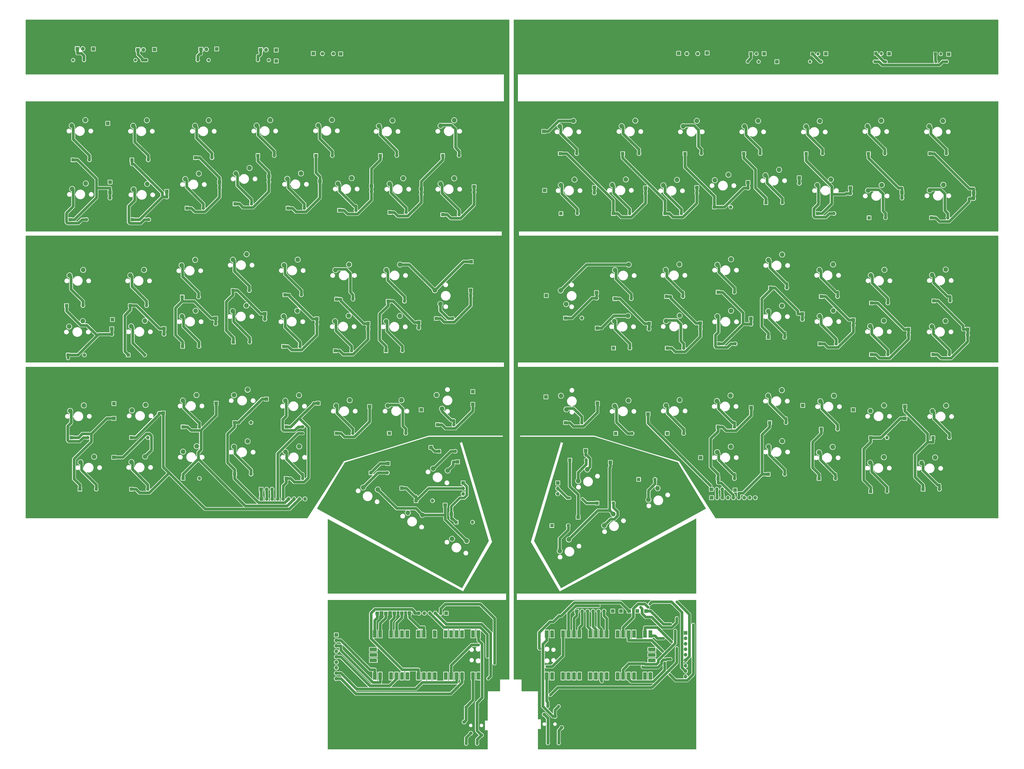
<source format=gbr>
%TF.GenerationSoftware,KiCad,Pcbnew,6.0.10-86aedd382b~118~ubuntu22.04.1*%
%TF.CreationDate,2023-01-02T10:19:24+01:00*%
%TF.ProjectId,Europe-flex,4575726f-7065-42d6-966c-65782e6b6963,rev?*%
%TF.SameCoordinates,Original*%
%TF.FileFunction,Copper,L2,Bot*%
%TF.FilePolarity,Positive*%
%FSLAX46Y46*%
G04 Gerber Fmt 4.6, Leading zero omitted, Abs format (unit mm)*
G04 Created by KiCad (PCBNEW 6.0.10-86aedd382b~118~ubuntu22.04.1) date 2023-01-02 10:19:24*
%MOMM*%
%LPD*%
G01*
G04 APERTURE LIST*
%TA.AperFunction,ComponentPad*%
%ADD10R,1.600000X1.600000*%
%TD*%
%TA.AperFunction,ComponentPad*%
%ADD11O,1.600000X1.600000*%
%TD*%
%TA.AperFunction,ComponentPad*%
%ADD12R,1.700000X1.700000*%
%TD*%
%TA.AperFunction,ComponentPad*%
%ADD13O,1.700000X1.700000*%
%TD*%
%TA.AperFunction,ComponentPad*%
%ADD14C,7.500000*%
%TD*%
%TA.AperFunction,ComponentPad*%
%ADD15C,2.200000*%
%TD*%
%TA.AperFunction,ComponentPad*%
%ADD16R,1.500000X1.500000*%
%TD*%
%TA.AperFunction,ComponentPad*%
%ADD17O,1.500000X1.500000*%
%TD*%
%TA.AperFunction,ComponentPad*%
%ADD18C,1.400000*%
%TD*%
%TA.AperFunction,ComponentPad*%
%ADD19O,1.400000X1.400000*%
%TD*%
%TA.AperFunction,ComponentPad*%
%ADD20R,1.800000X1.800000*%
%TD*%
%TA.AperFunction,ComponentPad*%
%ADD21O,1.800000X1.800000*%
%TD*%
%TA.AperFunction,ComponentPad*%
%ADD22C,1.700000*%
%TD*%
%TA.AperFunction,ComponentPad*%
%ADD23R,1.650000X1.650000*%
%TD*%
%TA.AperFunction,ComponentPad*%
%ADD24C,1.650000*%
%TD*%
%TA.AperFunction,SMDPad,CuDef*%
%ADD25R,1.700000X3.500000*%
%TD*%
%TA.AperFunction,SMDPad,CuDef*%
%ADD26R,3.500000X1.700000*%
%TD*%
%TA.AperFunction,ViaPad*%
%ADD27C,0.800000*%
%TD*%
%TA.AperFunction,Conductor*%
%ADD28C,1.240000*%
%TD*%
%TA.AperFunction,Conductor*%
%ADD29C,1.200000*%
%TD*%
G04 APERTURE END LIST*
D10*
%TO.P,D23,1,K*%
%TO.N,Net-(D24-Pad1)*%
X432100000Y-222000000D03*
D11*
%TO.P,D23,2,A*%
%TO.N,Net-(D23-Pad2)*%
X439720000Y-222000000D03*
%TD*%
D12*
%TO.P,J83,1,Pin_1*%
%TO.N,Net-(D32-Pad1)*%
X398210000Y-112590000D03*
D13*
%TO.P,J83,2,Pin_2*%
X398210000Y-115130000D03*
%TD*%
D10*
%TO.P,D91,1,K*%
%TO.N,/COL2_L*%
X135190000Y-252930000D03*
D11*
%TO.P,D91,2,A*%
%TO.N,Net-(D91-Pad2)*%
X142810000Y-252930000D03*
%TD*%
D12*
%TO.P,J137,1,Pin_1*%
%TO.N,PWM4*%
X261000000Y-310660000D03*
%TD*%
D14*
%TO.P,H34,1,1*%
%TO.N,GNDL*%
X303500000Y-47500000D03*
%TD*%
D12*
%TO.P,J112,1,Pin_1*%
%TO.N,Net-(D1-Pad1)*%
X527000000Y-115190000D03*
D13*
%TO.P,J112,2,Pin_2*%
X527000000Y-117730000D03*
%TD*%
D10*
%TO.P,D61,1,K*%
%TO.N,/COL8_L*%
X267614000Y-258312000D03*
D11*
%TO.P,D61,2,A*%
%TO.N,Net-(D61-Pad2)*%
X275234000Y-258312000D03*
%TD*%
D14*
%TO.P,H15,1,1*%
%TO.N,GNDL*%
X295500000Y-311080000D03*
%TD*%
D12*
%TO.P,J24,1,Pin_1*%
%TO.N,Net-(J7-Pad1)*%
X405000000Y-253000000D03*
D13*
%TO.P,J24,2,Pin_2*%
%TO.N,Net-(J7-Pad2)*%
X407540000Y-253000000D03*
%TO.P,J24,3,Pin_3*%
%TO.N,Net-(J7-Pad3)*%
X410080000Y-253000000D03*
%TD*%
D12*
%TO.P,J39,1,Pin_1*%
%TO.N,Net-(D84-Pad1)*%
X199080000Y-107460000D03*
D13*
%TO.P,J39,2,Pin_2*%
X199080000Y-110000000D03*
%TD*%
D10*
%TO.P,D90,1,K*%
%TO.N,Net-(D90-Pad1)*%
X165000000Y-98700000D03*
D11*
%TO.P,D90,2,A*%
%TO.N,Net-(D90-Pad2)*%
X172620000Y-98700000D03*
%TD*%
D14*
%TO.P,H24,1,1*%
%TO.N,GNDR*%
X335580000Y-262000000D03*
%TD*%
D10*
%TO.P,D79,1,K*%
%TO.N,Net-(D84-Pad1)*%
X183380000Y-120180000D03*
D11*
%TO.P,D79,2,A*%
%TO.N,Net-(D79-Pad2)*%
X191000000Y-120180000D03*
%TD*%
D15*
%TO.P,SW43,1*%
%TO.N,Net-(J28-Pad1)*%
X334920000Y-160460000D03*
%TO.P,SW43,2*%
%TO.N,Net-(D43-Pad2)*%
X337460000Y-166810000D03*
%TD*%
%TO.P,SW89,1*%
%TO.N,/ROW5_L*%
X141730000Y-213750000D03*
%TO.P,SW89,2*%
%TO.N,Net-(D95-Pad2)*%
X135380000Y-216290000D03*
%TD*%
%TO.P,SW3,1*%
%TO.N,Net-(J28-Pad1)*%
X514020000Y-150760000D03*
%TO.P,SW3,2*%
%TO.N,Net-(D3-Pad2)*%
X507670000Y-153300000D03*
%TD*%
D12*
%TO.P,J141,1,Pin_1*%
%TO.N,PWM3R*%
X366736000Y-309672000D03*
%TD*%
D10*
%TO.P,D44,1,K*%
%TO.N,Net-(D44-Pad1)*%
X351780000Y-259400000D03*
D11*
%TO.P,D44,2,A*%
%TO.N,Net-(D44-Pad2)*%
X359400000Y-259400000D03*
%TD*%
D10*
%TO.P,D47,1,K*%
%TO.N,Net-(D47-Pad1)*%
X330780000Y-269880000D03*
D11*
%TO.P,D47,2,A*%
%TO.N,Net-(D47-Pad2)*%
X338400000Y-269880000D03*
%TD*%
D16*
%TO.P,D51,1,K*%
%TO.N,Net-(D51-Pad1)*%
X509180000Y-50440000D03*
D17*
%TO.P,D51,2,A*%
%TO.N,Net-(D51-Pad2)*%
X511720000Y-50440000D03*
%TD*%
D15*
%TO.P,SW21,1*%
%TO.N,Net-(J28-Pad1)*%
X437920000Y-143760000D03*
%TO.P,SW21,2*%
%TO.N,Net-(D21-Pad2)*%
X431570000Y-146300000D03*
%TD*%
D14*
%TO.P,H9,1,1*%
%TO.N,GNDL*%
X304500000Y-154500000D03*
%TD*%
D12*
%TO.P,J53,1,Pin_1*%
%TO.N,Net-(D70-Pad1)*%
X245250000Y-175870000D03*
D13*
%TO.P,J53,2,Pin_2*%
X245250000Y-178410000D03*
%TD*%
D12*
%TO.P,J4,1,Pin_1*%
%TO.N,/ROW6_L*%
X126975000Y-238145000D03*
%TD*%
D15*
%TO.P,SW28,1*%
%TO.N,Net-(J30-Pad1)*%
X413920000Y-209360000D03*
%TO.P,SW28,2*%
%TO.N,Net-(D29-Pad2)*%
X407570000Y-211900000D03*
%TD*%
D10*
%TO.P,D26,1,K*%
%TO.N,Net-(D26-Pad1)*%
X408100000Y-161300000D03*
D11*
%TO.P,D26,2,A*%
%TO.N,Net-(D26-Pad2)*%
X415720000Y-161300000D03*
%TD*%
D10*
%TO.P,D95,1,K*%
%TO.N,/COL2_L*%
X135190000Y-228930000D03*
D11*
%TO.P,D95,2,A*%
%TO.N,Net-(D95-Pad2)*%
X142810000Y-228930000D03*
%TD*%
D12*
%TO.P,J110,1,Pin_1*%
%TO.N,Net-(D6-Pad1)*%
X495000000Y-214500000D03*
%TD*%
%TO.P,J45,1,Pin_1*%
%TO.N,Net-(D78-Pad1)*%
X222850000Y-109650000D03*
%TD*%
D15*
%TO.P,SW80,1*%
%TO.N,/ROW6_L*%
X165530000Y-232950000D03*
%TO.P,SW80,2*%
%TO.N,Net-(D86-Pad2)*%
X159180000Y-235490000D03*
%TD*%
D12*
%TO.P,J152,1,Pin_1*%
%TO.N,Net-(J152-Pad1)*%
X389736000Y-50132000D03*
%TD*%
D10*
%TO.P,D43,1,K*%
%TO.N,Net-(D43-Pad1)*%
X337100000Y-173300000D03*
D11*
%TO.P,D43,2,A*%
%TO.N,Net-(D43-Pad2)*%
X344720000Y-173300000D03*
%TD*%
D15*
%TO.P,SW5,1*%
%TO.N,Net-(J29-Pad1)*%
X513920000Y-174660000D03*
%TO.P,SW5,2*%
%TO.N,Net-(D4-Pad2)*%
X507570000Y-177200000D03*
%TD*%
D18*
%TO.P,R10,1*%
%TO.N,Net-(J133-Pad1)*%
X137020000Y-53300000D03*
D19*
%TO.P,R10,2*%
%TO.N,Net-(D54-Pad1)*%
X142100000Y-53300000D03*
%TD*%
D15*
%TO.P,SW9,1*%
%TO.N,Net-(J28-Pad1)*%
X485520000Y-150860000D03*
%TO.P,SW9,2*%
%TO.N,Net-(D9-Pad2)*%
X479170000Y-153400000D03*
%TD*%
%TO.P,SW35,1*%
%TO.N,Net-(J121-Pad1)*%
X379959700Y-252490600D03*
%TO.P,SW35,2*%
%TO.N,Net-(D36-Pad2)*%
X375730439Y-257865305D03*
%TD*%
%TO.P,SW34,1*%
%TO.N,Net-(J30-Pad1)*%
X390220000Y-211460000D03*
%TO.P,SW34,2*%
%TO.N,Net-(D35-Pad2)*%
X383870000Y-214000000D03*
%TD*%
D12*
%TO.P,J102,1,Pin_1*%
%TO.N,Net-(D15-Pad1)*%
X471000000Y-174144000D03*
D13*
%TO.P,J102,2,Pin_2*%
X471000000Y-176684000D03*
%TD*%
D14*
%TO.P,H4,1,1*%
%TO.N,GNDL*%
X91500000Y-154500000D03*
%TD*%
D12*
%TO.P,J32,1,Pin_1*%
%TO.N,/ROW5_L*%
X127065000Y-213095000D03*
%TD*%
D18*
%TO.P,R11,1*%
%TO.N,SCL I2C0*%
X290830000Y-354340000D03*
D19*
%TO.P,R11,2*%
%TO.N,VCCL*%
X295910000Y-354340000D03*
%TD*%
D15*
%TO.P,SW53,1*%
%TO.N,/ROW3_L*%
X276340000Y-160420000D03*
%TO.P,SW53,2*%
%TO.N,Net-(D59-Pad2)*%
X278880000Y-166770000D03*
%TD*%
D12*
%TO.P,J76,1,Pin_1*%
%TO.N,Net-(D38-Pad1)*%
X374370000Y-112810000D03*
D13*
%TO.P,J76,2,Pin_2*%
X374370000Y-115350000D03*
%TD*%
D10*
%TO.P,D93,1,K*%
%TO.N,Net-(D93-Pad1)*%
X134600000Y-167500000D03*
D11*
%TO.P,D93,2,A*%
%TO.N,Net-(D93-Pad2)*%
X142220000Y-167500000D03*
%TD*%
D15*
%TO.P,SW11,1*%
%TO.N,Net-(J29-Pad1)*%
X485220000Y-174560000D03*
%TO.P,SW11,2*%
%TO.N,Net-(D10-Pad2)*%
X478870000Y-177100000D03*
%TD*%
D12*
%TO.P,J148,1,Pin_1*%
%TO.N,Net-(D51-Pad2)*%
X515366000Y-50546000D03*
%TD*%
D18*
%TO.P,R8,1*%
%TO.N,Net-(J133-Pad1)*%
X171100000Y-53300000D03*
D19*
%TO.P,R8,2*%
%TO.N,Net-(D53-Pad1)*%
X166020000Y-53300000D03*
%TD*%
D10*
%TO.P,D88,1,K*%
%TO.N,Net-(D88-Pad1)*%
X158790000Y-163500000D03*
D11*
%TO.P,D88,2,A*%
%TO.N,Net-(D88-Pad2)*%
X166410000Y-163500000D03*
%TD*%
D15*
%TO.P,SW7,1*%
%TO.N,Net-(J26-Pad1)*%
X484020000Y-81460000D03*
%TO.P,SW7,2*%
%TO.N,Net-(D7-Pad2)*%
X477670000Y-84000000D03*
%TD*%
D12*
%TO.P,J27,1,Pin_1*%
%TO.N,Net-(J27-Pad1)*%
X327420000Y-113930000D03*
%TD*%
%TO.P,J120,1,Pin_1*%
%TO.N,Net-(J120-Pad1)*%
X346500000Y-235000000D03*
%TD*%
D15*
%TO.P,SW58,1*%
%TO.N,/ROW3_L*%
X260140000Y-148420000D03*
%TO.P,SW58,2*%
%TO.N,Net-(D62-Pad2)*%
X253790000Y-150960000D03*
%TD*%
%TO.P,SW76,1*%
%TO.N,/ROW3_L*%
X188740000Y-143620000D03*
%TO.P,SW76,2*%
%TO.N,Net-(D80-Pad2)*%
X182390000Y-146160000D03*
%TD*%
D10*
%TO.P,D35,1,K*%
%TO.N,Net-(J128-Pad1)*%
X384480000Y-227000000D03*
D11*
%TO.P,D35,2,A*%
%TO.N,Net-(D35-Pad2)*%
X392100000Y-227000000D03*
%TD*%
D12*
%TO.P,J78,1,Pin_1*%
%TO.N,Net-(D40-Pad1)*%
X376010000Y-175840000D03*
D13*
%TO.P,J78,2,Pin_2*%
X376010000Y-178380000D03*
%TD*%
D10*
%TO.P,D83,1,K*%
%TO.N,/COL4_L*%
X183190000Y-245930000D03*
D11*
%TO.P,D83,2,A*%
%TO.N,Net-(D83-Pad2)*%
X190810000Y-245930000D03*
%TD*%
D14*
%TO.P,H23,1,1*%
%TO.N,GNDR*%
X376000000Y-231500000D03*
%TD*%
D12*
%TO.P,J47,1,Pin_1*%
%TO.N,Net-(D74-Pad1)*%
X221410000Y-173680000D03*
D13*
%TO.P,J47,2,Pin_2*%
X221410000Y-176220000D03*
%TD*%
D10*
%TO.P,D66,1,K*%
%TO.N,Net-(D66-Pad1)*%
X280000000Y-97700000D03*
D11*
%TO.P,D66,2,A*%
%TO.N,Net-(D66-Pad2)*%
X287620000Y-97700000D03*
%TD*%
D14*
%TO.P,H27,1,1*%
%TO.N,GNDR*%
X533000000Y-86500000D03*
%TD*%
D15*
%TO.P,SW20,1*%
%TO.N,Net-(J27-Pad1)*%
X436520000Y-104320000D03*
%TO.P,SW20,2*%
%TO.N,Net-(D20-Pad2)*%
X430170000Y-106860000D03*
%TD*%
D14*
%TO.P,H19,1,1*%
%TO.N,GNDL*%
X289800000Y-261700000D03*
%TD*%
D10*
%TO.P,D81,1,K*%
%TO.N,Net-(D80-Pad1)*%
X182600000Y-184500000D03*
D11*
%TO.P,D81,2,A*%
%TO.N,Net-(D81-Pad2)*%
X190220000Y-184500000D03*
%TD*%
D15*
%TO.P,SW29,1*%
%TO.N,Net-(J29-Pad1)*%
X414120000Y-169960000D03*
%TO.P,SW29,2*%
%TO.N,Net-(D28-Pad2)*%
X407770000Y-172500000D03*
%TD*%
%TO.P,SW17,1*%
%TO.N,Net-(J29-Pad1)*%
X461720000Y-169860000D03*
%TO.P,SW17,2*%
%TO.N,Net-(D17-Pad2)*%
X455370000Y-172400000D03*
%TD*%
D10*
%TO.P,D86,1,K*%
%TO.N,/COL3_L*%
X159190000Y-247930000D03*
D11*
%TO.P,D86,2,A*%
%TO.N,Net-(D86-Pad2)*%
X166810000Y-247930000D03*
%TD*%
D12*
%TO.P,J6,1,Pin_1*%
%TO.N,Net-(J6-Pad1)*%
X195578000Y-257463000D03*
D13*
%TO.P,J6,2,Pin_2*%
%TO.N,Net-(J6-Pad2)*%
X198118000Y-257463000D03*
%TO.P,J6,3,Pin_3*%
%TO.N,Net-(J6-Pad3)*%
X200658000Y-257463000D03*
%TO.P,J6,4,Pin_4*%
%TO.N,/COL6_L*%
X203198000Y-257463000D03*
%TO.P,J6,5,Pin_5*%
%TO.N,/COL5_L*%
X205738000Y-257463000D03*
%TO.P,J6,6,Pin_6*%
%TO.N,/COL4_L*%
X208278000Y-257463000D03*
%TO.P,J6,7,Pin_7*%
%TO.N,/COL3_L*%
X210818000Y-257463000D03*
%TO.P,J6,8,Pin_8*%
%TO.N,/COL2_L*%
X213358000Y-257463000D03*
%TO.P,J6,9,Pin_9*%
%TO.N,/COL1_L*%
X215898000Y-257463000D03*
%TD*%
D15*
%TO.P,SW74,1*%
%TO.N,/ROW6_L*%
X189230000Y-230650000D03*
%TO.P,SW74,2*%
%TO.N,Net-(D83-Pad2)*%
X182880000Y-233190000D03*
%TD*%
%TO.P,SW66,1*%
%TO.N,/ROW1_L*%
X256640000Y-81420000D03*
%TO.P,SW66,2*%
%TO.N,Net-(D72-Pad2)*%
X250290000Y-83960000D03*
%TD*%
D12*
%TO.P,J63,1,Pin_1*%
%TO.N,Net-(D59-Pad1)*%
X293000000Y-160420000D03*
D13*
%TO.P,J63,2,Pin_2*%
X293000000Y-162960000D03*
%TD*%
D10*
%TO.P,D40,1,K*%
%TO.N,Net-(D40-Pad1)*%
X360100000Y-164300000D03*
D11*
%TO.P,D40,2,A*%
%TO.N,Net-(D40-Pad2)*%
X367720000Y-164300000D03*
%TD*%
D15*
%TO.P,SW85,1*%
%TO.N,/ROW4_L*%
X141440000Y-174620000D03*
%TO.P,SW85,2*%
%TO.N,Net-(D94-Pad2)*%
X135090000Y-177160000D03*
%TD*%
D14*
%TO.P,H16,1,1*%
%TO.N,GNDL*%
X304500000Y-179500000D03*
%TD*%
D10*
%TO.P,D62,1,K*%
%TO.N,Net-(D63-Pad1)*%
X254600000Y-165500000D03*
D11*
%TO.P,D62,2,A*%
%TO.N,Net-(D62-Pad2)*%
X262220000Y-165500000D03*
%TD*%
D12*
%TO.P,J70,1,Pin_1*%
%TO.N,Net-(D45-Pad1)*%
X352000000Y-213000000D03*
%TD*%
D15*
%TO.P,SW15,1*%
%TO.N,Net-(J28-Pad1)*%
X461620000Y-148360000D03*
%TO.P,SW15,2*%
%TO.N,Net-(D15-Pad2)*%
X455270000Y-150900000D03*
%TD*%
D10*
%TO.P,D92,1,K*%
%TO.N,Net-(D96-Pad1)*%
X135600000Y-127500000D03*
D11*
%TO.P,D92,2,A*%
%TO.N,Net-(D92-Pad2)*%
X143220000Y-127500000D03*
%TD*%
D10*
%TO.P,D82,1,K*%
%TO.N,/COL4_L*%
X183190000Y-221930000D03*
D11*
%TO.P,D82,2,A*%
%TO.N,Net-(D82-Pad2)*%
X190810000Y-221930000D03*
%TD*%
D12*
%TO.P,J133,1,Pin_1*%
%TO.N,Net-(J133-Pad1)*%
X202538000Y-53688000D03*
%TD*%
%TO.P,J142,1,Pin_1*%
%TO.N,Net-(D49-Pad2)*%
X458216000Y-50292000D03*
%TD*%
D18*
%TO.P,R1,1*%
%TO.N,Net-(D48-Pad1)*%
X421920000Y-54000000D03*
D19*
%TO.P,R1,2*%
%TO.N,Net-(J143-Pad1)*%
X427000000Y-54000000D03*
%TD*%
D15*
%TO.P,SW6,1*%
%TO.N,Net-(J31-Pad1)*%
X509120000Y-238160000D03*
%TO.P,SW6,2*%
%TO.N,Net-(D6-Pad2)*%
X502770000Y-240700000D03*
%TD*%
D10*
%TO.P,D56,1,K*%
%TO.N,/COL9_L*%
X286234000Y-268312000D03*
D11*
%TO.P,D56,2,A*%
%TO.N,Net-(D56-Pad2)*%
X293854000Y-268312000D03*
%TD*%
D12*
%TO.P,J98,1,Pin_1*%
%TO.N,Net-(D18-Pad1)*%
X471000000Y-216000000D03*
%TD*%
D10*
%TO.P,D73,1,K*%
%TO.N,Net-(D78-Pad1)*%
X208000000Y-122180000D03*
D11*
%TO.P,D73,2,A*%
%TO.N,Net-(D73-Pad2)*%
X215620000Y-122180000D03*
%TD*%
D15*
%TO.P,SW27,1*%
%TO.N,Net-(J28-Pad1)*%
X414120000Y-145960000D03*
%TO.P,SW27,2*%
%TO.N,Net-(D26-Pad2)*%
X407770000Y-148500000D03*
%TD*%
D10*
%TO.P,D42,1,K*%
%TO.N,Net-(D42-Pad1)*%
X335000000Y-124660000D03*
D11*
%TO.P,D42,2,A*%
%TO.N,Net-(D42-Pad2)*%
X342620000Y-124660000D03*
%TD*%
D15*
%TO.P,SW88,1*%
%TO.N,/ROW3_L*%
X141040000Y-150920000D03*
%TO.P,SW88,2*%
%TO.N,Net-(D93-Pad2)*%
X134690000Y-153460000D03*
%TD*%
%TO.P,SW62,1*%
%TO.N,/ROW2_L*%
X237640000Y-108200000D03*
%TO.P,SW62,2*%
%TO.N,Net-(D68-Pad2)*%
X231290000Y-110740000D03*
%TD*%
D14*
%TO.P,H18,1,1*%
%TO.N,GNDL*%
X91000000Y-244000000D03*
%TD*%
D12*
%TO.P,J119,1,Pin_1*%
%TO.N,Net-(J119-Pad1)*%
X286913700Y-240222600D03*
%TD*%
D15*
%TO.P,SW87,1*%
%TO.N,/ROW2_L*%
X142540000Y-110900000D03*
%TO.P,SW87,2*%
%TO.N,Net-(D92-Pad2)*%
X136190000Y-113440000D03*
%TD*%
D12*
%TO.P,J14,1,Pin_1*%
%TO.N,/COL9_L*%
X289500000Y-250000000D03*
D13*
%TO.P,J14,2,Pin_2*%
%TO.N,/COL8_L*%
X289500000Y-252540000D03*
%TO.P,J14,3,Pin_3*%
%TO.N,Net-(D67-Pad1)*%
X289500000Y-255080000D03*
%TD*%
D12*
%TO.P,J108,1,Pin_1*%
%TO.N,Net-(D9-Pad1)*%
X496710000Y-178550000D03*
D13*
%TO.P,J108,2,Pin_2*%
X496710000Y-181090000D03*
%TD*%
D14*
%TO.P,H25,1,1*%
%TO.N,GNDR*%
X533000000Y-154500000D03*
%TD*%
D12*
%TO.P,J139,1,Pin_1*%
%TO.N,PWM4R*%
X370546000Y-309672000D03*
%TD*%
D14*
%TO.P,H10,1,1*%
%TO.N,GNDL*%
X260300000Y-245700000D03*
%TD*%
D12*
%TO.P,J146,1,Pin_1*%
%TO.N,Net-(D50-Pad2)*%
X487680000Y-50292000D03*
%TD*%
%TO.P,J35,1,Pin_1*%
%TO.N,/ROW3_L*%
X293260000Y-147110000D03*
%TD*%
D10*
%TO.P,D98,1,K*%
%TO.N,Net-(D101-Pad1)*%
X105690000Y-190500000D03*
D11*
%TO.P,D98,2,A*%
%TO.N,Net-(D98-Pad2)*%
X113310000Y-190500000D03*
%TD*%
D14*
%TO.P,H17,1,1*%
%TO.N,GNDL*%
X246100000Y-232100000D03*
%TD*%
D15*
%TO.P,SW4,1*%
%TO.N,Net-(J30-Pad1)*%
X514220000Y-214060000D03*
%TO.P,SW4,2*%
%TO.N,Net-(D5-Pad2)*%
X507870000Y-216600000D03*
%TD*%
%TO.P,SW93,1*%
%TO.N,/ROW2_L*%
X113940000Y-110700000D03*
%TO.P,SW93,2*%
%TO.N,Net-(D100-Pad2)*%
X107590000Y-113240000D03*
%TD*%
D10*
%TO.P,D10,1,K*%
%TO.N,Net-(D9-Pad1)*%
X479480000Y-190300000D03*
D11*
%TO.P,D10,2,A*%
%TO.N,Net-(D10-Pad2)*%
X487100000Y-190300000D03*
%TD*%
D15*
%TO.P,SW90,1*%
%TO.N,/ROW1_L*%
X142340000Y-81320000D03*
%TO.P,SW90,2*%
%TO.N,Net-(D96-Pad2)*%
X135990000Y-83860000D03*
%TD*%
D10*
%TO.P,D70,1,K*%
%TO.N,Net-(D70-Pad1)*%
X229980000Y-188500000D03*
D11*
%TO.P,D70,2,A*%
%TO.N,Net-(D70-Pad2)*%
X237600000Y-188500000D03*
%TD*%
D10*
%TO.P,D39,1,K*%
%TO.N,Net-(J7-Pad4)*%
X360480000Y-227000000D03*
D11*
%TO.P,D39,2,A*%
%TO.N,Net-(D39-Pad2)*%
X368100000Y-227000000D03*
%TD*%
D15*
%TO.P,SW39,1*%
%TO.N,Net-(J28-Pad1)*%
X366520000Y-148460000D03*
%TO.P,SW39,2*%
%TO.N,Net-(D40-Pad2)*%
X360170000Y-151000000D03*
%TD*%
D10*
%TO.P,D69,1,K*%
%TO.N,Net-(D70-Pad1)*%
X230600000Y-164500000D03*
D11*
%TO.P,D69,2,A*%
%TO.N,Net-(D69-Pad2)*%
X238220000Y-164500000D03*
%TD*%
D10*
%TO.P,D100,1,K*%
%TO.N,Net-(D100-Pad1)*%
X106600000Y-127500000D03*
D11*
%TO.P,D100,2,A*%
%TO.N,Net-(D100-Pad2)*%
X114220000Y-127500000D03*
%TD*%
D14*
%TO.P,H37,1,1*%
%TO.N,GNDR*%
X319500000Y-154500000D03*
%TD*%
D12*
%TO.P,J30,1,Pin_1*%
%TO.N,Net-(J30-Pad1)*%
X328000000Y-210000000D03*
%TD*%
%TO.P,J85,1,Pin_1*%
%TO.N,Net-(D33-Pad1)*%
X399850000Y-175740000D03*
D13*
%TO.P,J85,2,Pin_2*%
X399850000Y-178280000D03*
%TD*%
D10*
%TO.P,D99,1,K*%
%TO.N,/COL1_L*%
X107190000Y-228930000D03*
D11*
%TO.P,D99,2,A*%
%TO.N,Net-(D99-Pad2)*%
X114810000Y-228930000D03*
%TD*%
D14*
%TO.P,H1,1,1*%
%TO.N,GNDL*%
X91500000Y-87000000D03*
%TD*%
D12*
%TO.P,J92,1,Pin_1*%
%TO.N,Net-(D24-Pad1)*%
X447500000Y-214000000D03*
%TD*%
%TO.P,J43,1,Pin_1*%
%TO.N,/COL3_L*%
X174600000Y-212920000D03*
%TD*%
D18*
%TO.P,R4,1*%
%TO.N,Net-(D50-Pad1)*%
X486080000Y-54000000D03*
D19*
%TO.P,R4,2*%
%TO.N,Net-(J143-Pad1)*%
X481000000Y-54000000D03*
%TD*%
D12*
%TO.P,J37,1,Pin_1*%
%TO.N,Net-(D47-Pad1)*%
X333500000Y-250000000D03*
D13*
%TO.P,J37,2,Pin_2*%
%TO.N,Net-(D44-Pad1)*%
X333500000Y-252540000D03*
%TO.P,J37,3,Pin_3*%
%TO.N,Net-(D36-Pad1)*%
X333500000Y-255080000D03*
%TD*%
D12*
%TO.P,J130,1,Pin_1*%
%TO.N,Net-(D55-Pad2)*%
X117448000Y-48100000D03*
%TD*%
D10*
%TO.P,D80,1,K*%
%TO.N,Net-(D80-Pad1)*%
X182410000Y-160500000D03*
D11*
%TO.P,D80,2,A*%
%TO.N,Net-(D80-Pad2)*%
X190030000Y-160500000D03*
%TD*%
D15*
%TO.P,SW31,1*%
%TO.N,Net-(J26-Pad1)*%
X369620000Y-81460000D03*
%TO.P,SW31,2*%
%TO.N,Net-(D31-Pad2)*%
X363270000Y-84000000D03*
%TD*%
D10*
%TO.P,D2,1,K*%
%TO.N,Net-(D1-Pad1)*%
X507380000Y-126660000D03*
D11*
%TO.P,D2,2,A*%
%TO.N,Net-(D2-Pad2)*%
X515000000Y-126660000D03*
%TD*%
D15*
%TO.P,SW81,1*%
%TO.N,/ROW2_L*%
X166540000Y-106100000D03*
%TO.P,SW81,2*%
%TO.N,Net-(D87-Pad2)*%
X160190000Y-108640000D03*
%TD*%
D12*
%TO.P,J147,1,Pin_1*%
%TO.N,PWM1R*%
X359116000Y-309672000D03*
%TD*%
D14*
%TO.P,H12,1,1*%
%TO.N,GNDL*%
X303400000Y-86500000D03*
%TD*%
%TO.P,H5,1,1*%
%TO.N,GNDR*%
X329500000Y-310000000D03*
%TD*%
D12*
%TO.P,J114,1,Pin_1*%
%TO.N,Net-(D3-Pad1)*%
X524180000Y-178600000D03*
D13*
%TO.P,J114,2,Pin_2*%
X524180000Y-181140000D03*
%TD*%
D10*
%TO.P,D41,1,K*%
%TO.N,Net-(D40-Pad1)*%
X359480000Y-187300000D03*
D11*
%TO.P,D41,2,A*%
%TO.N,Net-(D41-Pad2)*%
X367100000Y-187300000D03*
%TD*%
D12*
%TO.P,J22,1,Pin_1*%
%TO.N,Net-(J6-Pad1)*%
X195500000Y-253000000D03*
D13*
%TO.P,J22,2,Pin_2*%
%TO.N,Net-(J6-Pad2)*%
X198040000Y-253000000D03*
%TO.P,J22,3,Pin_3*%
%TO.N,Net-(J6-Pad3)*%
X200580000Y-253000000D03*
%TD*%
D10*
%TO.P,D34,1,K*%
%TO.N,Net-(D33-Pad1)*%
X384480000Y-187300000D03*
D11*
%TO.P,D34,2,A*%
%TO.N,Net-(D34-Pad2)*%
X392100000Y-187300000D03*
%TD*%
D10*
%TO.P,D24,1,K*%
%TO.N,Net-(D24-Pad1)*%
X431480000Y-246000000D03*
D11*
%TO.P,D24,2,A*%
%TO.N,Net-(D24-Pad2)*%
X439100000Y-246000000D03*
%TD*%
D15*
%TO.P,SW54,1*%
%TO.N,/ROW5_L*%
X277150000Y-209110000D03*
%TO.P,SW54,2*%
%TO.N,Net-(D58-Pad2)*%
X279690000Y-215460000D03*
%TD*%
D12*
%TO.P,J20,1,Pin_1*%
%TO.N,/COL9_L*%
X284000000Y-264500000D03*
%TD*%
D10*
%TO.P,D58,1,K*%
%TO.N,Net-(D58-Pad1)*%
X277570000Y-222930000D03*
D11*
%TO.P,D58,2,A*%
%TO.N,Net-(D58-Pad2)*%
X285190000Y-222930000D03*
%TD*%
D10*
%TO.P,D16,1,K*%
%TO.N,Net-(D18-Pad1)*%
X456100000Y-225000000D03*
D11*
%TO.P,D16,2,A*%
%TO.N,Net-(D16-Pad2)*%
X463720000Y-225000000D03*
%TD*%
D14*
%TO.P,H32,1,1*%
%TO.N,GNDR*%
X533000000Y-114000000D03*
%TD*%
%TO.P,H30,1,1*%
%TO.N,GNDR*%
X364280000Y-245900000D03*
%TD*%
D15*
%TO.P,SW19,1*%
%TO.N,Net-(J26-Pad1)*%
X426760000Y-81580000D03*
%TO.P,SW19,2*%
%TO.N,Net-(D19-Pad2)*%
X420410000Y-84120000D03*
%TD*%
D10*
%TO.P,D27,1,K*%
%TO.N,Net-(D27-Pad1)*%
X406380000Y-121660000D03*
D11*
%TO.P,D27,2,A*%
%TO.N,Net-(D27-Pad2)*%
X414000000Y-121660000D03*
%TD*%
D18*
%TO.P,R12,1*%
%TO.N,Net-(J133-Pad1)*%
X108020000Y-53300000D03*
D19*
%TO.P,R12,2*%
%TO.N,Net-(D55-Pad1)*%
X113100000Y-53300000D03*
%TD*%
D12*
%TO.P,J134,1,Pin_1*%
%TO.N,GNDL*%
X278866000Y-346372000D03*
%TD*%
%TO.P,J31,1,Pin_1*%
%TO.N,Net-(J31-Pad1)*%
X400000000Y-238240000D03*
%TD*%
D15*
%TO.P,SW47,1*%
%TO.N,Net-(J121-Pad1)*%
X338659700Y-276330600D03*
%TO.P,SW47,2*%
%TO.N,Net-(D47-Pad2)*%
X334430439Y-281705305D03*
%TD*%
D12*
%TO.P,J3,1,Pin_1*%
%TO.N,ROW1*%
X281630000Y-310660000D03*
D13*
%TO.P,J3,2,Pin_2*%
%TO.N,ROW2*%
X279090000Y-310660000D03*
%TO.P,J3,3,Pin_3*%
%TO.N,ROW3*%
X276550000Y-310660000D03*
%TO.P,J3,4,Pin_4*%
%TO.N,ROW4*%
X274010000Y-310660000D03*
%TO.P,J3,5,Pin_5*%
%TO.N,ROW5*%
X271470000Y-310660000D03*
%TO.P,J3,6,Pin_6*%
%TO.N,ROW6*%
X268930000Y-310660000D03*
%TD*%
D12*
%TO.P,J25,1,Pin_1*%
%TO.N,Net-(D88-Pad1)*%
X174370000Y-173450000D03*
D13*
%TO.P,J25,2,Pin_2*%
X174370000Y-175990000D03*
%TD*%
D16*
%TO.P,D49,1,K*%
%TO.N,Net-(D49-Pad1)*%
X452064700Y-50440000D03*
D17*
%TO.P,D49,2,A*%
%TO.N,Net-(D49-Pad2)*%
X454604700Y-50440000D03*
%TD*%
D12*
%TO.P,J144,1,Pin_1*%
%TO.N,GNDR*%
X371562000Y-347106000D03*
%TD*%
D15*
%TO.P,SW18,1*%
%TO.N,Net-(J31-Pad1)*%
X461420000Y-233260000D03*
%TO.P,SW18,2*%
%TO.N,Net-(D18-Pad2)*%
X455070000Y-235800000D03*
%TD*%
D10*
%TO.P,D14,1,K*%
%TO.N,Net-(D13-Pad1)*%
X454380000Y-124660000D03*
D11*
%TO.P,D14,2,A*%
%TO.N,Net-(D14-Pad2)*%
X462000000Y-124660000D03*
%TD*%
D12*
%TO.P,J65,1,Pin_1*%
%TO.N,/COL6_L*%
X246000000Y-214500000D03*
%TD*%
%TO.P,J19,1,Pin_1*%
%TO.N,Net-(D93-Pad1)*%
X150310000Y-178270000D03*
D13*
%TO.P,J19,2,Pin_2*%
X150310000Y-180810000D03*
%TD*%
D15*
%TO.P,SW96,1*%
%TO.N,/ROW1_L*%
X113740000Y-81220000D03*
%TO.P,SW96,2*%
%TO.N,Net-(D102-Pad2)*%
X107390000Y-83760000D03*
%TD*%
%TO.P,SW67,1*%
%TO.N,/ROW4_L*%
X212340000Y-169920000D03*
%TO.P,SW67,2*%
%TO.N,Net-(D74-Pad2)*%
X205990000Y-172460000D03*
%TD*%
%TO.P,SW41,1*%
%TO.N,Net-(J29-Pad1)*%
X366220000Y-172260000D03*
%TO.P,SW41,2*%
%TO.N,Net-(D41-Pad2)*%
X359870000Y-174800000D03*
%TD*%
D14*
%TO.P,H21,1,1*%
%TO.N,GNDR*%
X319000000Y-87000000D03*
%TD*%
%TO.P,H28,1,1*%
%TO.N,GNDR*%
X533000000Y-179500000D03*
%TD*%
D10*
%TO.P,D4,1,K*%
%TO.N,Net-(D3-Pad1)*%
X508100000Y-190300000D03*
D11*
%TO.P,D4,2,A*%
%TO.N,Net-(D4-Pad2)*%
X515720000Y-190300000D03*
%TD*%
D15*
%TO.P,SW46,1*%
%TO.N,Net-(J120-Pad1)*%
X347259700Y-243760000D03*
%TO.P,SW46,2*%
%TO.N,Net-(D46-Pad2)*%
X343030439Y-249134705D03*
%TD*%
D12*
%TO.P,J151,1,Pin_1*%
%TO.N,Net-(J151-Pad1)*%
X374610000Y-309672000D03*
%TD*%
%TO.P,J143,1,Pin_1*%
%TO.N,Net-(J143-Pad1)*%
X435500000Y-54000000D03*
%TD*%
D15*
%TO.P,SW16,1*%
%TO.N,Net-(J30-Pad1)*%
X462020000Y-209460000D03*
%TO.P,SW16,2*%
%TO.N,Net-(D16-Pad2)*%
X455670000Y-212000000D03*
%TD*%
D14*
%TO.P,H36,1,1*%
%TO.N,GNDR*%
X533000000Y-48000000D03*
%TD*%
D10*
%TO.P,D63,1,K*%
%TO.N,Net-(D63-Pad1)*%
X253600000Y-188500000D03*
D11*
%TO.P,D63,2,A*%
%TO.N,Net-(D63-Pad2)*%
X261220000Y-188500000D03*
%TD*%
D10*
%TO.P,D33,1,K*%
%TO.N,Net-(D33-Pad1)*%
X384100000Y-163300000D03*
D11*
%TO.P,D33,2,A*%
%TO.N,Net-(D33-Pad2)*%
X391720000Y-163300000D03*
%TD*%
D12*
%TO.P,J145,1,Pin_1*%
%TO.N,PWM2R*%
X362926000Y-309672000D03*
%TD*%
D15*
%TO.P,SW22,1*%
%TO.N,Net-(J30-Pad1)*%
X437780000Y-206880000D03*
%TO.P,SW22,2*%
%TO.N,Net-(D23-Pad2)*%
X431430000Y-209420000D03*
%TD*%
D12*
%TO.P,J10,1,Pin_1*%
%TO.N,ROW1R*%
X342320000Y-309720000D03*
D13*
%TO.P,J10,2,Pin_2*%
%TO.N,ROW2R*%
X344860000Y-309720000D03*
%TO.P,J10,3,Pin_3*%
%TO.N,ROW3R*%
X347400000Y-309720000D03*
%TO.P,J10,4,Pin_4*%
%TO.N,ROW4R*%
X349940000Y-309720000D03*
%TO.P,J10,5,Pin_5*%
%TO.N,ROW5R*%
X352480000Y-309720000D03*
%TO.P,J10,6,Pin_6*%
%TO.N,ROW6R*%
X355020000Y-309720000D03*
%TD*%
D15*
%TO.P,SW26,1*%
%TO.N,Net-(J27-Pad1)*%
X412920000Y-106620000D03*
%TO.P,SW26,2*%
%TO.N,Net-(D27-Pad2)*%
X406570000Y-109160000D03*
%TD*%
D10*
%TO.P,D25,1,K*%
%TO.N,Net-(D27-Pad1)*%
X392700000Y-96800000D03*
D11*
%TO.P,D25,2,A*%
%TO.N,Net-(D25-Pad2)*%
X400320000Y-96800000D03*
%TD*%
D20*
%TO.P,D54,1,K*%
%TO.N,Net-(D54-Pad1)*%
X138200000Y-48500000D03*
D21*
%TO.P,D54,2,A*%
%TO.N,Net-(D54-Pad2)*%
X140740000Y-48500000D03*
%TD*%
D15*
%TO.P,SW12,1*%
%TO.N,Net-(J31-Pad1)*%
X485220000Y-238060000D03*
%TO.P,SW12,2*%
%TO.N,Net-(D12-Pad2)*%
X478870000Y-240600000D03*
%TD*%
D12*
%TO.P,J128,1,Pin_1*%
%TO.N,Net-(J128-Pad1)*%
X416010000Y-253350000D03*
%TD*%
D15*
%TO.P,SW84,1*%
%TO.N,/ROW1_L*%
X171140000Y-81320000D03*
%TO.P,SW84,2*%
%TO.N,Net-(D90-Pad2)*%
X164790000Y-83860000D03*
%TD*%
D12*
%TO.P,J131,1,Pin_1*%
%TO.N,PWM2*%
X253500000Y-310740000D03*
%TD*%
D10*
%TO.P,D5,1,K*%
%TO.N,Net-(D6-Pad1)*%
X508100000Y-229000000D03*
D11*
%TO.P,D5,2,A*%
%TO.N,Net-(D5-Pad2)*%
X515720000Y-229000000D03*
%TD*%
D10*
%TO.P,D78,1,K*%
%TO.N,Net-(D78-Pad1)*%
X221000000Y-97700000D03*
D11*
%TO.P,D78,2,A*%
%TO.N,Net-(D78-Pad2)*%
X228620000Y-97700000D03*
%TD*%
D10*
%TO.P,D96,1,K*%
%TO.N,Net-(D96-Pad1)*%
X135380000Y-99700000D03*
D11*
%TO.P,D96,2,A*%
%TO.N,Net-(D96-Pad2)*%
X143000000Y-99700000D03*
%TD*%
D15*
%TO.P,SW60,1*%
%TO.N,/ROW1_L*%
X285340000Y-81320000D03*
%TO.P,SW60,2*%
%TO.N,Net-(D66-Pad2)*%
X278990000Y-83860000D03*
%TD*%
D12*
%TO.P,J60,1,Pin_1*%
%TO.N,Net-(D63-Pad1)*%
X268856000Y-175360000D03*
D13*
%TO.P,J60,2,Pin_2*%
X268856000Y-177900000D03*
%TD*%
D14*
%TO.P,H38,1,1*%
%TO.N,GNDR*%
X319500000Y-211500000D03*
%TD*%
D15*
%TO.P,SW56,1*%
%TO.N,/ROW4_L*%
X260040000Y-172320000D03*
%TO.P,SW56,2*%
%TO.N,Net-(D63-Pad2)*%
X253690000Y-174860000D03*
%TD*%
D18*
%TO.P,R6,1*%
%TO.N,Net-(D51-Pad1)*%
X509460000Y-54000000D03*
D19*
%TO.P,R6,2*%
%TO.N,Net-(J143-Pad1)*%
X514540000Y-54000000D03*
%TD*%
D10*
%TO.P,D65,1,K*%
%TO.N,Net-(D65-Pad1)*%
X255190000Y-226930000D03*
D11*
%TO.P,D65,2,A*%
%TO.N,Net-(D65-Pad2)*%
X262810000Y-226930000D03*
%TD*%
D12*
%TO.P,J8,1,Pin_1*%
%TO.N,Arrow-Right*%
X393000000Y-319800000D03*
D13*
%TO.P,J8,2,Pin_2*%
%TO.N,COL8R*%
X393000000Y-322340000D03*
%TO.P,J8,3,Pin_3*%
%TO.N,COL7R*%
X393000000Y-324880000D03*
%TO.P,J8,4,Pin_4*%
%TO.N,COL6R*%
X393000000Y-327420000D03*
%TO.P,J8,5,Pin_5*%
%TO.N,COL5R*%
X393000000Y-329960000D03*
%TO.P,J8,6,Pin_6*%
%TO.N,COL4R*%
X393000000Y-332500000D03*
%TO.P,J8,7,Pin_7*%
%TO.N,COL3R*%
X393000000Y-335040000D03*
%TO.P,J8,8,Pin_8*%
%TO.N,COL2R*%
X393000000Y-337580000D03*
%TO.P,J8,9,Pin_9*%
%TO.N,COL1R*%
X393000000Y-340120000D03*
%TD*%
D12*
%TO.P,J86,1,Pin_1*%
%TO.N,Net-(D29-Pad1)*%
X423500000Y-215000000D03*
%TD*%
%TO.P,J150,1,Pin_1*%
%TO.N,Net-(J150-Pad1)*%
X232510000Y-50386000D03*
%TD*%
D10*
%TO.P,D77,1,K*%
%TO.N,Net-(D74-Pad1)*%
X206600000Y-162500000D03*
D11*
%TO.P,D77,2,A*%
%TO.N,Net-(D77-Pad2)*%
X214220000Y-162500000D03*
%TD*%
D12*
%TO.P,J117,1,Pin_1*%
%TO.N,Net-(J117-Pad1)*%
X281130000Y-260386000D03*
%TD*%
D15*
%TO.P,SW36,1*%
%TO.N,Net-(J29-Pad1)*%
X390220000Y-172160000D03*
%TO.P,SW36,2*%
%TO.N,Net-(D34-Pad2)*%
X383870000Y-174700000D03*
%TD*%
D18*
%TO.P,R3,1*%
%TO.N,sclR*%
X334000000Y-371080000D03*
D19*
%TO.P,R3,2*%
%TO.N,VCCR*%
X328920000Y-371080000D03*
%TD*%
D12*
%TO.P,J41,1,Pin_1*%
%TO.N,Net-(D80-Pad1)*%
X197250000Y-171310000D03*
D13*
%TO.P,J41,2,Pin_2*%
X197250000Y-173850000D03*
%TD*%
D14*
%TO.P,H13,1,1*%
%TO.N,GNDL*%
X281500000Y-363500000D03*
%TD*%
D12*
%TO.P,J149,1,Pin_1*%
%TO.N,Net-(J149-Pad1)*%
X264500000Y-310558000D03*
%TD*%
D10*
%TO.P,D3,1,K*%
%TO.N,Net-(D3-Pad1)*%
X508480000Y-165300000D03*
D11*
%TO.P,D3,2,A*%
%TO.N,Net-(D3-Pad2)*%
X516100000Y-165300000D03*
%TD*%
D14*
%TO.P,H8,1,1*%
%TO.N,GNDL*%
X91000000Y-219000000D03*
%TD*%
D10*
%TO.P,D72,1,K*%
%TO.N,Net-(D72-Pad1)*%
X251000000Y-97700000D03*
D11*
%TO.P,D72,2,A*%
%TO.N,Net-(D72-Pad2)*%
X258620000Y-97700000D03*
%TD*%
D10*
%TO.P,D18,1,K*%
%TO.N,Net-(D18-Pad1)*%
X455100000Y-248000000D03*
D11*
%TO.P,D18,2,A*%
%TO.N,Net-(D18-Pad2)*%
X462720000Y-248000000D03*
%TD*%
D10*
%TO.P,D28,1,K*%
%TO.N,Net-(D26-Pad1)*%
X408480000Y-185300000D03*
D11*
%TO.P,D28,2,A*%
%TO.N,Net-(D28-Pad2)*%
X416100000Y-185300000D03*
%TD*%
D12*
%TO.P,J118,1,Pin_1*%
%TO.N,/ROW5_L*%
X294000000Y-207554000D03*
%TD*%
D10*
%TO.P,D71,1,K*%
%TO.N,/COL6_L*%
X230570000Y-226930000D03*
D11*
%TO.P,D71,2,A*%
%TO.N,Net-(D71-Pad2)*%
X238190000Y-226930000D03*
%TD*%
D12*
%TO.P,J74,1,Pin_1*%
%TO.N,Net-(J7-Pad4)*%
X375500000Y-218000000D03*
%TD*%
D14*
%TO.P,H22,1,1*%
%TO.N,GNDR*%
X319000000Y-179500000D03*
%TD*%
D12*
%TO.P,J29,1,Pin_1*%
%TO.N,Net-(J29-Pad1)*%
X351920000Y-177950000D03*
%TD*%
D14*
%TO.P,H2,1,1*%
%TO.N,GNDL*%
X91500000Y-179500000D03*
%TD*%
D15*
%TO.P,SW1,1*%
%TO.N,Net-(J26-Pad1)*%
X512720000Y-81560000D03*
%TO.P,SW1,2*%
%TO.N,Net-(D1-Pad2)*%
X506370000Y-84100000D03*
%TD*%
D10*
%TO.P,D8,1,K*%
%TO.N,Net-(D7-Pad1)*%
X478380000Y-126660000D03*
D11*
%TO.P,D8,2,A*%
%TO.N,Net-(D8-Pad2)*%
X486000000Y-126660000D03*
%TD*%
D15*
%TO.P,SW73,1*%
%TO.N,/ROW4_L*%
X188640000Y-167520000D03*
%TO.P,SW73,2*%
%TO.N,Net-(D81-Pad2)*%
X182290000Y-170060000D03*
%TD*%
D10*
%TO.P,D1,1,K*%
%TO.N,Net-(D1-Pad1)*%
X506700000Y-96800000D03*
D11*
%TO.P,D1,2,A*%
%TO.N,Net-(D1-Pad2)*%
X514320000Y-96800000D03*
%TD*%
D10*
%TO.P,D22,1,K*%
%TO.N,Net-(D21-Pad1)*%
X431480000Y-182300000D03*
D11*
%TO.P,D22,2,A*%
%TO.N,Net-(D22-Pad2)*%
X439100000Y-182300000D03*
%TD*%
D14*
%TO.P,H31,1,1*%
%TO.N,GNDR*%
X532500000Y-219000000D03*
%TD*%
D10*
%TO.P,D46,1,K*%
%TO.N,Net-(D46-Pad1)*%
X339160000Y-239400000D03*
D11*
%TO.P,D46,2,A*%
%TO.N,Net-(D46-Pad2)*%
X346780000Y-239400000D03*
%TD*%
D16*
%TO.P,D48,1,K*%
%TO.N,Net-(D48-Pad1)*%
X423364700Y-50340000D03*
D17*
%TO.P,D48,2,A*%
%TO.N,Net-(D48-Pad2)*%
X425904700Y-50340000D03*
%TD*%
D15*
%TO.P,SW51,1*%
%TO.N,Net-(J119-Pad1)*%
X282313700Y-244302600D03*
%TO.P,SW51,2*%
%TO.N,Net-(D57-Pad2)*%
X275544439Y-243327305D03*
%TD*%
D12*
%TO.P,J21,1,Pin_1*%
%TO.N,/COL2_L*%
X150000000Y-217500000D03*
%TD*%
D15*
%TO.P,SW71,1*%
%TO.N,/ROW5_L*%
X213130000Y-209250000D03*
%TO.P,SW71,2*%
%TO.N,Net-(D75-Pad2)*%
X206780000Y-211790000D03*
%TD*%
%TO.P,SW91,1*%
%TO.N,/ROW4_L*%
X112540000Y-174720000D03*
%TO.P,SW91,2*%
%TO.N,Net-(D98-Pad2)*%
X106190000Y-177260000D03*
%TD*%
%TO.P,SW69,1*%
%TO.N,/ROW2_L*%
X214040000Y-106000000D03*
%TO.P,SW69,2*%
%TO.N,Net-(D73-Pad2)*%
X207690000Y-108540000D03*
%TD*%
%TO.P,SW86,1*%
%TO.N,/ROW6_L*%
X141530000Y-237750000D03*
%TO.P,SW86,2*%
%TO.N,Net-(D91-Pad2)*%
X135180000Y-240290000D03*
%TD*%
D14*
%TO.P,H7,1,1*%
%TO.N,GNDR*%
X384500000Y-310000000D03*
%TD*%
D12*
%TO.P,J116,1,Pin_1*%
%TO.N,Net-(D57-Pad1)*%
X274500000Y-233500000D03*
%TD*%
%TO.P,J58,1,Pin_1*%
%TO.N,Net-(D66-Pad1)*%
X270020000Y-113220000D03*
D13*
%TO.P,J58,2,Pin_2*%
X270020000Y-115760000D03*
%TD*%
D10*
%TO.P,D11,1,K*%
%TO.N,Net-(D12-Pad1)*%
X479100000Y-229000000D03*
D11*
%TO.P,D11,2,A*%
%TO.N,Net-(D11-Pad2)*%
X486720000Y-229000000D03*
%TD*%
D10*
%TO.P,D89,1,K*%
%TO.N,/COL3_L*%
X159190000Y-223930000D03*
D11*
%TO.P,D89,2,A*%
%TO.N,Net-(D89-Pad2)*%
X166810000Y-223930000D03*
%TD*%
D15*
%TO.P,SW32,1*%
%TO.N,Net-(J27-Pad1)*%
X389020000Y-109020000D03*
%TO.P,SW32,2*%
%TO.N,Net-(D32-Pad2)*%
X382670000Y-111560000D03*
%TD*%
D20*
%TO.P,D55,1,K*%
%TO.N,Net-(D55-Pad1)*%
X110000000Y-48000000D03*
D21*
%TO.P,D55,2,A*%
%TO.N,Net-(D55-Pad2)*%
X112540000Y-48000000D03*
%TD*%
D18*
%TO.P,R2,1*%
%TO.N,Net-(D49-Pad1)*%
X456000000Y-54000000D03*
D19*
%TO.P,R2,2*%
%TO.N,Net-(J143-Pad1)*%
X450920000Y-54000000D03*
%TD*%
D10*
%TO.P,D67,1,K*%
%TO.N,Net-(D67-Pad1)*%
X246614000Y-245312000D03*
D11*
%TO.P,D67,2,A*%
%TO.N,Net-(D67-Pad2)*%
X254234000Y-245312000D03*
%TD*%
D18*
%TO.P,R7,1*%
%TO.N,Net-(J133-Pad1)*%
X199100000Y-53300000D03*
D19*
%TO.P,R7,2*%
%TO.N,Net-(D52-Pad1)*%
X194020000Y-53300000D03*
%TD*%
D14*
%TO.P,H29,1,1*%
%TO.N,GNDR*%
X532500000Y-244000000D03*
%TD*%
D10*
%TO.P,D21,1,K*%
%TO.N,Net-(D21-Pad1)*%
X432480000Y-159300000D03*
D11*
%TO.P,D21,2,A*%
%TO.N,Net-(D21-Pad2)*%
X440100000Y-159300000D03*
%TD*%
D12*
%TO.P,J122,1,Pin_1*%
%TO.N,Net-(J122-Pad1)*%
X219800000Y-50200000D03*
%TD*%
D18*
%TO.P,R9,1*%
%TO.N,SDA I2C0*%
X290910000Y-371340000D03*
D19*
%TO.P,R9,2*%
%TO.N,VCCL*%
X295990000Y-371340000D03*
%TD*%
D15*
%TO.P,SW2,1*%
%TO.N,Net-(J27-Pad1)*%
X512920000Y-111320000D03*
%TO.P,SW2,2*%
%TO.N,Net-(D2-Pad2)*%
X506570000Y-113860000D03*
%TD*%
D14*
%TO.P,H11,1,1*%
%TO.N,GNDL*%
X91200000Y-115400000D03*
%TD*%
D12*
%TO.P,J72,1,Pin_1*%
%TO.N,Net-(D43-Pad1)*%
X351550000Y-161480000D03*
D13*
%TO.P,J72,2,Pin_2*%
X351550000Y-164020000D03*
%TD*%
D12*
%TO.P,J96,1,Pin_1*%
%TO.N,Net-(D21-Pad1)*%
X447340000Y-171420000D03*
D13*
%TO.P,J96,2,Pin_2*%
X447340000Y-173960000D03*
%TD*%
D15*
%TO.P,SW10,1*%
%TO.N,Net-(J30-Pad1)*%
X485320000Y-213960000D03*
%TO.P,SW10,2*%
%TO.N,Net-(D11-Pad2)*%
X478970000Y-216500000D03*
%TD*%
D10*
%TO.P,D97,1,K*%
%TO.N,/COL1_L*%
X111190000Y-252930000D03*
D11*
%TO.P,D97,2,A*%
%TO.N,Net-(D97-Pad2)*%
X118810000Y-252930000D03*
%TD*%
D12*
%TO.P,J17,1,Pin_1*%
%TO.N,Net-(D96-Pad1)*%
X151610000Y-114420000D03*
D13*
%TO.P,J17,2,Pin_2*%
X151610000Y-116960000D03*
%TD*%
D15*
%TO.P,SW77,1*%
%TO.N,/ROW5_L*%
X189230000Y-206650000D03*
%TO.P,SW77,2*%
%TO.N,Net-(D82-Pad2)*%
X182880000Y-209190000D03*
%TD*%
%TO.P,SW95,1*%
%TO.N,/ROW5_L*%
X113030000Y-213950000D03*
%TO.P,SW95,2*%
%TO.N,Net-(D99-Pad2)*%
X106680000Y-216490000D03*
%TD*%
D12*
%TO.P,J106,1,Pin_1*%
%TO.N,Net-(D7-Pad1)*%
X493670000Y-114900000D03*
D13*
%TO.P,J106,2,Pin_2*%
X493670000Y-117440000D03*
%TD*%
D18*
%TO.P,R5,1*%
%TO.N,sdaR*%
X333960000Y-354000000D03*
D19*
%TO.P,R5,2*%
%TO.N,VCCR*%
X328880000Y-354000000D03*
%TD*%
D12*
%TO.P,J36,1,Pin_1*%
%TO.N,/ROW2_L*%
X125240000Y-110060000D03*
%TD*%
D15*
%TO.P,SW45,1*%
%TO.N,Net-(J121-Pad1)*%
X359359700Y-264490600D03*
%TO.P,SW45,2*%
%TO.N,Net-(D44-Pad2)*%
X355130439Y-269865305D03*
%TD*%
%TO.P,SW30,1*%
%TO.N,Net-(J31-Pad1)*%
X414020000Y-233160000D03*
%TO.P,SW30,2*%
%TO.N,Net-(D30-Pad2)*%
X407670000Y-235700000D03*
%TD*%
%TO.P,SW55,1*%
%TO.N,Net-(J117-Pad1)*%
X270513700Y-264902600D03*
%TO.P,SW55,2*%
%TO.N,Net-(D61-Pad2)*%
X263744439Y-263927305D03*
%TD*%
D10*
%TO.P,D75,1,K*%
%TO.N,/COL5_L*%
X207190000Y-223930000D03*
D11*
%TO.P,D75,2,A*%
%TO.N,Net-(D75-Pad2)*%
X214810000Y-223930000D03*
%TD*%
D12*
%TO.P,J49,1,Pin_1*%
%TO.N,/COL4_L*%
X198000000Y-211000000D03*
%TD*%
%TO.P,J55,1,Pin_1*%
%TO.N,/COL5_L*%
X222000000Y-213000000D03*
%TD*%
D15*
%TO.P,SW78,1*%
%TO.N,/ROW1_L*%
X199740000Y-81220000D03*
%TO.P,SW78,2*%
%TO.N,Net-(D84-Pad2)*%
X193390000Y-83760000D03*
%TD*%
D12*
%TO.P,J7,1,Pin_1*%
%TO.N,Net-(J7-Pad1)*%
X405110000Y-256920000D03*
D13*
%TO.P,J7,2,Pin_2*%
%TO.N,Net-(J7-Pad2)*%
X407650000Y-256920000D03*
%TO.P,J7,3,Pin_3*%
%TO.N,Net-(J7-Pad3)*%
X410190000Y-256920000D03*
%TO.P,J7,4,Pin_4*%
%TO.N,Net-(J7-Pad4)*%
X412730000Y-256920000D03*
%TO.P,J7,5,Pin_5*%
%TO.N,Net-(D29-Pad1)*%
X415270000Y-256920000D03*
%TO.P,J7,6,Pin_6*%
%TO.N,Net-(D24-Pad1)*%
X417810000Y-256920000D03*
%TO.P,J7,7,Pin_7*%
%TO.N,Net-(D18-Pad1)*%
X420350000Y-256920000D03*
%TO.P,J7,8,Pin_8*%
%TO.N,Net-(D12-Pad1)*%
X422890000Y-256920000D03*
%TO.P,J7,9,Pin_9*%
%TO.N,Net-(D6-Pad1)*%
X425430000Y-256920000D03*
%TD*%
D15*
%TO.P,SW70,1*%
%TO.N,/ROW3_L*%
X212540000Y-146120000D03*
%TO.P,SW70,2*%
%TO.N,Net-(D77-Pad2)*%
X206190000Y-148660000D03*
%TD*%
D12*
%TO.P,J104,1,Pin_1*%
%TO.N,Net-(D12-Pad1)*%
X495000000Y-220000000D03*
%TD*%
D15*
%TO.P,SW94,1*%
%TO.N,/ROW3_L*%
X112740000Y-150920000D03*
%TO.P,SW94,2*%
%TO.N,Net-(D101-Pad2)*%
X106390000Y-153460000D03*
%TD*%
%TO.P,SW79,1*%
%TO.N,/ROW4_L*%
X165040000Y-169920000D03*
%TO.P,SW79,2*%
%TO.N,Net-(D85-Pad2)*%
X158690000Y-172460000D03*
%TD*%
%TO.P,SW72,1*%
%TO.N,/ROW1_L*%
X228440000Y-81120000D03*
%TO.P,SW72,2*%
%TO.N,Net-(D78-Pad2)*%
X222090000Y-83660000D03*
%TD*%
D12*
%TO.P,J18,1,Pin_1*%
%TO.N,/COL8_L*%
X261000000Y-252500000D03*
%TD*%
D10*
%TO.P,D19,1,K*%
%TO.N,Net-(D20-Pad1)*%
X420080000Y-96800000D03*
D11*
%TO.P,D19,2,A*%
%TO.N,Net-(D19-Pad2)*%
X427700000Y-96800000D03*
%TD*%
D12*
%TO.P,J138,1,Pin_1*%
%TO.N,Net-(D52-Pad2)*%
X202538000Y-48608000D03*
%TD*%
D10*
%TO.P,D74,1,K*%
%TO.N,Net-(D74-Pad1)*%
X205980000Y-186500000D03*
D11*
%TO.P,D74,2,A*%
%TO.N,Net-(D74-Pad2)*%
X213600000Y-186500000D03*
%TD*%
D15*
%TO.P,SW13,1*%
%TO.N,Net-(J26-Pad1)*%
X455420000Y-81660000D03*
%TO.P,SW13,2*%
%TO.N,Net-(D13-Pad2)*%
X449070000Y-84200000D03*
%TD*%
D12*
%TO.P,J12,1,Pin_1*%
%TO.N,Net-(D65-Pad1)*%
X270000000Y-216000000D03*
%TD*%
D10*
%TO.P,D36,1,K*%
%TO.N,Net-(D36-Pad1)*%
X371160000Y-248400000D03*
D11*
%TO.P,D36,2,A*%
%TO.N,Net-(D36-Pad2)*%
X378780000Y-248400000D03*
%TD*%
D10*
%TO.P,D59,1,K*%
%TO.N,Net-(D59-Pad1)*%
X276980000Y-173500000D03*
D11*
%TO.P,D59,2,A*%
%TO.N,Net-(D59-Pad2)*%
X284600000Y-173500000D03*
%TD*%
D12*
%TO.P,J140,1,Pin_1*%
%TO.N,Net-(D48-Pad2)*%
X429514000Y-50292000D03*
%TD*%
%TO.P,J62,1,Pin_1*%
%TO.N,Net-(D60-Pad1)*%
X294600000Y-112180000D03*
D13*
%TO.P,J62,2,Pin_2*%
X294600000Y-114720000D03*
%TD*%
D14*
%TO.P,H14,1,1*%
%TO.N,GNDL*%
X238500000Y-311080000D03*
%TD*%
D15*
%TO.P,SW8,1*%
%TO.N,Net-(J27-Pad1)*%
X484220000Y-111420000D03*
%TO.P,SW8,2*%
%TO.N,Net-(D8-Pad2)*%
X477870000Y-113960000D03*
%TD*%
D10*
%TO.P,D32,1,K*%
%TO.N,Net-(D32-Pad1)*%
X383380000Y-124660000D03*
D11*
%TO.P,D32,2,A*%
%TO.N,Net-(D32-Pad2)*%
X391000000Y-124660000D03*
%TD*%
D14*
%TO.P,H6,1,1*%
%TO.N,GNDR*%
X345000000Y-363080000D03*
%TD*%
D12*
%TO.P,J153,1,Pin_1*%
%TO.N,Net-(J153-Pad1)*%
X403000000Y-50000000D03*
%TD*%
D10*
%TO.P,D9,1,K*%
%TO.N,Net-(D9-Pad1)*%
X479480000Y-166300000D03*
D11*
%TO.P,D9,2,A*%
%TO.N,Net-(D9-Pad2)*%
X487100000Y-166300000D03*
%TD*%
D15*
%TO.P,SW33,1*%
%TO.N,Net-(J28-Pad1)*%
X390120000Y-148360000D03*
%TO.P,SW33,2*%
%TO.N,Net-(D33-Pad2)*%
X383770000Y-150900000D03*
%TD*%
D12*
%TO.P,J16,1,Pin_1*%
%TO.N,Net-(D58-Pad1)*%
X294000000Y-213500000D03*
%TD*%
%TO.P,J5,1,Pin_1*%
%TO.N,Arrow-Left*%
X230500000Y-320760000D03*
D13*
%TO.P,J5,2,Pin_2*%
%TO.N,COL8*%
X230500000Y-323300000D03*
%TO.P,J5,3,Pin_3*%
%TO.N,COL7*%
X230500000Y-325840000D03*
%TO.P,J5,4,Pin_4*%
%TO.N,COL6*%
X230500000Y-328380000D03*
%TO.P,J5,5,Pin_5*%
%TO.N,COL5*%
X230500000Y-330920000D03*
%TO.P,J5,6,Pin_6*%
%TO.N,COL4*%
X230500000Y-333460000D03*
%TO.P,J5,7,Pin_7*%
%TO.N,COL3*%
X230500000Y-336000000D03*
%TO.P,J5,8,Pin_8*%
%TO.N,COL2*%
X230500000Y-338540000D03*
%TO.P,J5,9,Pin_9*%
%TO.N,COL1*%
X230500000Y-341080000D03*
%TD*%
D10*
%TO.P,D101,1,K*%
%TO.N,Net-(D101-Pad1)*%
X104980000Y-167500000D03*
D11*
%TO.P,D101,2,A*%
%TO.N,Net-(D101-Pad2)*%
X112600000Y-167500000D03*
%TD*%
D10*
%TO.P,D76,1,K*%
%TO.N,/COL5_L*%
X207190000Y-247930000D03*
D11*
%TO.P,D76,2,A*%
%TO.N,Net-(D76-Pad2)*%
X214810000Y-247930000D03*
%TD*%
D12*
%TO.P,J33,1,Pin_1*%
%TO.N,/ROW1_L*%
X124180000Y-82780000D03*
%TD*%
%TO.P,J9,1,Pin_1*%
%TO.N,Net-(D67-Pad1)*%
X254500000Y-241000000D03*
%TD*%
D10*
%TO.P,D84,1,K*%
%TO.N,Net-(D84-Pad1)*%
X194000000Y-97700000D03*
D11*
%TO.P,D84,2,A*%
%TO.N,Net-(D84-Pad2)*%
X201620000Y-97700000D03*
%TD*%
D15*
%TO.P,SW68,1*%
%TO.N,/ROW6_L*%
X213230000Y-233050000D03*
%TO.P,SW68,2*%
%TO.N,Net-(D76-Pad2)*%
X206880000Y-235590000D03*
%TD*%
D12*
%TO.P,J88,1,Pin_1*%
%TO.N,Net-(D27-Pad1)*%
X422040000Y-110250000D03*
D13*
%TO.P,J88,2,Pin_2*%
X422040000Y-112790000D03*
%TD*%
D12*
%TO.P,J51,1,Pin_1*%
%TO.N,Net-(D72-Pad1)*%
X246800000Y-111860000D03*
D13*
%TO.P,J51,2,Pin_2*%
X246800000Y-114400000D03*
%TD*%
D14*
%TO.P,H33,1,1*%
%TO.N,GNDL*%
X91500000Y-47500000D03*
%TD*%
D10*
%TO.P,D37,1,K*%
%TO.N,Net-(D38-Pad1)*%
X334700000Y-96800000D03*
D11*
%TO.P,D37,2,A*%
%TO.N,Net-(D37-Pad2)*%
X342320000Y-96800000D03*
%TD*%
D10*
%TO.P,D38,1,K*%
%TO.N,Net-(D38-Pad1)*%
X359380000Y-124660000D03*
D11*
%TO.P,D38,2,A*%
%TO.N,Net-(D38-Pad2)*%
X367000000Y-124660000D03*
%TD*%
D14*
%TO.P,H3,1,1*%
%TO.N,GNDL*%
X304000000Y-211000000D03*
%TD*%
D20*
%TO.P,D52,1,K*%
%TO.N,Net-(D52-Pad1)*%
X195300000Y-48500000D03*
D21*
%TO.P,D52,2,A*%
%TO.N,Net-(D52-Pad2)*%
X197840000Y-48500000D03*
%TD*%
D12*
%TO.P,J23,1,Pin_1*%
%TO.N,Net-(D90-Pad1)*%
X176170000Y-110080000D03*
D13*
%TO.P,J23,2,Pin_2*%
X176170000Y-112620000D03*
%TD*%
D15*
%TO.P,SW37,1*%
%TO.N,Net-(J26-Pad1)*%
X340820000Y-81560000D03*
%TO.P,SW37,2*%
%TO.N,Net-(D37-Pad2)*%
X334470000Y-84100000D03*
%TD*%
D12*
%TO.P,J13,1,Pin_1*%
%TO.N,Net-(D101-Pad1)*%
X126000000Y-178310000D03*
D13*
%TO.P,J13,2,Pin_2*%
X126000000Y-180850000D03*
%TD*%
D10*
%TO.P,D60,1,K*%
%TO.N,Net-(D60-Pad1)*%
X280000000Y-125180000D03*
D11*
%TO.P,D60,2,A*%
%TO.N,Net-(D60-Pad2)*%
X287620000Y-125180000D03*
%TD*%
D10*
%TO.P,D31,1,K*%
%TO.N,Net-(D32-Pad1)*%
X363700000Y-96800000D03*
D11*
%TO.P,D31,2,A*%
%TO.N,Net-(D31-Pad2)*%
X371320000Y-96800000D03*
%TD*%
D12*
%TO.P,J68,1,Pin_1*%
%TO.N,Net-(D46-Pad1)*%
X343000000Y-266000000D03*
%TD*%
D15*
%TO.P,SW25,1*%
%TO.N,Net-(J26-Pad1)*%
X398220000Y-81560000D03*
%TO.P,SW25,2*%
%TO.N,Net-(D25-Pad2)*%
X391870000Y-84100000D03*
%TD*%
D10*
%TO.P,D85,1,K*%
%TO.N,Net-(D88-Pad1)*%
X158980000Y-186500000D03*
D11*
%TO.P,D85,2,A*%
%TO.N,Net-(D85-Pad2)*%
X166600000Y-186500000D03*
%TD*%
D12*
%TO.P,J11,1,Pin_1*%
%TO.N,Net-(D100-Pad1)*%
X125190000Y-114880000D03*
D13*
%TO.P,J11,2,Pin_2*%
X125190000Y-117420000D03*
%TD*%
D12*
%TO.P,J34,1,Pin_1*%
%TO.N,/ROW4_L*%
X126330000Y-174000000D03*
%TD*%
%TO.P,J132,1,Pin_1*%
%TO.N,Net-(D54-Pad2)*%
X145896000Y-48354000D03*
%TD*%
%TO.P,J94,1,Pin_1*%
%TO.N,Net-(D20-Pad1)*%
X445870000Y-108070000D03*
D13*
%TO.P,J94,2,Pin_2*%
X445870000Y-110610000D03*
%TD*%
D12*
%TO.P,J135,1,Pin_1*%
%TO.N,PWM3*%
X257500000Y-310670000D03*
%TD*%
D10*
%TO.P,D12,1,K*%
%TO.N,Net-(D12-Pad1)*%
X479100000Y-254000000D03*
D11*
%TO.P,D12,2,A*%
%TO.N,Net-(D12-Pad2)*%
X486720000Y-254000000D03*
%TD*%
D15*
%TO.P,SW64,1*%
%TO.N,/ROW5_L*%
X236730000Y-211550000D03*
%TO.P,SW64,2*%
%TO.N,Net-(D71-Pad2)*%
X230380000Y-214090000D03*
%TD*%
%TO.P,SW38,1*%
%TO.N,Net-(J27-Pad1)*%
X365220000Y-108820000D03*
%TO.P,SW38,2*%
%TO.N,Net-(D38-Pad2)*%
X358870000Y-111360000D03*
%TD*%
D12*
%TO.P,J136,1,Pin_1*%
%TO.N,Net-(D53-Pad2)*%
X174852000Y-48100000D03*
%TD*%
D15*
%TO.P,SW52,1*%
%TO.N,/ROW2_L*%
X285340000Y-108300000D03*
%TO.P,SW52,2*%
%TO.N,Net-(D60-Pad2)*%
X278990000Y-110840000D03*
%TD*%
D10*
%TO.P,D17,1,K*%
%TO.N,Net-(D15-Pad1)*%
X455480000Y-185300000D03*
D11*
%TO.P,D17,2,A*%
%TO.N,Net-(D17-Pad2)*%
X463100000Y-185300000D03*
%TD*%
D10*
%TO.P,D45,1,K*%
%TO.N,Net-(D45-Pad1)*%
X337100000Y-222000000D03*
D11*
%TO.P,D45,2,A*%
%TO.N,Net-(D45-Pad2)*%
X344720000Y-222000000D03*
%TD*%
D15*
%TO.P,SW63,1*%
%TO.N,/ROW3_L*%
X236440000Y-148420000D03*
%TO.P,SW63,2*%
%TO.N,Net-(D69-Pad2)*%
X230090000Y-150960000D03*
%TD*%
%TO.P,SW82,1*%
%TO.N,/ROW3_L*%
X164840000Y-146220000D03*
%TO.P,SW82,2*%
%TO.N,Net-(D88-Pad2)*%
X158490000Y-148760000D03*
%TD*%
%TO.P,SW92,1*%
%TO.N,/ROW6_L*%
X117830000Y-237850000D03*
%TO.P,SW92,2*%
%TO.N,Net-(D97-Pad2)*%
X111480000Y-240390000D03*
%TD*%
D10*
%TO.P,D87,1,K*%
%TO.N,Net-(D90-Pad1)*%
X161000000Y-122180000D03*
D11*
%TO.P,D87,2,A*%
%TO.N,Net-(D87-Pad2)*%
X168620000Y-122180000D03*
%TD*%
D10*
%TO.P,D94,1,K*%
%TO.N,Net-(D93-Pad1)*%
X133690000Y-190500000D03*
D11*
%TO.P,D94,2,A*%
%TO.N,Net-(D94-Pad2)*%
X141310000Y-190500000D03*
%TD*%
D12*
%TO.P,J71,1,Pin_1*%
%TO.N,Net-(D42-Pad1)*%
X350560000Y-112580000D03*
D13*
%TO.P,J71,2,Pin_2*%
X350560000Y-115120000D03*
%TD*%
D15*
%TO.P,SW75,1*%
%TO.N,/ROW2_L*%
X190140000Y-103500000D03*
%TO.P,SW75,2*%
%TO.N,Net-(D79-Pad2)*%
X183790000Y-106040000D03*
%TD*%
D12*
%TO.P,J26,1,Pin_1*%
%TO.N,Net-(J26-Pad1)*%
X326985000Y-86465000D03*
%TD*%
D10*
%TO.P,D30,1,K*%
%TO.N,Net-(D29-Pad1)*%
X408100000Y-248000000D03*
D11*
%TO.P,D30,2,A*%
%TO.N,Net-(D30-Pad2)*%
X415720000Y-248000000D03*
%TD*%
D15*
%TO.P,SW50,1*%
%TO.N,Net-(J117-Pad1)*%
X291113700Y-277002600D03*
%TO.P,SW50,2*%
%TO.N,Net-(D56-Pad2)*%
X284344439Y-276027305D03*
%TD*%
D10*
%TO.P,D6,1,K*%
%TO.N,Net-(D6-Pad1)*%
X503480000Y-253000000D03*
D11*
%TO.P,D6,2,A*%
%TO.N,Net-(D6-Pad2)*%
X511100000Y-253000000D03*
%TD*%
D12*
%TO.P,J28,1,Pin_1*%
%TO.N,Net-(J28-Pad1)*%
X328200000Y-162820000D03*
%TD*%
D15*
%TO.P,SW65,1*%
%TO.N,Net-(J117-Pad1)*%
X249813700Y-253102600D03*
%TO.P,SW65,2*%
%TO.N,Net-(D67-Pad2)*%
X243044439Y-252127305D03*
%TD*%
%TO.P,SW57,1*%
%TO.N,/ROW2_L*%
X261640000Y-108300000D03*
%TO.P,SW57,2*%
%TO.N,Net-(D64-Pad2)*%
X255290000Y-110840000D03*
%TD*%
D14*
%TO.P,H35,1,1*%
%TO.N,GNDR*%
X320500000Y-47500000D03*
%TD*%
D15*
%TO.P,SW44,1*%
%TO.N,Net-(J30-Pad1)*%
X335020000Y-209460000D03*
%TO.P,SW44,2*%
%TO.N,Net-(D45-Pad2)*%
X337560000Y-215810000D03*
%TD*%
%TO.P,SW61,1*%
%TO.N,/ROW4_L*%
X236240000Y-172220000D03*
%TO.P,SW61,2*%
%TO.N,Net-(D70-Pad2)*%
X229890000Y-174760000D03*
%TD*%
%TO.P,SW59,1*%
%TO.N,/ROW5_L*%
X260830000Y-211550000D03*
%TO.P,SW59,2*%
%TO.N,Net-(D65-Pad2)*%
X254480000Y-214090000D03*
%TD*%
D12*
%TO.P,J121,1,Pin_1*%
%TO.N,Net-(J121-Pad1)*%
X358000000Y-240500000D03*
%TD*%
%TO.P,J90,1,Pin_1*%
%TO.N,Net-(D26-Pad1)*%
X423390000Y-173590000D03*
D13*
%TO.P,J90,2,Pin_2*%
X423390000Y-176130000D03*
%TD*%
D10*
%TO.P,D15,1,K*%
%TO.N,Net-(D15-Pad1)*%
X456100000Y-163300000D03*
D11*
%TO.P,D15,2,A*%
%TO.N,Net-(D15-Pad2)*%
X463720000Y-163300000D03*
%TD*%
D10*
%TO.P,D13,1,K*%
%TO.N,Net-(D13-Pad1)*%
X449080000Y-96800000D03*
D11*
%TO.P,D13,2,A*%
%TO.N,Net-(D13-Pad2)*%
X456700000Y-96800000D03*
%TD*%
D15*
%TO.P,SW40,1*%
%TO.N,Net-(J30-Pad1)*%
X366420000Y-211660000D03*
%TO.P,SW40,2*%
%TO.N,Net-(D39-Pad2)*%
X360070000Y-214200000D03*
%TD*%
D10*
%TO.P,D20,1,K*%
%TO.N,Net-(D20-Pad1)*%
X430380000Y-119660000D03*
D11*
%TO.P,D20,2,A*%
%TO.N,Net-(D20-Pad2)*%
X438000000Y-119660000D03*
%TD*%
D10*
%TO.P,D64,1,K*%
%TO.N,Net-(D66-Pad1)*%
X255380000Y-124180000D03*
D11*
%TO.P,D64,2,A*%
%TO.N,Net-(D64-Pad2)*%
X263000000Y-124180000D03*
%TD*%
D15*
%TO.P,SW24,1*%
%TO.N,Net-(J31-Pad1)*%
X437920000Y-230560000D03*
%TO.P,SW24,2*%
%TO.N,Net-(D24-Pad2)*%
X431570000Y-233100000D03*
%TD*%
D10*
%TO.P,D102,1,K*%
%TO.N,Net-(D100-Pad1)*%
X108000000Y-99700000D03*
D11*
%TO.P,D102,2,A*%
%TO.N,Net-(D102-Pad2)*%
X115620000Y-99700000D03*
%TD*%
D10*
%TO.P,D68,1,K*%
%TO.N,Net-(D72-Pad1)*%
X232000000Y-123180000D03*
D11*
%TO.P,D68,2,A*%
%TO.N,Net-(D68-Pad2)*%
X239620000Y-123180000D03*
%TD*%
D15*
%TO.P,SW83,1*%
%TO.N,/ROW5_L*%
X165430000Y-209150000D03*
%TO.P,SW83,2*%
%TO.N,Net-(D89-Pad2)*%
X159080000Y-211690000D03*
%TD*%
D10*
%TO.P,D7,1,K*%
%TO.N,Net-(D7-Pad1)*%
X478080000Y-96800000D03*
D11*
%TO.P,D7,2,A*%
%TO.N,Net-(D7-Pad2)*%
X485700000Y-96800000D03*
%TD*%
D10*
%TO.P,D57,1,K*%
%TO.N,Net-(D57-Pad1)*%
X278234000Y-235312000D03*
D11*
%TO.P,D57,2,A*%
%TO.N,Net-(D57-Pad2)*%
X285854000Y-235312000D03*
%TD*%
D12*
%TO.P,J129,1,Pin_1*%
%TO.N,PWM1*%
X249500000Y-310740000D03*
%TD*%
D20*
%TO.P,D53,1,K*%
%TO.N,Net-(D53-Pad1)*%
X167500000Y-48300000D03*
D21*
%TO.P,D53,2,A*%
%TO.N,Net-(D53-Pad2)*%
X170040000Y-48300000D03*
%TD*%
D15*
%TO.P,SW14,1*%
%TO.N,Net-(J27-Pad1)*%
X460620000Y-108920000D03*
%TO.P,SW14,2*%
%TO.N,Net-(D14-Pad2)*%
X454270000Y-111460000D03*
%TD*%
D16*
%TO.P,D50,1,K*%
%TO.N,Net-(D50-Pad1)*%
X481564700Y-50240000D03*
D17*
%TO.P,D50,2,A*%
%TO.N,Net-(D50-Pad2)*%
X484104700Y-50240000D03*
%TD*%
D10*
%TO.P,D29,1,K*%
%TO.N,Net-(D29-Pad1)*%
X408100000Y-224000000D03*
D11*
%TO.P,D29,2,A*%
%TO.N,Net-(D29-Pad2)*%
X415720000Y-224000000D03*
%TD*%
D15*
%TO.P,SW23,1*%
%TO.N,Net-(J29-Pad1)*%
X437820000Y-167560000D03*
%TO.P,SW23,2*%
%TO.N,Net-(D22-Pad2)*%
X431470000Y-170100000D03*
%TD*%
D12*
%TO.P,J15,1,Pin_1*%
%TO.N,/COL1_L*%
X127000000Y-220000000D03*
%TD*%
%TO.P,J100,1,Pin_1*%
%TO.N,Net-(D13-Pad1)*%
X469670000Y-112820000D03*
D13*
%TO.P,J100,2,Pin_2*%
X469670000Y-115360000D03*
%TD*%
D14*
%TO.P,H20,1,1*%
%TO.N,GNDL*%
X303600000Y-113700000D03*
%TD*%
D15*
%TO.P,SW42,1*%
%TO.N,Net-(J27-Pad1)*%
X341320000Y-108920000D03*
%TO.P,SW42,2*%
%TO.N,Net-(D42-Pad2)*%
X334970000Y-111460000D03*
%TD*%
D14*
%TO.P,H26,1,1*%
%TO.N,GNDR*%
X319300000Y-113700000D03*
%TD*%
D22*
%TO.P,SW48,1,1*%
%TO.N,Net-(J152-Pad1)*%
X393560000Y-50300000D03*
%TO.P,SW48,2,2*%
%TO.N,Net-(J153-Pad1)*%
X398640000Y-50300000D03*
%TD*%
D23*
%TO.P,J1,1,Pin_1*%
%TO.N,GNDR*%
X327225000Y-367060000D03*
D24*
%TO.P,J1,2,Pin_2*%
%TO.N,sdaR*%
X332225000Y-358660000D03*
%TO.P,J1,3,Pin_3*%
%TO.N,sclR*%
X335325000Y-363860000D03*
%TO.P,J1,4,Pin_4*%
%TO.N,VCCR*%
X327225000Y-357760000D03*
%TD*%
D13*
%TO.P,U2,1,GPIO0*%
%TO.N,SDA I2C0*%
X296630000Y-338970000D03*
D25*
X296630000Y-339870000D03*
%TO.P,U2,2,GPIO1*%
%TO.N,SCL I2C0*%
X294090000Y-339870000D03*
D13*
X294090000Y-338970000D03*
D25*
%TO.P,U2,3,GND*%
%TO.N,GNDL*%
X291550000Y-339870000D03*
D12*
X291550000Y-338970000D03*
D13*
%TO.P,U2,4,GPIO2*%
%TO.N,COL1*%
X289010000Y-338970000D03*
D25*
X289010000Y-339870000D03*
D13*
%TO.P,U2,5,GPIO3*%
%TO.N,COL2*%
X286470000Y-338970000D03*
D25*
X286470000Y-339870000D03*
D13*
%TO.P,U2,6,GPIO4*%
%TO.N,ROW1*%
X283930000Y-338970000D03*
D25*
X283930000Y-339870000D03*
D13*
%TO.P,U2,7,GPIO5*%
%TO.N,ROW2*%
X281390000Y-338970000D03*
D25*
X281390000Y-339870000D03*
D12*
%TO.P,U2,8,GND*%
%TO.N,GNDL*%
X278850000Y-338970000D03*
D25*
X278850000Y-339870000D03*
%TO.P,U2,9,GPIO6*%
%TO.N,ROW3*%
X276310000Y-339870000D03*
D13*
X276310000Y-338970000D03*
%TO.P,U2,10,GPIO7*%
%TO.N,ROW4*%
X273770000Y-338970000D03*
D25*
X273770000Y-339870000D03*
%TO.P,U2,11,GPIO8*%
%TO.N,ROW5*%
X271230000Y-339870000D03*
D13*
X271230000Y-338970000D03*
D25*
%TO.P,U2,12,GPIO9*%
%TO.N,ROW6*%
X268690000Y-339870000D03*
D13*
X268690000Y-338970000D03*
D25*
%TO.P,U2,13,GND*%
%TO.N,GNDL*%
X266150000Y-339870000D03*
D12*
X266150000Y-338970000D03*
D25*
%TO.P,U2,14,GPIO10*%
%TO.N,COL3*%
X263610000Y-339870000D03*
D13*
X263610000Y-338970000D03*
D25*
%TO.P,U2,15,GPIO11*%
%TO.N,COL4*%
X261070000Y-339870000D03*
D13*
X261070000Y-338970000D03*
D25*
%TO.P,U2,16,GPIO12*%
%TO.N,COL5*%
X258530000Y-339870000D03*
D13*
X258530000Y-338970000D03*
D25*
%TO.P,U2,17,GPIO13*%
%TO.N,COL6*%
X255990000Y-339870000D03*
D13*
X255990000Y-338970000D03*
D25*
%TO.P,U2,18,GND*%
%TO.N,GNDL*%
X253450000Y-339870000D03*
D12*
X253450000Y-338970000D03*
D13*
%TO.P,U2,19,GPIO14*%
%TO.N,COL7*%
X250910000Y-338970000D03*
D25*
X250910000Y-339870000D03*
D13*
%TO.P,U2,20,GPIO15*%
%TO.N,COL8*%
X248370000Y-338970000D03*
D25*
X248370000Y-339870000D03*
%TO.P,U2,21,GPIO16*%
%TO.N,PWM1*%
X248370000Y-320290000D03*
D13*
X248370000Y-321190000D03*
D25*
%TO.P,U2,22,GPIO17*%
%TO.N,PWM2*%
X250910000Y-320290000D03*
D13*
X250910000Y-321190000D03*
D12*
%TO.P,U2,23,GND*%
%TO.N,GNDL*%
X253450000Y-321190000D03*
D25*
X253450000Y-320290000D03*
%TO.P,U2,24,GPIO18*%
%TO.N,PWM3*%
X255990000Y-320290000D03*
D13*
X255990000Y-321190000D03*
D25*
%TO.P,U2,25,GPIO19*%
%TO.N,PWM4*%
X258530000Y-320290000D03*
D13*
X258530000Y-321190000D03*
%TO.P,U2,26,GPIO20*%
%TO.N,Arrow-Left*%
X261070000Y-321190000D03*
D25*
X261070000Y-320290000D03*
D13*
%TO.P,U2,27,GPIO21*%
%TO.N,unconnected-(U2-Pad27)*%
X263610000Y-321190000D03*
D25*
X263610000Y-320290000D03*
%TO.P,U2,28,GND*%
%TO.N,GNDL*%
X266150000Y-320290000D03*
D12*
X266150000Y-321190000D03*
D13*
%TO.P,U2,29,GPIO22*%
%TO.N,unconnected-(U2-Pad29)*%
X268690000Y-321190000D03*
D25*
X268690000Y-320290000D03*
D13*
%TO.P,U2,30,RUN*%
%TO.N,Net-(J149-Pad1)*%
X271230000Y-321190000D03*
D25*
X271230000Y-320290000D03*
%TO.P,U2,31,GPIO26_ADC0*%
%TO.N,GNDL*%
X273770000Y-320290000D03*
D13*
X273770000Y-321190000D03*
%TO.P,U2,32,GPIO27_ADC1*%
%TO.N,unconnected-(U2-Pad32)*%
X276310000Y-321190000D03*
D25*
X276310000Y-320290000D03*
D12*
%TO.P,U2,33,AGND*%
%TO.N,GNDL*%
X278850000Y-321190000D03*
D25*
X278850000Y-320290000D03*
%TO.P,U2,34,GPIO28_ADC2*%
%TO.N,unconnected-(U2-Pad34)*%
X281390000Y-320290000D03*
D13*
X281390000Y-321190000D03*
D25*
%TO.P,U2,35,ADC_VREF*%
%TO.N,unconnected-(U2-Pad35)*%
X283930000Y-320290000D03*
D13*
X283930000Y-321190000D03*
D25*
%TO.P,U2,36,3V3*%
%TO.N,unconnected-(U2-Pad36)*%
X286470000Y-320290000D03*
D13*
X286470000Y-321190000D03*
%TO.P,U2,37,3V3_EN*%
%TO.N,unconnected-(U2-Pad37)*%
X289010000Y-321190000D03*
D25*
X289010000Y-320290000D03*
D12*
%TO.P,U2,38,GND*%
%TO.N,GNDL*%
X291550000Y-321190000D03*
D25*
X291550000Y-320290000D03*
%TO.P,U2,39,VSYS*%
%TO.N,unconnected-(U2-Pad39)*%
X294090000Y-320290000D03*
D13*
X294090000Y-321190000D03*
%TO.P,U2,40,VBUS*%
%TO.N,VCCL*%
X296630000Y-321190000D03*
D25*
X296630000Y-320290000D03*
D26*
%TO.P,U2,41,SWCLK*%
%TO.N,unconnected-(U2-Pad41)*%
X247700000Y-332620000D03*
D13*
X248600000Y-332620000D03*
D12*
%TO.P,U2,42,GND*%
%TO.N,unconnected-(U2-Pad42)*%
X248600000Y-330080000D03*
D26*
X247700000Y-330080000D03*
%TO.P,U2,43,SWDIO*%
%TO.N,unconnected-(U2-Pad43)*%
X247700000Y-327540000D03*
D13*
X248600000Y-327540000D03*
%TD*%
D25*
%TO.P,U1,1,GPIO0*%
%TO.N,sdaR*%
X328370000Y-320290000D03*
D13*
X328370000Y-321190000D03*
%TO.P,U1,2,GPIO1*%
%TO.N,sclR*%
X330910000Y-321190000D03*
D25*
X330910000Y-320290000D03*
%TO.P,U1,3,GND*%
%TO.N,GNDR*%
X333450000Y-320290000D03*
D12*
X333450000Y-321190000D03*
D13*
%TO.P,U1,4,GPIO2*%
%TO.N,COL1R*%
X335990000Y-321190000D03*
D25*
X335990000Y-320290000D03*
%TO.P,U1,5,GPIO3*%
%TO.N,COL2R*%
X338530000Y-320290000D03*
D13*
X338530000Y-321190000D03*
%TO.P,U1,6,GPIO4*%
%TO.N,ROW1R*%
X341070000Y-321190000D03*
D25*
X341070000Y-320290000D03*
D13*
%TO.P,U1,7,GPIO5*%
%TO.N,ROW2R*%
X343610000Y-321190000D03*
D25*
X343610000Y-320290000D03*
D12*
%TO.P,U1,8,GND*%
%TO.N,GNDR*%
X346150000Y-321190000D03*
D25*
X346150000Y-320290000D03*
D13*
%TO.P,U1,9,GPIO6*%
%TO.N,ROW3R*%
X348690000Y-321190000D03*
D25*
X348690000Y-320290000D03*
D13*
%TO.P,U1,10,GPIO7*%
%TO.N,ROW4R*%
X351230000Y-321190000D03*
D25*
X351230000Y-320290000D03*
%TO.P,U1,11,GPIO8*%
%TO.N,ROW5R*%
X353770000Y-320290000D03*
D13*
X353770000Y-321190000D03*
D25*
%TO.P,U1,12,GPIO9*%
%TO.N,ROW6R*%
X356310000Y-320290000D03*
D13*
X356310000Y-321190000D03*
D25*
%TO.P,U1,13,GND*%
%TO.N,GNDR*%
X358850000Y-320290000D03*
D12*
X358850000Y-321190000D03*
D13*
%TO.P,U1,14,GPIO10*%
%TO.N,COL3R*%
X361390000Y-321190000D03*
D25*
X361390000Y-320290000D03*
D13*
%TO.P,U1,15,GPIO11*%
%TO.N,COL4R*%
X363930000Y-321190000D03*
D25*
X363930000Y-320290000D03*
D13*
%TO.P,U1,16,GPIO12*%
%TO.N,COL5R*%
X366470000Y-321190000D03*
D25*
X366470000Y-320290000D03*
D13*
%TO.P,U1,17,GPIO13*%
%TO.N,COL6R*%
X369010000Y-321190000D03*
D25*
X369010000Y-320290000D03*
%TO.P,U1,18,GND*%
%TO.N,GNDR*%
X371550000Y-320290000D03*
D12*
X371550000Y-321190000D03*
D13*
%TO.P,U1,19,GPIO14*%
%TO.N,COL7R*%
X374090000Y-321190000D03*
D25*
X374090000Y-320290000D03*
%TO.P,U1,20,GPIO15*%
%TO.N,COL8R*%
X376630000Y-320290000D03*
D13*
X376630000Y-321190000D03*
%TO.P,U1,21,GPIO16*%
%TO.N,PWM1R*%
X376630000Y-338970000D03*
D25*
X376630000Y-339870000D03*
D13*
%TO.P,U1,22,GPIO17*%
%TO.N,PWM2R*%
X374090000Y-338970000D03*
D25*
X374090000Y-339870000D03*
D12*
%TO.P,U1,23,GND*%
%TO.N,GNDR*%
X371550000Y-338970000D03*
D25*
X371550000Y-339870000D03*
D13*
%TO.P,U1,24,GPIO18*%
%TO.N,PWM3R*%
X369010000Y-338970000D03*
D25*
X369010000Y-339870000D03*
%TO.P,U1,25,GPIO19*%
%TO.N,PWM4R*%
X366470000Y-339870000D03*
D13*
X366470000Y-338970000D03*
D25*
%TO.P,U1,26,GPIO20*%
%TO.N,Arrow-Right*%
X363930000Y-339870000D03*
D13*
X363930000Y-338970000D03*
D25*
%TO.P,U1,27,GPIO21*%
%TO.N,unconnected-(U1-Pad27)*%
X361390000Y-339870000D03*
D13*
X361390000Y-338970000D03*
D25*
%TO.P,U1,28,GND*%
%TO.N,GNDR*%
X358850000Y-339870000D03*
D12*
X358850000Y-338970000D03*
D25*
%TO.P,U1,29,GPIO22*%
%TO.N,unconnected-(U1-Pad29)*%
X356310000Y-339870000D03*
D13*
X356310000Y-338970000D03*
D25*
%TO.P,U1,30,RUN*%
%TO.N,Net-(J151-Pad1)*%
X353770000Y-339870000D03*
D13*
X353770000Y-338970000D03*
D25*
%TO.P,U1,31,GPIO26_ADC0*%
%TO.N,unconnected-(U1-Pad31)*%
X351230000Y-339870000D03*
D13*
X351230000Y-338970000D03*
%TO.P,U1,32,GPIO27_ADC1*%
%TO.N,unconnected-(U1-Pad32)*%
X348690000Y-338970000D03*
D25*
X348690000Y-339870000D03*
%TO.P,U1,33,AGND*%
%TO.N,GNDR*%
X346150000Y-339870000D03*
D12*
X346150000Y-338970000D03*
D25*
%TO.P,U1,34,GPIO28_ADC2*%
%TO.N,unconnected-(U1-Pad34)*%
X343610000Y-339870000D03*
D13*
X343610000Y-338970000D03*
%TO.P,U1,35,ADC_VREF*%
%TO.N,unconnected-(U1-Pad35)*%
X341070000Y-338970000D03*
D25*
X341070000Y-339870000D03*
%TO.P,U1,36,3V3*%
%TO.N,unconnected-(U1-Pad36)*%
X338530000Y-339870000D03*
D13*
X338530000Y-338970000D03*
%TO.P,U1,37,3V3_EN*%
%TO.N,unconnected-(U1-Pad37)*%
X335990000Y-338970000D03*
D25*
X335990000Y-339870000D03*
%TO.P,U1,38,GND*%
%TO.N,GNDR*%
X333450000Y-339870000D03*
D12*
X333450000Y-338970000D03*
D25*
%TO.P,U1,39,VSYS*%
%TO.N,unconnected-(U1-Pad39)*%
X330910000Y-339870000D03*
D13*
X330910000Y-338970000D03*
D25*
%TO.P,U1,40,VBUS*%
%TO.N,VCCR*%
X328370000Y-339870000D03*
D13*
X328370000Y-338970000D03*
D26*
%TO.P,U1,41,SWCLK*%
%TO.N,unconnected-(U1-Pad41)*%
X377300000Y-327540000D03*
D13*
X376400000Y-327540000D03*
D26*
%TO.P,U1,42,GND*%
%TO.N,unconnected-(U1-Pad42)*%
X377300000Y-330080000D03*
D12*
X376400000Y-330080000D03*
D26*
%TO.P,U1,43,SWDIO*%
%TO.N,unconnected-(U1-Pad43)*%
X377300000Y-332620000D03*
D13*
X376400000Y-332620000D03*
%TD*%
D22*
%TO.P,SW49,1,1*%
%TO.N,Net-(J150-Pad1)*%
X229100000Y-50300000D03*
%TO.P,SW49,2,2*%
%TO.N,Net-(J122-Pad1)*%
X224020000Y-50300000D03*
%TD*%
D23*
%TO.P,J2,1,Pin_1*%
%TO.N,GNDL*%
X298045000Y-358080000D03*
D24*
%TO.P,J2,2,Pin_2*%
%TO.N,SDA I2C0*%
X293045000Y-366480000D03*
%TO.P,J2,3,Pin_3*%
%TO.N,SCL I2C0*%
X289945000Y-361280000D03*
%TO.P,J2,4,Pin_4*%
%TO.N,VCCL*%
X298045000Y-367380000D03*
%TD*%
D27*
%TO.N,COL1R*%
X328344500Y-335477000D03*
%TO.N,COL2R*%
X352555100Y-307220700D03*
X376348400Y-306325400D03*
%TO.N,COL3R*%
X373010900Y-335618800D03*
X386000000Y-332000000D03*
%TO.N,COL4R*%
X375550400Y-307883700D03*
X388930800Y-305370200D03*
%TO.N,COL5R*%
X382315600Y-328386200D03*
%TO.N,COL6R*%
X330083400Y-348698000D03*
X388915300Y-326899000D03*
%TO.N,COL7R*%
X386464500Y-323953400D03*
%TO.N,COL8R*%
X382724200Y-322340000D03*
%TO.N,Arrow-Right*%
X388170700Y-318814900D03*
%TO.N,PWM4R*%
X383240600Y-333783100D03*
%TO.N,PWM3R*%
X325129900Y-327160300D03*
%TO.N,PWM1R*%
X388888900Y-312938100D03*
X385564300Y-339097100D03*
X372089800Y-307883500D03*
X396588500Y-315984100D03*
%TO.N,ROW1*%
X296651700Y-325427200D03*
%TO.N,ROW2*%
X304143900Y-334055300D03*
%TO.N,ROW3*%
X301151300Y-341065000D03*
%TO.N,ROW4*%
X300801200Y-330851300D03*
%TO.N,GNDR*%
X457500000Y-117500000D03*
X361000000Y-119500000D03*
X383000000Y-325000000D03*
X385500000Y-120000000D03*
X385000000Y-335500000D03*
%TO.N,GNDL*%
X206500000Y-243000000D03*
X240000000Y-333500000D03*
%TO.N,/COL6_L*%
X214871700Y-226930000D03*
%TO.N,Net-(J7-Pad4)*%
X404553700Y-251279800D03*
%TO.N,Net-(D44-Pad1)*%
X345250000Y-257750000D03*
X339000000Y-257000000D03*
%TO.N,Net-(J151-Pad1)*%
X386001300Y-315729900D03*
X354041400Y-342354600D03*
%TD*%
D28*
%TO.N,COL1R*%
X330882000Y-335477000D02*
X328344500Y-335477000D01*
X335990000Y-330369000D02*
X330882000Y-335477000D01*
X335990000Y-321190000D02*
X335990000Y-330369000D01*
%TO.N,Net-(D1-Pad2)*%
X514320000Y-96800000D02*
X514320000Y-94755000D01*
X507065000Y-84795000D02*
X506370000Y-84100000D01*
X507065000Y-87627800D02*
X507065000Y-84795000D01*
X514192200Y-94755000D02*
X507065000Y-87627800D01*
X514320000Y-94755000D02*
X514192200Y-94755000D01*
%TO.N,Net-(D2-Pad2)*%
X506956200Y-113473800D02*
X511566800Y-113473800D01*
X515000000Y-126660000D02*
X515000000Y-124615000D01*
X513612800Y-115519800D02*
X513612800Y-123227800D01*
X506570000Y-113860000D02*
X506956200Y-113473800D01*
X511566800Y-113473800D02*
X513612800Y-115519800D01*
X513612800Y-123227800D02*
X515000000Y-124615000D01*
%TO.N,Net-(D3-Pad2)*%
X508365000Y-156798100D02*
X508365000Y-153995000D01*
X508365000Y-153995000D02*
X507670000Y-153300000D01*
X514821900Y-163255000D02*
X508365000Y-156798100D01*
X516100000Y-165300000D02*
X516100000Y-163255000D01*
X516100000Y-163255000D02*
X514821900Y-163255000D01*
%TO.N,Net-(D4-Pad2)*%
X515720000Y-188255000D02*
X508265000Y-180800000D01*
X508265000Y-177895000D02*
X507570000Y-177200000D01*
X515720000Y-190300000D02*
X515720000Y-188255000D01*
X508265000Y-180800000D02*
X508265000Y-177895000D01*
%TO.N,Net-(D5-Pad2)*%
X508565000Y-220087600D02*
X508565000Y-217295000D01*
X515432400Y-226955000D02*
X508565000Y-220087600D01*
X515720000Y-229000000D02*
X515720000Y-226955000D01*
X508565000Y-217295000D02*
X507870000Y-216600000D01*
X515720000Y-226955000D02*
X515432400Y-226955000D01*
%TO.N,Net-(D6-Pad2)*%
X511100000Y-250955000D02*
X510205300Y-250955000D01*
X510205300Y-250955000D02*
X503465000Y-244214700D01*
X503465000Y-241395000D02*
X502770000Y-240700000D01*
X503465000Y-244214700D02*
X503465000Y-241395000D01*
X511100000Y-253000000D02*
X511100000Y-250955000D01*
%TO.N,COL2R*%
X386411400Y-305370200D02*
X377303600Y-305370200D01*
X377303600Y-305370200D02*
X376348400Y-306325400D01*
X393000000Y-337580000D02*
X391276200Y-335856200D01*
X391276200Y-335856200D02*
X391276200Y-310235000D01*
X391276200Y-310235000D02*
X386411400Y-305370200D01*
X341874300Y-307220700D02*
X352555100Y-307220700D01*
X338530000Y-310565000D02*
X341874300Y-307220700D01*
X338530000Y-321190000D02*
X338530000Y-310565000D01*
%TO.N,Net-(D7-Pad2)*%
X478365000Y-87547800D02*
X478365000Y-84695000D01*
X485700000Y-94755000D02*
X485572200Y-94755000D01*
X485572200Y-94755000D02*
X478365000Y-87547800D01*
X485700000Y-96800000D02*
X485700000Y-94755000D01*
X478365000Y-84695000D02*
X477670000Y-84000000D01*
%TO.N,Net-(D8-Pad2)*%
X477870000Y-113960000D02*
X478256200Y-113573800D01*
X478256200Y-113573800D02*
X482866800Y-113573800D01*
X484795000Y-115502000D02*
X484795000Y-123410000D01*
X484795000Y-123410000D02*
X486000000Y-124615000D01*
X486000000Y-126660000D02*
X486000000Y-124615000D01*
X482866800Y-113573800D02*
X484795000Y-115502000D01*
%TO.N,Net-(D9-Pad2)*%
X479865000Y-154095000D02*
X479170000Y-153400000D01*
X479865000Y-157020000D02*
X479865000Y-154095000D01*
X487100000Y-164255000D02*
X479865000Y-157020000D01*
X487100000Y-166300000D02*
X487100000Y-164255000D01*
%TO.N,Net-(D10-Pad2)*%
X487100000Y-190300000D02*
X487100000Y-188255000D01*
X479565000Y-177795000D02*
X478870000Y-177100000D01*
X479565000Y-180720000D02*
X479565000Y-177795000D01*
X487100000Y-188255000D02*
X479565000Y-180720000D01*
%TO.N,Net-(D12-Pad2)*%
X486720000Y-251955000D02*
X479565000Y-244800000D01*
X479565000Y-244800000D02*
X479565000Y-241295000D01*
X486720000Y-254000000D02*
X486720000Y-251955000D01*
X479565000Y-241295000D02*
X478870000Y-240600000D01*
%TO.N,COL3R*%
X383948200Y-332274800D02*
X382641600Y-332274800D01*
X373246400Y-335854300D02*
X373010900Y-335618800D01*
X381750500Y-333165900D02*
X381750500Y-334161700D01*
X384223000Y-332000000D02*
X383948200Y-332274800D01*
X386000000Y-332000000D02*
X384223000Y-332000000D01*
X380057900Y-335854300D02*
X373246400Y-335854300D01*
X382641600Y-332274800D02*
X381750500Y-333165900D01*
X381750500Y-334161700D02*
X380057900Y-335854300D01*
%TO.N,Net-(D13-Pad2)*%
X449765000Y-87820000D02*
X449765000Y-84895000D01*
X449765000Y-84895000D02*
X449070000Y-84200000D01*
X456700000Y-94755000D02*
X449765000Y-87820000D01*
X456700000Y-96800000D02*
X456700000Y-94755000D01*
%TO.N,Net-(D14-Pad2)*%
X454270000Y-111460000D02*
X454762400Y-111952400D01*
X453189100Y-126368400D02*
X458246600Y-126368400D01*
X462000000Y-124660000D02*
X459955000Y-124660000D01*
X454762400Y-111952400D02*
X454762400Y-120328000D01*
X452649500Y-125828800D02*
X453189100Y-126368400D01*
X454762400Y-120328000D02*
X452649500Y-122440900D01*
X458246600Y-126368400D02*
X459955000Y-124660000D01*
X452649500Y-122440900D02*
X452649500Y-125828800D01*
%TO.N,Net-(D15-Pad2)*%
X455965000Y-154394700D02*
X455965000Y-151595000D01*
X463720000Y-163300000D02*
X463720000Y-161255000D01*
X463720000Y-161255000D02*
X462825300Y-161255000D01*
X462825300Y-161255000D02*
X455965000Y-154394700D01*
X455965000Y-151595000D02*
X455270000Y-150900000D01*
%TO.N,Net-(D16-Pad2)*%
X463720000Y-225000000D02*
X463720000Y-222955000D01*
X456365000Y-212695000D02*
X456365000Y-215600000D01*
X455670000Y-212000000D02*
X456365000Y-212695000D01*
X456365000Y-215600000D02*
X463720000Y-222955000D01*
%TO.N,Net-(D17-Pad2)*%
X463100000Y-185300000D02*
X463100000Y-183255000D01*
X463100000Y-183255000D02*
X456065000Y-176220000D01*
X456065000Y-173095000D02*
X455370000Y-172400000D01*
X456065000Y-176220000D02*
X456065000Y-173095000D01*
%TO.N,Net-(D18-Pad2)*%
X462432400Y-245955000D02*
X455765000Y-239287600D01*
X455765000Y-236495000D02*
X455070000Y-235800000D01*
X462720000Y-245955000D02*
X462432400Y-245955000D01*
X455765000Y-239287600D02*
X455765000Y-236495000D01*
X462720000Y-248000000D02*
X462720000Y-245955000D01*
%TO.N,COL4R*%
X368691800Y-308574600D02*
X370909100Y-306357300D01*
X363930000Y-321190000D02*
X363930000Y-317295000D01*
X363930000Y-317295000D02*
X368691800Y-312533200D01*
X393000000Y-332500000D02*
X394738000Y-330762000D01*
X394738000Y-311177400D02*
X388930800Y-305370200D01*
X368691800Y-312533200D02*
X368691800Y-308574600D01*
X370909100Y-306357300D02*
X374024000Y-306357300D01*
X394738000Y-330762000D02*
X394738000Y-311177400D01*
X374024000Y-306357300D02*
X375550400Y-307883700D01*
%TO.N,Net-(D19-Pad2)*%
X427700000Y-94755000D02*
X421105000Y-88160000D01*
X421105000Y-88160000D02*
X421105000Y-84815000D01*
X427700000Y-96800000D02*
X427700000Y-94755000D01*
X421105000Y-84815000D02*
X420410000Y-84120000D01*
%TO.N,Net-(D20-Pad2)*%
X438000000Y-119660000D02*
X438000000Y-117615000D01*
X430865000Y-107555000D02*
X430170000Y-106860000D01*
X430865000Y-110480000D02*
X430865000Y-107555000D01*
X438000000Y-117615000D02*
X430865000Y-110480000D01*
%TO.N,Net-(D21-Pad2)*%
X432265000Y-146995000D02*
X431570000Y-146300000D01*
X439716600Y-157255000D02*
X432265000Y-149803400D01*
X440100000Y-159300000D02*
X440100000Y-157255000D01*
X440100000Y-157255000D02*
X439716600Y-157255000D01*
X432265000Y-149803400D02*
X432265000Y-146995000D01*
%TO.N,Net-(D22-Pad2)*%
X431926900Y-173399600D02*
X438782300Y-180255000D01*
X439100000Y-182300000D02*
X439100000Y-180255000D01*
X431926900Y-170556900D02*
X431926900Y-173399600D01*
X431470000Y-170100000D02*
X431926900Y-170556900D01*
X438782300Y-180255000D02*
X439100000Y-180255000D01*
%TO.N,Net-(D23-Pad2)*%
X432125000Y-210115000D02*
X432125000Y-212916100D01*
X432125000Y-212916100D02*
X439163900Y-219955000D01*
X439163900Y-219955000D02*
X439720000Y-219955000D01*
X439720000Y-222000000D02*
X439720000Y-219955000D01*
X431430000Y-209420000D02*
X432125000Y-210115000D01*
%TO.N,Net-(D24-Pad2)*%
X432026900Y-236881900D02*
X439100000Y-243955000D01*
X432026900Y-233556900D02*
X432026900Y-236881900D01*
X431570000Y-233100000D02*
X432026900Y-233556900D01*
X439100000Y-246000000D02*
X439100000Y-243955000D01*
%TO.N,COL5R*%
X377214400Y-323285000D02*
X382315600Y-328386200D01*
X366470000Y-323285000D02*
X377214400Y-323285000D01*
X366470000Y-321190000D02*
X366470000Y-323285000D01*
%TO.N,Net-(D25-Pad2)*%
X400320000Y-96800000D02*
X400320000Y-94755000D01*
X398952800Y-93387800D02*
X400320000Y-94755000D01*
X398952800Y-85799800D02*
X398952800Y-93387800D01*
X392256200Y-83713800D02*
X396866800Y-83713800D01*
X391870000Y-84100000D02*
X392256200Y-83713800D01*
X396866800Y-83713800D02*
X398952800Y-85799800D01*
%TO.N,Net-(D26-Pad2)*%
X415720000Y-161300000D02*
X415720000Y-159255000D01*
X408465000Y-149195000D02*
X408465000Y-152000000D01*
X407770000Y-148500000D02*
X408465000Y-149195000D01*
X408465000Y-152000000D02*
X415720000Y-159255000D01*
%TO.N,Net-(D28-Pad2)*%
X414055000Y-185300000D02*
X412384800Y-186970200D01*
X407306300Y-186970200D02*
X406809800Y-186473700D01*
X408226000Y-179913700D02*
X408226000Y-172956000D01*
X408226000Y-172956000D02*
X407770000Y-172500000D01*
X416100000Y-185300000D02*
X414055000Y-185300000D01*
X412384800Y-186970200D02*
X407306300Y-186970200D01*
X406809800Y-181329900D02*
X408226000Y-179913700D01*
X406809800Y-186473700D02*
X406809800Y-181329900D01*
%TO.N,Net-(D29-Pad2)*%
X408265000Y-215394700D02*
X408265000Y-212595000D01*
X415720000Y-224000000D02*
X415720000Y-221955000D01*
X415720000Y-221955000D02*
X414825300Y-221955000D01*
X408265000Y-212595000D02*
X407570000Y-211900000D01*
X414825300Y-221955000D02*
X408265000Y-215394700D01*
%TO.N,Net-(D30-Pad2)*%
X415080900Y-245955000D02*
X408365000Y-239239100D01*
X415720000Y-245955000D02*
X415080900Y-245955000D01*
X408365000Y-236395000D02*
X407670000Y-235700000D01*
X415720000Y-248000000D02*
X415720000Y-245955000D01*
X408365000Y-239239100D02*
X408365000Y-236395000D01*
%TO.N,COL6R*%
X330083400Y-348698000D02*
X333570900Y-345210500D01*
X388915300Y-333638700D02*
X388915300Y-326899000D01*
X333570900Y-345210500D02*
X377343500Y-345210500D01*
X377343500Y-345210500D02*
X388915300Y-333638700D01*
%TO.N,Net-(D31-Pad2)*%
X363965000Y-84695000D02*
X363270000Y-84000000D01*
X371192200Y-94755000D02*
X363965000Y-87527800D01*
X363965000Y-87527800D02*
X363965000Y-84695000D01*
X371320000Y-96800000D02*
X371320000Y-94755000D01*
X371320000Y-94755000D02*
X371192200Y-94755000D01*
%TO.N,Net-(D32-Pad2)*%
X391000000Y-122615000D02*
X390911100Y-122615000D01*
X391000000Y-124660000D02*
X391000000Y-122615000D01*
X390911100Y-122615000D02*
X383365000Y-115068900D01*
X383365000Y-112255000D02*
X382670000Y-111560000D01*
X383365000Y-115068900D02*
X383365000Y-112255000D01*
%TO.N,Net-(D33-Pad2)*%
X384226900Y-154185600D02*
X391296300Y-161255000D01*
X391296300Y-161255000D02*
X391720000Y-161255000D01*
X383770000Y-150900000D02*
X384226900Y-151356900D01*
X384226900Y-151356900D02*
X384226900Y-154185600D01*
X391720000Y-163300000D02*
X391720000Y-161255000D01*
%TO.N,Net-(D34-Pad2)*%
X392100000Y-187300000D02*
X392100000Y-185255000D01*
X384256200Y-174313800D02*
X388866800Y-174313800D01*
X390795000Y-176242000D02*
X390795000Y-183950000D01*
X388866800Y-174313800D02*
X390795000Y-176242000D01*
X390795000Y-183950000D02*
X392100000Y-185255000D01*
X383870000Y-174700000D02*
X384256200Y-174313800D01*
%TO.N,Net-(D35-Pad2)*%
X384565000Y-217547800D02*
X384565000Y-214695000D01*
X392100000Y-224955000D02*
X391972200Y-224955000D01*
X391972200Y-224955000D02*
X384565000Y-217547800D01*
X392100000Y-227000000D02*
X392100000Y-224955000D01*
X384565000Y-214695000D02*
X383870000Y-214000000D01*
%TO.N,Net-(D36-Pad2)*%
X378780000Y-250445000D02*
X375730400Y-253494600D01*
X375730400Y-253494600D02*
X375730400Y-257865300D01*
X378780000Y-248400000D02*
X378780000Y-250445000D01*
%TO.N,COL7R*%
X374090000Y-317295000D02*
X379806100Y-317295000D01*
X374090000Y-321190000D02*
X374090000Y-317295000D01*
X379806100Y-317295000D02*
X386464500Y-323953400D01*
%TO.N,Net-(D37-Pad2)*%
X334926900Y-87361900D02*
X342320000Y-94755000D01*
X342320000Y-96800000D02*
X342320000Y-94755000D01*
X334926900Y-84556900D02*
X334926900Y-87361900D01*
X334470000Y-84100000D02*
X334926900Y-84556900D01*
%TO.N,Net-(D38-Pad2)*%
X359565000Y-115180000D02*
X367000000Y-122615000D01*
X367000000Y-124660000D02*
X367000000Y-122615000D01*
X359565000Y-112055000D02*
X359565000Y-115180000D01*
X358870000Y-111360000D02*
X359565000Y-112055000D01*
%TO.N,Net-(D39-Pad2)*%
X360820100Y-214950100D02*
X360820100Y-221765100D01*
X360820100Y-221765100D02*
X366055000Y-227000000D01*
X368100000Y-227000000D02*
X366055000Y-227000000D01*
X360070000Y-214200000D02*
X360820100Y-214950100D01*
%TO.N,Net-(D40-Pad2)*%
X360170000Y-151000000D02*
X360626900Y-151456900D01*
X360626900Y-151456900D02*
X360626900Y-155161900D01*
X360626900Y-155161900D02*
X367720000Y-162255000D01*
X367720000Y-164300000D02*
X367720000Y-162255000D01*
%TO.N,Net-(D41-Pad2)*%
X360326900Y-178481900D02*
X367100000Y-185255000D01*
X360326900Y-175256900D02*
X360326900Y-178481900D01*
X359870000Y-174800000D02*
X360326900Y-175256900D01*
X367100000Y-187300000D02*
X367100000Y-185255000D01*
%TO.N,COL8R*%
X376630000Y-321190000D02*
X378725000Y-321190000D01*
X379875000Y-322340000D02*
X382724200Y-322340000D01*
X378725000Y-321190000D02*
X379875000Y-322340000D01*
%TO.N,Net-(D42-Pad2)*%
X334970000Y-111460000D02*
X335426900Y-111916900D01*
X335426900Y-115421900D02*
X342620000Y-122615000D01*
X342620000Y-124660000D02*
X342620000Y-122615000D01*
X335426900Y-111916900D02*
X335426900Y-115421900D01*
%TO.N,Net-(D44-Pad2)*%
X361348500Y-265288800D02*
X361348500Y-263393500D01*
X355130400Y-269865300D02*
X358120400Y-266875300D01*
X359400000Y-259400000D02*
X359400000Y-261445000D01*
X359762000Y-266875300D02*
X361348500Y-265288800D01*
X358120400Y-266875300D02*
X359762000Y-266875300D01*
X361348500Y-263393500D02*
X359400000Y-261445000D01*
%TO.N,Net-(D45-Pad2)*%
X337560000Y-215810000D02*
X338016100Y-215353900D01*
X344720000Y-219260200D02*
X344720000Y-222000000D01*
X340813700Y-215353900D02*
X344720000Y-219260200D01*
X338016100Y-215353900D02*
X340813700Y-215353900D01*
%TO.N,Arrow-Right*%
X380260400Y-333544500D02*
X379442200Y-334362700D01*
X374055000Y-334362700D02*
X373821000Y-334128700D01*
X366676300Y-334128700D02*
X363930000Y-336875000D01*
X363930000Y-338970000D02*
X363930000Y-336875000D01*
X388170700Y-318814900D02*
X388170700Y-324638400D01*
X388170700Y-324638400D02*
X380260400Y-332548700D01*
X380260400Y-332548700D02*
X380260400Y-333544500D01*
X379442200Y-334362700D02*
X374055000Y-334362700D01*
X373821000Y-334128700D02*
X366676300Y-334128700D01*
%TO.N,Net-(D46-Pad2)*%
X343030400Y-245194600D02*
X343030400Y-249134700D01*
X346780000Y-241445000D02*
X343030400Y-245194600D01*
X346780000Y-239400000D02*
X346780000Y-241445000D01*
%TO.N,Net-(D47-Pad2)*%
X334430400Y-281705300D02*
X334430400Y-275894600D01*
X338400000Y-269880000D02*
X338400000Y-271925000D01*
X334430400Y-275894600D02*
X338400000Y-271925000D01*
%TO.N,Net-(D48-Pad1)*%
X421920000Y-53779700D02*
X421920000Y-54000000D01*
X423364700Y-52335000D02*
X421920000Y-53779700D01*
X423364700Y-50340000D02*
X423364700Y-52335000D01*
%TO.N,PWM4R*%
X366470000Y-341199800D02*
X366470000Y-338970000D01*
X377929800Y-342490200D02*
X367760400Y-342490200D01*
X383240600Y-337179400D02*
X377929800Y-342490200D01*
X367760400Y-342490200D02*
X366470000Y-341199800D01*
X383240600Y-333783100D02*
X383240600Y-337179400D01*
%TO.N,Net-(D49-Pad1)*%
X455624700Y-54000000D02*
X452064700Y-50440000D01*
X456000000Y-54000000D02*
X455624700Y-54000000D01*
%TO.N,PWM3R*%
X324852400Y-319647600D02*
X329880000Y-314620000D01*
X331413667Y-314620000D02*
X334120000Y-311913667D01*
X324852400Y-326882800D02*
X324852400Y-319647600D01*
X362794700Y-305730700D02*
X366736000Y-309672000D01*
X337040000Y-309947822D02*
X341257122Y-305730700D01*
X334120000Y-311913667D02*
X335086333Y-311913667D01*
X341257122Y-305730700D02*
X362794700Y-305730700D01*
X329880000Y-314620000D02*
X331413667Y-314620000D01*
X335086333Y-311913667D02*
X337040000Y-309960000D01*
X337040000Y-309960000D02*
X337040000Y-309947822D01*
X325129900Y-327160300D02*
X324852400Y-326882800D01*
%TO.N,Net-(D50-Pad1)*%
X481564700Y-50240000D02*
X485324700Y-54000000D01*
X485324700Y-54000000D02*
X486080000Y-54000000D01*
%TO.N,Net-(D51-Pad1)*%
X509180000Y-53720000D02*
X509180000Y-50440000D01*
X509460000Y-54000000D02*
X509180000Y-53720000D01*
%TO.N,PWM1R*%
X388888900Y-312938100D02*
X388888900Y-314979300D01*
X388888900Y-314979300D02*
X386611100Y-317257100D01*
X393693200Y-341866900D02*
X388334100Y-341866900D01*
X396588500Y-338971600D02*
X393693200Y-341866900D01*
X396588500Y-315984100D02*
X396588500Y-338971600D01*
X372742700Y-310758800D02*
X372742700Y-308536400D01*
X386611100Y-317257100D02*
X382029200Y-317257100D01*
X374430000Y-312446100D02*
X372742700Y-310758800D01*
X377218200Y-312446100D02*
X374430000Y-312446100D01*
X388334100Y-341866900D02*
X385564300Y-339097100D01*
X372742700Y-308536400D02*
X372089800Y-307883500D01*
X382029200Y-317257100D02*
X377218200Y-312446100D01*
%TO.N,Net-(D52-Pad1)*%
X195300000Y-50645000D02*
X194590000Y-51355000D01*
X195300000Y-48500000D02*
X195300000Y-50645000D01*
X194020000Y-53300000D02*
X194020000Y-51355000D01*
X194590000Y-51355000D02*
X194020000Y-51355000D01*
%TO.N,PWM4*%
X258530000Y-315225000D02*
X261000000Y-312755000D01*
X261000000Y-310660000D02*
X261000000Y-312755000D01*
X258530000Y-321190000D02*
X258530000Y-315225000D01*
%TO.N,Net-(D53-Pad1)*%
X166930000Y-50445000D02*
X166020000Y-51355000D01*
X167500000Y-50445000D02*
X166930000Y-50445000D01*
X167500000Y-48300000D02*
X167500000Y-50445000D01*
X166020000Y-53300000D02*
X166020000Y-51355000D01*
%TO.N,PWM3*%
X257500000Y-310670000D02*
X257500000Y-312765000D01*
X255990000Y-314275000D02*
X257500000Y-312765000D01*
X255990000Y-321190000D02*
X255990000Y-314275000D01*
%TO.N,Net-(D54-Pad1)*%
X138200000Y-48500000D02*
X138200000Y-50645000D01*
X140155000Y-52600000D02*
X140155000Y-53300000D01*
X138200000Y-50645000D02*
X140155000Y-52600000D01*
X142100000Y-53300000D02*
X140155000Y-53300000D01*
%TO.N,PWM2*%
X250910000Y-315425000D02*
X253500000Y-312835000D01*
X250910000Y-321190000D02*
X250910000Y-315425000D01*
X253500000Y-310740000D02*
X253500000Y-312835000D01*
%TO.N,Net-(D55-Pad1)*%
X111890000Y-50145000D02*
X113100000Y-51355000D01*
X110000000Y-50145000D02*
X111890000Y-50145000D01*
X110000000Y-48000000D02*
X110000000Y-50145000D01*
X113100000Y-53300000D02*
X113100000Y-51355000D01*
%TO.N,PWM1*%
X248370000Y-313965000D02*
X249500000Y-312835000D01*
X248370000Y-321190000D02*
X248370000Y-313965000D01*
X249500000Y-310740000D02*
X249500000Y-312835000D01*
%TO.N,Net-(D57-Pad2)*%
X283809000Y-235312000D02*
X275793700Y-243327300D01*
X285854000Y-235312000D02*
X283809000Y-235312000D01*
X275793700Y-243327300D02*
X275544400Y-243327300D01*
%TO.N,COL8*%
X248370000Y-338970000D02*
X248370000Y-336875000D01*
X230500000Y-323300000D02*
X232595000Y-323300000D01*
X246170000Y-336875000D02*
X232595000Y-323300000D01*
X248370000Y-336875000D02*
X246170000Y-336875000D01*
%TO.N,Net-(D58-Pad2)*%
X285190000Y-220885000D02*
X283883700Y-220885000D01*
X279690000Y-216691300D02*
X279690000Y-215460000D01*
X285190000Y-222930000D02*
X285190000Y-220885000D01*
X283883700Y-220885000D02*
X279690000Y-216691300D01*
%TO.N,Net-(D59-Pad2)*%
X278880000Y-169825000D02*
X278880000Y-166770000D01*
X284600000Y-173500000D02*
X282555000Y-173500000D01*
X282555000Y-173500000D02*
X278880000Y-169825000D01*
%TO.N,Net-(D60-Pad2)*%
X279685000Y-115200000D02*
X287620000Y-123135000D01*
X287620000Y-125180000D02*
X287620000Y-123135000D01*
X278990000Y-110840000D02*
X279685000Y-111535000D01*
X279685000Y-111535000D02*
X279685000Y-115200000D01*
%TO.N,COL7*%
X250910000Y-338970000D02*
X250910000Y-342865000D01*
X230500000Y-325840000D02*
X232595000Y-325840000D01*
X232595000Y-327935000D02*
X232595000Y-325840000D01*
X247525000Y-342865000D02*
X232595000Y-327935000D01*
X250910000Y-342865000D02*
X247525000Y-342865000D01*
%TO.N,Net-(D62-Pad2)*%
X262220000Y-165500000D02*
X262220000Y-163455000D01*
X254485000Y-151655000D02*
X253790000Y-150960000D01*
X254485000Y-155720000D02*
X254485000Y-151655000D01*
X262220000Y-163455000D02*
X254485000Y-155720000D01*
%TO.N,Net-(D63-Pad2)*%
X254146900Y-175316900D02*
X254146900Y-179381900D01*
X261220000Y-188500000D02*
X261220000Y-186455000D01*
X254146900Y-179381900D02*
X261220000Y-186455000D01*
X253690000Y-174860000D02*
X254146900Y-175316900D01*
%TO.N,Net-(D64-Pad2)*%
X263000000Y-124180000D02*
X263000000Y-122135000D01*
X255985000Y-111535000D02*
X255290000Y-110840000D01*
X255985000Y-115120000D02*
X255985000Y-111535000D01*
X263000000Y-122135000D02*
X255985000Y-115120000D01*
%TO.N,Net-(D65-Pad2)*%
X261405000Y-215632000D02*
X261405000Y-223480000D01*
X262810000Y-226930000D02*
X262810000Y-224885000D01*
X254480000Y-214090000D02*
X254866200Y-213703800D01*
X261405000Y-223480000D02*
X262810000Y-224885000D01*
X254866200Y-213703800D02*
X259476800Y-213703800D01*
X259476800Y-213703800D02*
X261405000Y-215632000D01*
%TO.N,Net-(D66-Pad2)*%
X285915000Y-93950000D02*
X287620000Y-95655000D01*
X283986800Y-83473800D02*
X285915000Y-85402000D01*
X285915000Y-85402000D02*
X285915000Y-93950000D01*
X287620000Y-97700000D02*
X287620000Y-95655000D01*
X278990000Y-83860000D02*
X279376200Y-83473800D01*
X279376200Y-83473800D02*
X283986800Y-83473800D01*
%TO.N,Net-(D67-Pad2)*%
X243044400Y-252127300D02*
X249859700Y-245312000D01*
X249859700Y-245312000D02*
X254234000Y-245312000D01*
%TO.N,Net-(D68-Pad2)*%
X239620000Y-123180000D02*
X239620000Y-121135000D01*
X239620000Y-121135000D02*
X238853100Y-121135000D01*
X231985000Y-114266900D02*
X231985000Y-111435000D01*
X238853100Y-121135000D02*
X231985000Y-114266900D01*
X231985000Y-111435000D02*
X231290000Y-110740000D01*
%TO.N,Net-(D69-Pad2)*%
X237015000Y-161250000D02*
X238220000Y-162455000D01*
X230090000Y-150960000D02*
X230476200Y-150573800D01*
X230476200Y-150573800D02*
X235086800Y-150573800D01*
X235086800Y-150573800D02*
X237015000Y-152502000D01*
X237015000Y-152502000D02*
X237015000Y-161250000D01*
X238220000Y-164500000D02*
X238220000Y-162455000D01*
%TO.N,Net-(D70-Pad2)*%
X230346900Y-175216900D02*
X230346900Y-179201900D01*
X229890000Y-174760000D02*
X230346900Y-175216900D01*
X230346900Y-179201900D02*
X237600000Y-186455000D01*
X237600000Y-188500000D02*
X237600000Y-186455000D01*
%TO.N,Net-(D71-Pad2)*%
X230836900Y-217531900D02*
X238190000Y-224885000D01*
X238190000Y-226930000D02*
X238190000Y-224885000D01*
X230836900Y-214546900D02*
X230836900Y-217531900D01*
X230380000Y-214090000D02*
X230836900Y-214546900D01*
%TO.N,Net-(D72-Pad2)*%
X258620000Y-97700000D02*
X258620000Y-95655000D01*
X250985000Y-88020000D02*
X250985000Y-84655000D01*
X258620000Y-95655000D02*
X250985000Y-88020000D01*
X250985000Y-84655000D02*
X250290000Y-83960000D01*
%TO.N,COL5*%
X230500000Y-330920000D02*
X232595000Y-330920000D01*
X258530000Y-338970000D02*
X258530000Y-341166800D01*
X255315800Y-344381000D02*
X246056000Y-344381000D01*
X246056000Y-344381000D02*
X232595000Y-330920000D01*
X258530000Y-341166800D02*
X255315800Y-344381000D01*
%TO.N,Net-(D73-Pad2)*%
X208146900Y-112661900D02*
X215620000Y-120135000D01*
X208146900Y-108996900D02*
X208146900Y-112661900D01*
X215620000Y-122180000D02*
X215620000Y-120135000D01*
X207690000Y-108540000D02*
X208146900Y-108996900D01*
%TO.N,Net-(D1-Pad1)*%
X507380000Y-126660000D02*
X509425000Y-126660000D01*
X525040000Y-113095000D02*
X527000000Y-113095000D01*
X508745000Y-96800000D02*
X525040000Y-113095000D01*
X509425000Y-126660000D02*
X511126100Y-128361100D01*
X515678700Y-128361100D02*
X524905000Y-119134800D01*
X525952500Y-117730000D02*
X526397500Y-117285000D01*
X527000000Y-115190000D02*
X527000000Y-117285000D01*
X524905000Y-119134800D02*
X524905000Y-117730000D01*
X506700000Y-96800000D02*
X508745000Y-96800000D01*
X526397500Y-117285000D02*
X527000000Y-117285000D01*
X511126100Y-128361100D02*
X515678700Y-128361100D01*
X525952500Y-117730000D02*
X524905000Y-117730000D01*
X527000000Y-117730000D02*
X525952500Y-117730000D01*
X527000000Y-115190000D02*
X527000000Y-113095000D01*
%TO.N,Net-(D75-Pad2)*%
X211094800Y-225600200D02*
X206028600Y-225600200D01*
X207236000Y-212246000D02*
X206780000Y-211790000D01*
X212765000Y-223930000D02*
X211094800Y-225600200D01*
X205519800Y-225091400D02*
X205519800Y-220579800D01*
X214810000Y-223930000D02*
X212765000Y-223930000D01*
X205519800Y-220579800D02*
X207236000Y-218863600D01*
X206028600Y-225600200D02*
X205519800Y-225091400D01*
X207236000Y-218863600D02*
X207236000Y-212246000D01*
%TO.N,Net-(D76-Pad2)*%
X214280400Y-245885000D02*
X214810000Y-245885000D01*
X214810000Y-247930000D02*
X214810000Y-245885000D01*
X207336900Y-238941500D02*
X214280400Y-245885000D01*
X206880000Y-235590000D02*
X207336900Y-236046900D01*
X207336900Y-236046900D02*
X207336900Y-238941500D01*
%TO.N,Net-(D77-Pad2)*%
X214220000Y-162500000D02*
X214220000Y-160455000D01*
X206646900Y-152881900D02*
X214220000Y-160455000D01*
X206646900Y-149116900D02*
X206646900Y-152881900D01*
X206190000Y-148660000D02*
X206646900Y-149116900D01*
%TO.N,Net-(D78-Pad2)*%
X222785000Y-89820000D02*
X228620000Y-95655000D01*
X222785000Y-84355000D02*
X222785000Y-89820000D01*
X222090000Y-83660000D02*
X222785000Y-84355000D01*
X228620000Y-97700000D02*
X228620000Y-95655000D01*
%TO.N,Net-(D79-Pad2)*%
X184485000Y-111620000D02*
X191000000Y-118135000D01*
X191000000Y-120180000D02*
X191000000Y-118135000D01*
X184485000Y-106735000D02*
X184485000Y-111620000D01*
X183790000Y-106040000D02*
X184485000Y-106735000D01*
%TO.N,Net-(D80-Pad2)*%
X183085000Y-146855000D02*
X182390000Y-146160000D01*
X183085000Y-151510000D02*
X183085000Y-146855000D01*
X190030000Y-160500000D02*
X190030000Y-158455000D01*
X190030000Y-158455000D02*
X183085000Y-151510000D01*
%TO.N,Net-(D81-Pad2)*%
X182745900Y-170515900D02*
X182745900Y-174980900D01*
X182745900Y-174980900D02*
X190220000Y-182455000D01*
X190220000Y-184500000D02*
X190220000Y-182455000D01*
X182290000Y-170060000D02*
X182745900Y-170515900D01*
%TO.N,Net-(D83-Pad2)*%
X183330200Y-233640200D02*
X183330200Y-236511100D01*
X190810000Y-245930000D02*
X190810000Y-243885000D01*
X183330200Y-236511100D02*
X190704100Y-243885000D01*
X182880000Y-233190000D02*
X183330200Y-233640200D01*
X190704100Y-243885000D02*
X190810000Y-243885000D01*
%TO.N,Net-(D84-Pad2)*%
X201620000Y-95655000D02*
X194085000Y-88120000D01*
X201620000Y-97700000D02*
X201620000Y-95655000D01*
X194085000Y-88120000D02*
X194085000Y-84455000D01*
X194085000Y-84455000D02*
X193390000Y-83760000D01*
%TO.N,Net-(D85-Pad2)*%
X159385000Y-177240000D02*
X159385000Y-173155000D01*
X166600000Y-184455000D02*
X159385000Y-177240000D01*
X159385000Y-173155000D02*
X158690000Y-172460000D01*
X166600000Y-186500000D02*
X166600000Y-184455000D01*
%TO.N,Net-(D87-Pad2)*%
X160885000Y-109335000D02*
X160190000Y-108640000D01*
X168620000Y-122180000D02*
X168620000Y-120135000D01*
X160885000Y-112400000D02*
X160885000Y-109335000D01*
X168620000Y-120135000D02*
X160885000Y-112400000D01*
%TO.N,Net-(D88-Pad2)*%
X158946900Y-153991900D02*
X166410000Y-161455000D01*
X158490000Y-148760000D02*
X158946900Y-149216900D01*
X158946900Y-149216900D02*
X158946900Y-153991900D01*
X166410000Y-163500000D02*
X166410000Y-161455000D01*
%TO.N,Net-(D89-Pad2)*%
X166386300Y-221885000D02*
X166810000Y-221885000D01*
X159080000Y-211690000D02*
X159536900Y-212146900D01*
X159536900Y-215035600D02*
X166386300Y-221885000D01*
X166810000Y-223930000D02*
X166810000Y-221885000D01*
X159536900Y-212146900D02*
X159536900Y-215035600D01*
%TO.N,Net-(D90-Pad2)*%
X172620000Y-98700000D02*
X172620000Y-96655000D01*
X165485000Y-89520000D02*
X172620000Y-96655000D01*
X164790000Y-83860000D02*
X165485000Y-84555000D01*
X165485000Y-84555000D02*
X165485000Y-89520000D01*
%TO.N,COL2*%
X286470000Y-338970000D02*
X286470000Y-342865000D01*
X286470000Y-342865000D02*
X270462100Y-342865000D01*
X267452300Y-345874800D02*
X239929800Y-345874800D01*
X270462100Y-342865000D02*
X267452300Y-345874800D01*
X239929800Y-345874800D02*
X232595000Y-338540000D01*
X230500000Y-338540000D02*
X232595000Y-338540000D01*
%TO.N,Net-(D91-Pad2)*%
X142810000Y-252930000D02*
X142810000Y-250885000D01*
X135636900Y-240746900D02*
X135636900Y-243711900D01*
X135180000Y-240290000D02*
X135636900Y-240746900D01*
X135636900Y-243711900D02*
X142810000Y-250885000D01*
%TO.N,Net-(D92-Pad2)*%
X136659900Y-113909900D02*
X136659900Y-118554200D01*
X133929800Y-121284300D02*
X133929800Y-128660800D01*
X136659900Y-118554200D02*
X133929800Y-121284300D01*
X134488400Y-129219400D02*
X139455600Y-129219400D01*
X136190000Y-113440000D02*
X136659900Y-113909900D01*
X133929800Y-128660800D02*
X134488400Y-129219400D01*
X143220000Y-127500000D02*
X141175000Y-127500000D01*
X139455600Y-129219400D02*
X141175000Y-127500000D01*
%TO.N,Net-(D93-Pad2)*%
X135385000Y-154155000D02*
X135385000Y-158620000D01*
X134690000Y-153460000D02*
X135385000Y-154155000D01*
X142220000Y-167500000D02*
X142220000Y-165455000D01*
X135385000Y-158620000D02*
X142220000Y-165455000D01*
%TO.N,Net-(D94-Pad2)*%
X135785000Y-184930000D02*
X135785000Y-177855000D01*
X141310000Y-190455000D02*
X135785000Y-184930000D01*
X135785000Y-177855000D02*
X135090000Y-177160000D01*
%TO.N,Net-(D96-Pad2)*%
X136685000Y-84555000D02*
X135990000Y-83860000D01*
X143000000Y-99700000D02*
X143000000Y-97655000D01*
X143000000Y-97655000D02*
X136685000Y-91340000D01*
X136685000Y-91340000D02*
X136685000Y-84555000D01*
%TO.N,COL1*%
X283728500Y-348146500D02*
X239661500Y-348146500D01*
X230500000Y-341080000D02*
X232595000Y-341080000D01*
X239661500Y-348146500D02*
X232595000Y-341080000D01*
X289010000Y-338970000D02*
X289010000Y-342865000D01*
X289010000Y-342865000D02*
X283728500Y-348146500D01*
%TO.N,Net-(D97-Pad2)*%
X111936900Y-240846900D02*
X111936900Y-244011900D01*
X111936900Y-244011900D02*
X118810000Y-250885000D01*
X111480000Y-240390000D02*
X111936900Y-240846900D01*
X118810000Y-252930000D02*
X118810000Y-250885000D01*
%TO.N,Net-(D99-Pad2)*%
X107132600Y-216942600D02*
X107132600Y-222007400D01*
X107132600Y-222007400D02*
X105519900Y-223620100D01*
X105519900Y-223620100D02*
X105519900Y-230166800D01*
X105990300Y-230637200D02*
X111057800Y-230637200D01*
X111057800Y-230637200D02*
X112765000Y-228930000D01*
X106680000Y-216490000D02*
X107132600Y-216942600D01*
X105519900Y-230166800D02*
X105990300Y-230637200D01*
X114810000Y-228930000D02*
X112765000Y-228930000D01*
%TO.N,Net-(D100-Pad2)*%
X105438600Y-129170200D02*
X104929800Y-128661400D01*
X104929800Y-124489800D02*
X108046000Y-121373600D01*
X110504800Y-129170200D02*
X105438600Y-129170200D01*
X112175000Y-127500000D02*
X110504800Y-129170200D01*
X108046000Y-113696000D02*
X107590000Y-113240000D01*
X108046000Y-121373600D02*
X108046000Y-113696000D01*
X104929800Y-128661400D02*
X104929800Y-124489800D01*
X114220000Y-127500000D02*
X112175000Y-127500000D01*
%TO.N,Net-(D101-Pad2)*%
X107085000Y-154155000D02*
X106390000Y-153460000D01*
X112600000Y-167500000D02*
X112600000Y-165455000D01*
X107085000Y-159940000D02*
X107085000Y-154155000D01*
X112600000Y-165455000D02*
X107085000Y-159940000D01*
%TO.N,Net-(D102-Pad2)*%
X108085000Y-90120000D02*
X108085000Y-84455000D01*
X108085000Y-84455000D02*
X107390000Y-83760000D01*
X115620000Y-99700000D02*
X115620000Y-97655000D01*
X115620000Y-97655000D02*
X108085000Y-90120000D01*
%TO.N,sdaR*%
X326620000Y-353998200D02*
X326620000Y-325035000D01*
X332225000Y-355735000D02*
X333960000Y-354000000D01*
X332225000Y-358660000D02*
X331281800Y-358660000D01*
X331281800Y-358660000D02*
X326620000Y-353998200D01*
X328370000Y-321190000D02*
X328370000Y-323285000D01*
X332225000Y-358660000D02*
X332225000Y-355735000D01*
X326620000Y-325035000D02*
X328370000Y-323285000D01*
%TO.N,sclR*%
X334000000Y-365185000D02*
X334000000Y-371080000D01*
X335325000Y-363860000D02*
X334000000Y-365185000D01*
%TO.N,VCCR*%
X328370000Y-338970000D02*
X328370000Y-341065000D01*
X328920000Y-371080000D02*
X328920000Y-369135000D01*
X328880000Y-354000000D02*
X328880000Y-352055000D01*
X328370000Y-351545000D02*
X328880000Y-352055000D01*
X328370000Y-341065000D02*
X328370000Y-351545000D01*
X327225000Y-357760000D02*
X328920100Y-359455100D01*
X328920100Y-369135000D02*
X328920000Y-369135000D01*
X328920100Y-359455100D02*
X328920100Y-369135000D01*
%TO.N,SDA I2C0*%
X293045000Y-366480000D02*
X290910000Y-368615000D01*
X290910000Y-368615000D02*
X290910000Y-371340000D01*
%TO.N,SCL I2C0*%
X294090000Y-338970000D02*
X294090000Y-351080000D01*
X290830000Y-360395000D02*
X290830000Y-354340000D01*
X294090000Y-351080000D02*
X290830000Y-354340000D01*
X289945000Y-361280000D02*
X290830000Y-360395000D01*
%TO.N,ROW1*%
X293404600Y-325427200D02*
X296651700Y-325427200D01*
X283930000Y-334901800D02*
X293404600Y-325427200D01*
X283930000Y-338970000D02*
X283930000Y-334901800D01*
%TO.N,ROW2*%
X279090000Y-310660000D02*
X279090000Y-308565000D01*
X304143900Y-313145900D02*
X304143900Y-334055300D01*
X281198000Y-306457000D02*
X297455000Y-306457000D01*
X279090000Y-308565000D02*
X281198000Y-306457000D01*
X297455000Y-306457000D02*
X304143900Y-313145900D01*
%TO.N,ROW3*%
X302293400Y-319963800D02*
X302293400Y-339922900D01*
X302293400Y-339922900D02*
X301151300Y-341065000D01*
X298051300Y-315721700D02*
X302293400Y-319963800D01*
X276550000Y-310660000D02*
X281611700Y-315721700D01*
X281611700Y-315721700D02*
X298051300Y-315721700D01*
%TO.N,ROW4*%
X274010000Y-310660000D02*
X280561900Y-317211900D01*
X297422500Y-317211900D02*
X300801200Y-320590600D01*
X280561900Y-317211900D02*
X297422500Y-317211900D01*
X300801200Y-320590600D02*
X300801200Y-330851300D01*
%TO.N,ROW6*%
X266835000Y-309920400D02*
X266835000Y-310660000D01*
X268690000Y-338970000D02*
X268690000Y-336875000D01*
X248400000Y-308837900D02*
X265752500Y-308837900D01*
X268690000Y-336875000D02*
X261116400Y-336875000D01*
X261116400Y-336875000D02*
X246638600Y-322397200D01*
X246638600Y-322397200D02*
X246638600Y-310599300D01*
X268930000Y-310660000D02*
X266835000Y-310660000D01*
X265752500Y-308837900D02*
X266835000Y-309920400D01*
X246638600Y-310599300D02*
X248400000Y-308837900D01*
%TO.N,/COL4_L*%
X184212500Y-221930000D02*
X183190000Y-221930000D01*
X198000000Y-211000000D02*
X195905000Y-211000000D01*
X185235000Y-221670000D02*
X185235000Y-221930000D01*
X206557900Y-259183100D02*
X194367600Y-259183100D01*
X183190000Y-245930000D02*
X183190000Y-243885000D01*
X194367600Y-259183100D02*
X183190000Y-248005500D01*
X179872500Y-227292500D02*
X179872500Y-240567500D01*
X184212500Y-221930000D02*
X185235000Y-221930000D01*
X183190000Y-221930000D02*
X183190000Y-223975000D01*
X208278000Y-257463000D02*
X206557900Y-259183100D01*
X183190000Y-245930000D02*
X183190000Y-247975000D01*
X179872500Y-240567500D02*
X183190000Y-243885000D01*
X183190000Y-248005500D02*
X183190000Y-247975000D01*
X183190000Y-223975000D02*
X179872500Y-227292500D01*
X195905000Y-211000000D02*
X185235000Y-221670000D01*
%TO.N,ROW1R*%
X341070000Y-321190000D02*
X341070000Y-313065000D01*
X342320000Y-309720000D02*
X342320000Y-311815000D01*
X341070000Y-313065000D02*
X342320000Y-311815000D01*
%TO.N,ROW2R*%
X344860000Y-316045000D02*
X344860000Y-309720000D01*
X343610000Y-317295000D02*
X344860000Y-316045000D01*
X343610000Y-321190000D02*
X343610000Y-317295000D01*
%TO.N,ROW3R*%
X348690000Y-318140000D02*
X347400000Y-316850000D01*
X348690000Y-321190000D02*
X348690000Y-318140000D01*
X347400000Y-316850000D02*
X347400000Y-309720000D01*
%TO.N,ROW5R*%
X352480000Y-316850000D02*
X352480000Y-309720000D01*
X353770000Y-318140000D02*
X352480000Y-316850000D01*
X353770000Y-321190000D02*
X353770000Y-318140000D01*
%TO.N,ROW4R*%
X351230000Y-321190000D02*
X351230000Y-318140000D01*
X349940000Y-316850000D02*
X349940000Y-309720000D01*
X351230000Y-318140000D02*
X349940000Y-316850000D01*
%TO.N,ROW6R*%
X355020000Y-309720000D02*
X355020000Y-311815000D01*
X356310000Y-313105000D02*
X355020000Y-311815000D01*
X356310000Y-321190000D02*
X356310000Y-313105000D01*
%TO.N,VCCL*%
X296630000Y-321190000D02*
X296630000Y-323285000D01*
X298350200Y-325005200D02*
X298350200Y-349954800D01*
X298350200Y-349954800D02*
X295910000Y-352395000D01*
X295910000Y-354340000D02*
X295910000Y-352395000D01*
X295990000Y-371340000D02*
X295990000Y-369395000D01*
X298045000Y-367380000D02*
X295910000Y-365245000D01*
X296630000Y-323285000D02*
X298350200Y-325005200D01*
X295910000Y-365245000D02*
X295910000Y-354340000D01*
X298045000Y-367380000D02*
X296030000Y-369395000D01*
X296030000Y-369395000D02*
X295990000Y-369395000D01*
%TO.N,Net-(J7-Pad2)*%
X407650000Y-255205000D02*
X407540000Y-255095000D01*
X407540000Y-253000000D02*
X407540000Y-255095000D01*
X407650000Y-256920000D02*
X407650000Y-255205000D01*
%TO.N,Net-(D46-Pad1)*%
X343000000Y-266000000D02*
X343000000Y-255492200D01*
X339160000Y-251652200D02*
X339160000Y-239400000D01*
X343000000Y-255492200D02*
X339160000Y-251652200D01*
D29*
%TO.N,/COL9_L*%
X291200000Y-255784164D02*
X289984164Y-257000000D01*
X289500000Y-250000000D02*
X291200000Y-251700000D01*
D28*
X284000000Y-266595000D02*
X284517000Y-266595000D01*
D29*
X291200000Y-251700000D02*
X291200000Y-255784164D01*
X284000000Y-260994617D02*
X284000000Y-264500000D01*
D28*
X284000000Y-264500000D02*
X284000000Y-266595000D01*
D29*
X289984164Y-257000000D02*
X287994617Y-257000000D01*
X287994617Y-257000000D02*
X284000000Y-260994617D01*
D28*
X284517000Y-266595000D02*
X286234000Y-268312000D01*
%TO.N,/COL8_L*%
X261000000Y-252500000D02*
X263095000Y-252500000D01*
D29*
X289500000Y-252540000D02*
X273386000Y-252540000D01*
D28*
X266862000Y-256267000D02*
X267614000Y-256267000D01*
D29*
X273386000Y-252540000D02*
X267614000Y-258312000D01*
D28*
X263095000Y-252500000D02*
X266862000Y-256267000D01*
X267614000Y-258312000D02*
X267614000Y-256267000D01*
%TO.N,/COL6_L*%
X234294800Y-228609800D02*
X238908900Y-228609800D01*
X212675800Y-226930000D02*
X214871700Y-226930000D01*
X232615000Y-226930000D02*
X234294800Y-228609800D01*
X203198000Y-236407800D02*
X212675800Y-226930000D01*
X238908900Y-228609800D02*
X246000000Y-221518700D01*
X230570000Y-226930000D02*
X232615000Y-226930000D01*
X246000000Y-221518700D02*
X246000000Y-214500000D01*
X203198000Y-257463000D02*
X203198000Y-236407800D01*
%TO.N,/COL5_L*%
X209235000Y-223930000D02*
X213241100Y-219923900D01*
X219905000Y-213260000D02*
X219905000Y-213000000D01*
X207190000Y-247930000D02*
X209235000Y-247930000D01*
X207190000Y-249975000D02*
X205738000Y-251427000D01*
X222000000Y-213000000D02*
X219905000Y-213000000D01*
X205738000Y-251427000D02*
X205738000Y-257463000D01*
X215504800Y-249612200D02*
X210917200Y-249612200D01*
X213241100Y-219923900D02*
X217524400Y-224207200D01*
X217524400Y-247592600D02*
X215504800Y-249612200D01*
X213241100Y-219923900D02*
X219905000Y-213260000D01*
X210917200Y-249612200D02*
X209235000Y-247930000D01*
X207190000Y-247930000D02*
X207190000Y-249975000D01*
X217524400Y-224207200D02*
X217524400Y-247592600D01*
X207190000Y-223930000D02*
X209235000Y-223930000D01*
%TO.N,/COL3_L*%
X207607800Y-260673200D02*
X210818000Y-257463000D01*
X162914700Y-225609700D02*
X167493700Y-225609700D01*
X166321200Y-238881600D02*
X188112800Y-260673200D01*
X159190000Y-223930000D02*
X161235000Y-223930000D01*
X159317800Y-245885000D02*
X159190000Y-245885000D01*
X174600000Y-218503400D02*
X174600000Y-212920000D01*
X188112800Y-260673200D02*
X207607800Y-260673200D01*
X159190000Y-247930000D02*
X159190000Y-245885000D01*
X166321200Y-238881600D02*
X166321200Y-235797000D01*
X161235000Y-223930000D02*
X162914700Y-225609700D01*
X166321200Y-238881600D02*
X159317800Y-245885000D01*
X166321200Y-235797000D02*
X167557500Y-234560700D01*
X167493700Y-225609700D02*
X174600000Y-218503400D01*
X167557500Y-225673500D02*
X167493700Y-225609700D01*
X167557500Y-234560700D02*
X167557500Y-225673500D01*
%TO.N,/COL2_L*%
X152697700Y-245404300D02*
X169456700Y-262163300D01*
X150000000Y-242706600D02*
X152697700Y-245404300D01*
X152697700Y-245404300D02*
X143477100Y-254624900D01*
X208657700Y-262163300D02*
X213358000Y-257463000D01*
X169456700Y-262163300D02*
X208657700Y-262163300D01*
X150000000Y-217500000D02*
X147905000Y-217500000D01*
X147905000Y-217500000D02*
X147905000Y-218260000D01*
X143477100Y-254624900D02*
X138929900Y-254624900D01*
X147905000Y-218260000D02*
X137235000Y-228930000D01*
X150000000Y-217500000D02*
X150000000Y-242706600D01*
X135190000Y-228930000D02*
X137235000Y-228930000D01*
X135190000Y-252930000D02*
X137235000Y-252930000D01*
X138929900Y-254624900D02*
X137235000Y-252930000D01*
%TO.N,/COL1_L*%
X123720600Y-220000000D02*
X116496500Y-227224100D01*
X116496500Y-227224100D02*
X112275900Y-227224100D01*
X112275900Y-227224100D02*
X110570000Y-228930000D01*
X127000000Y-220000000D02*
X124905000Y-220000000D01*
X108467000Y-248162000D02*
X108467000Y-238869200D01*
X110570000Y-228930000D02*
X107190000Y-228930000D01*
X124905000Y-220000000D02*
X123720600Y-220000000D01*
X111190000Y-252930000D02*
X111190000Y-250885000D01*
X111190000Y-250885000D02*
X108467000Y-248162000D01*
X108467000Y-238869200D02*
X116496500Y-230839700D01*
X116496500Y-230839700D02*
X116496500Y-227224100D01*
%TO.N,/ROW3_L*%
X260140000Y-148420000D02*
X264340000Y-148420000D01*
X264340000Y-148420000D02*
X276340000Y-160420000D01*
X293260000Y-147110000D02*
X289650000Y-147110000D01*
X289650000Y-147110000D02*
X276340000Y-160420000D01*
%TO.N,/ROW6_L*%
X143516300Y-227222400D02*
X142104600Y-227222400D01*
X142104600Y-227222400D02*
X131182000Y-238145000D01*
X141530000Y-237750000D02*
X144501400Y-234778600D01*
X144501400Y-228207500D02*
X143516300Y-227222400D01*
X131182000Y-238145000D02*
X126975000Y-238145000D01*
X144501400Y-234778600D02*
X144501400Y-228207500D01*
%TO.N,Net-(J7-Pad4)*%
X375500000Y-222226100D02*
X404553700Y-251279800D01*
X375500000Y-218000000D02*
X375500000Y-222226100D01*
%TO.N,Net-(D6-Pad1)*%
X505586300Y-231045000D02*
X505586300Y-227181300D01*
X503480000Y-253000000D02*
X503480000Y-250955000D01*
X495000000Y-214500000D02*
X495000000Y-216595000D01*
X499763700Y-236867600D02*
X505586300Y-231045000D01*
X499763700Y-247238700D02*
X499763700Y-236867600D01*
X503480000Y-250955000D02*
X499763700Y-247238700D01*
X508100000Y-229000000D02*
X508100000Y-231045000D01*
X505586300Y-227181300D02*
X495000000Y-216595000D01*
X505586300Y-231045000D02*
X508100000Y-231045000D01*
%TO.N,Net-(D7-Pad1)*%
X492040000Y-112805000D02*
X493670000Y-112805000D01*
X478080000Y-96800000D02*
X478080000Y-98845000D01*
X493670000Y-117440000D02*
X493670000Y-114900000D01*
X493670000Y-114900000D02*
X493670000Y-112805000D01*
X478080000Y-98845000D02*
X492040000Y-112805000D01*
D29*
%TO.N,Net-(D44-Pad1)*%
X351780000Y-259400000D02*
X346900000Y-259400000D01*
X337960000Y-257000000D02*
X333500000Y-252540000D01*
X345000000Y-257500000D02*
X345250000Y-257750000D01*
X346900000Y-259400000D02*
X345250000Y-257750000D01*
X339000000Y-257000000D02*
X337960000Y-257000000D01*
D28*
%TO.N,Net-(D9-Pad1)*%
X479480000Y-190300000D02*
X481525000Y-190300000D01*
X479480000Y-166300000D02*
X482365000Y-166300000D01*
X487917400Y-191977600D02*
X496710000Y-183185000D01*
X481525000Y-190300000D02*
X483202600Y-191977600D01*
X496710000Y-178550000D02*
X494615000Y-178550000D01*
X496710000Y-181090000D02*
X496710000Y-178550000D01*
X496710000Y-182137500D02*
X496710000Y-181090000D01*
X496710000Y-182137500D02*
X496710000Y-183185000D01*
X482365000Y-166300000D02*
X494615000Y-178550000D01*
X483202600Y-191977600D02*
X487917400Y-191977600D01*
%TO.N,Net-(D3-Pad1)*%
X524180000Y-181140000D02*
X524180000Y-178600000D01*
X516492700Y-191981400D02*
X524180000Y-184294100D01*
X508100000Y-190300000D02*
X510145000Y-190300000D01*
X510525000Y-165300000D02*
X522085000Y-176860000D01*
X524180000Y-178600000D02*
X522085000Y-178600000D01*
X524180000Y-184294100D02*
X524180000Y-181140000D01*
X522085000Y-176860000D02*
X522085000Y-178600000D01*
X511826400Y-191981400D02*
X516492700Y-191981400D01*
X510145000Y-190300000D02*
X511826400Y-191981400D01*
X508480000Y-165300000D02*
X510525000Y-165300000D01*
%TO.N,Net-(D15-Pad1)*%
X463858700Y-186979700D02*
X471000000Y-179838400D01*
X456100000Y-163300000D02*
X458145000Y-163300000D01*
X471000000Y-179838400D02*
X471000000Y-176684000D01*
X458145000Y-163300000D02*
X458145000Y-163384000D01*
X457525000Y-185300000D02*
X459204700Y-186979700D01*
X471000000Y-176684000D02*
X471000000Y-174144000D01*
X471000000Y-174144000D02*
X468905000Y-174144000D01*
X458145000Y-163384000D02*
X468905000Y-174144000D01*
X459204700Y-186979700D02*
X463858700Y-186979700D01*
X455480000Y-185300000D02*
X457525000Y-185300000D01*
%TO.N,Net-(D21-Pad1)*%
X447340000Y-171420000D02*
X445245000Y-171420000D01*
X432480000Y-159300000D02*
X433502500Y-159300000D01*
X445245000Y-171420000D02*
X445245000Y-170020000D01*
X447340000Y-173960000D02*
X447340000Y-171420000D01*
X428459600Y-164342900D02*
X428459600Y-177234600D01*
X433502500Y-159300000D02*
X428459600Y-164342900D01*
X431480000Y-182300000D02*
X431480000Y-180255000D01*
X433502500Y-159300000D02*
X434525000Y-159300000D01*
X445245000Y-170020000D02*
X434525000Y-159300000D01*
X428459600Y-177234600D02*
X431480000Y-180255000D01*
%TO.N,Net-(D26-Pad1)*%
X419695000Y-176130000D02*
X410525000Y-185300000D01*
X408100000Y-161300000D02*
X410145000Y-161300000D01*
X419695000Y-170850000D02*
X410145000Y-161300000D01*
X423390000Y-176130000D02*
X423390000Y-173590000D01*
X408480000Y-185300000D02*
X410525000Y-185300000D01*
X423390000Y-176130000D02*
X419695000Y-176130000D01*
X419695000Y-176130000D02*
X419695000Y-170850000D01*
%TO.N,Net-(D33-Pad1)*%
X392820800Y-188985200D02*
X399850000Y-181956000D01*
X388210200Y-188985200D02*
X392820800Y-188985200D01*
X386145000Y-163300000D02*
X386145000Y-164130000D01*
X386145000Y-164130000D02*
X397755000Y-175740000D01*
X386525000Y-187300000D02*
X388210200Y-188985200D01*
X399850000Y-178280000D02*
X399850000Y-175740000D01*
X399850000Y-181956000D02*
X399850000Y-178280000D01*
X399850000Y-175740000D02*
X397755000Y-175740000D01*
X384480000Y-187300000D02*
X386525000Y-187300000D01*
X384100000Y-163300000D02*
X386145000Y-163300000D01*
%TO.N,Net-(D67-Pad1)*%
X254500000Y-241000000D02*
X250926000Y-241000000D01*
X250926000Y-241000000D02*
X246614000Y-245312000D01*
%TO.N,Net-(D43-Pad1)*%
X351550000Y-164020000D02*
X351550000Y-161480000D01*
X340175000Y-173300000D02*
X337100000Y-173300000D01*
X351550000Y-164020000D02*
X349455000Y-164020000D01*
X349455000Y-164020000D02*
X340175000Y-173300000D01*
%TO.N,Net-(D12-Pad1)*%
X475832000Y-248687000D02*
X475832000Y-234313000D01*
X475832000Y-234313000D02*
X479100000Y-231045000D01*
X492905000Y-220000000D02*
X483905000Y-229000000D01*
X479100000Y-229000000D02*
X479100000Y-231045000D01*
X479100000Y-254000000D02*
X479100000Y-251955000D01*
X495000000Y-220000000D02*
X492905000Y-220000000D01*
X479100000Y-251955000D02*
X475832000Y-248687000D01*
X483905000Y-229000000D02*
X479100000Y-229000000D01*
%TO.N,Net-(D13-Pad1)*%
X449080000Y-96800000D02*
X449080000Y-100206000D01*
X469670000Y-115360000D02*
X467575000Y-115360000D01*
X461001600Y-115764600D02*
X467170400Y-115764600D01*
X469670000Y-112820000D02*
X469670000Y-115360000D01*
X467170400Y-115764600D02*
X467575000Y-115360000D01*
X461001600Y-120083400D02*
X456425000Y-124660000D01*
X461001600Y-115764600D02*
X461001600Y-120083400D01*
X461001600Y-112127600D02*
X461001600Y-115764600D01*
X454380000Y-124660000D02*
X456425000Y-124660000D01*
X449080000Y-100206000D02*
X461001600Y-112127600D01*
%TO.N,Net-(J6-Pad1)*%
X195578000Y-255173000D02*
X195578000Y-257463000D01*
X195500000Y-255095000D02*
X195578000Y-255173000D01*
X195500000Y-253000000D02*
X195500000Y-255095000D01*
%TO.N,Net-(J6-Pad2)*%
X198040000Y-255095000D02*
X198118000Y-255173000D01*
X198040000Y-253000000D02*
X198040000Y-255095000D01*
X198118000Y-255173000D02*
X198118000Y-257463000D01*
%TO.N,Net-(J6-Pad3)*%
X200658000Y-255173000D02*
X200658000Y-257463000D01*
X200580000Y-255095000D02*
X200658000Y-255173000D01*
X200580000Y-253000000D02*
X200580000Y-255095000D01*
%TO.N,Net-(D18-Pad1)*%
X452041800Y-231103200D02*
X456100000Y-227045000D01*
X452041800Y-242896800D02*
X452041800Y-231103200D01*
X456100000Y-225000000D02*
X456100000Y-227045000D01*
X455100000Y-248000000D02*
X455100000Y-245955000D01*
X455100000Y-245955000D02*
X452041800Y-242896800D01*
%TO.N,Net-(D20-Pad1)*%
X425470000Y-104235000D02*
X420080000Y-98845000D01*
X445870000Y-110610000D02*
X445870000Y-108070000D01*
X425470000Y-112705000D02*
X425470000Y-104235000D01*
X420080000Y-96800000D02*
X420080000Y-98845000D01*
X430380000Y-119660000D02*
X430380000Y-117615000D01*
X430380000Y-117615000D02*
X425470000Y-112705000D01*
%TO.N,Net-(D24-Pad1)*%
X432100000Y-222000000D02*
X432100000Y-224045000D01*
X428511200Y-246000000D02*
X431480000Y-246000000D01*
X419686200Y-254825000D02*
X428511200Y-246000000D01*
X428511200Y-246000000D02*
X428511200Y-227633800D01*
X417810000Y-254825000D02*
X419686200Y-254825000D01*
X428511200Y-227633800D02*
X432100000Y-224045000D01*
X417810000Y-256920000D02*
X417810000Y-254825000D01*
%TO.N,Net-(D27-Pad1)*%
X419945000Y-112790000D02*
X411075000Y-121660000D01*
X392700000Y-103040500D02*
X406380000Y-116720500D01*
X406380000Y-116720500D02*
X406380000Y-121660000D01*
X422040000Y-110250000D02*
X422040000Y-112790000D01*
X411075000Y-121660000D02*
X406380000Y-121660000D01*
X392700000Y-96800000D02*
X392700000Y-103040500D01*
X422040000Y-112790000D02*
X419945000Y-112790000D01*
%TO.N,Net-(D29-Pad1)*%
X410145000Y-224000000D02*
X411862500Y-225717500D01*
X408100000Y-224000000D02*
X408100000Y-226045000D01*
X408100000Y-249022500D02*
X408100000Y-250045000D01*
X408100000Y-248000000D02*
X408100000Y-245955000D01*
X411862500Y-225717500D02*
X416420600Y-225717500D01*
X408100000Y-245955000D02*
X404659500Y-242514500D01*
X408100000Y-224000000D02*
X410145000Y-224000000D01*
X408100000Y-249022500D02*
X408100000Y-248000000D01*
X408100000Y-250045000D02*
X409598100Y-250045000D01*
X415270000Y-255716900D02*
X415270000Y-256920000D01*
X416420600Y-225717500D02*
X423500000Y-218638100D01*
X404659500Y-242514500D02*
X404659500Y-229485500D01*
X409598100Y-250045000D02*
X415270000Y-255716900D01*
X404659500Y-229485500D02*
X408100000Y-226045000D01*
X423500000Y-218638100D02*
X423500000Y-215000000D01*
%TO.N,Net-(D32-Pad1)*%
X398210000Y-119835100D02*
X398210000Y-115130000D01*
X383380000Y-124660000D02*
X385425000Y-124660000D01*
X391695700Y-126349400D02*
X398210000Y-119835100D01*
X385425000Y-124660000D02*
X387114400Y-126349400D01*
X363700000Y-96800000D02*
X363700000Y-98845000D01*
X398210000Y-115130000D02*
X398210000Y-112590000D01*
X387114400Y-126349400D02*
X391695700Y-126349400D01*
X383380000Y-118525000D02*
X383380000Y-124660000D01*
X363700000Y-98845000D02*
X383380000Y-118525000D01*
%TO.N,Net-(D38-Pad1)*%
X361425000Y-124660000D02*
X363115000Y-126350000D01*
X359380000Y-118460700D02*
X359380000Y-124660000D01*
X367732400Y-126350000D02*
X374370000Y-119712400D01*
X359380000Y-124660000D02*
X361425000Y-124660000D01*
X374370000Y-115350000D02*
X374370000Y-112810000D01*
X374370000Y-119712400D02*
X374370000Y-115350000D01*
X334700000Y-96800000D02*
X337719300Y-96800000D01*
X363115000Y-126350000D02*
X367732400Y-126350000D01*
X337719300Y-96800000D02*
X359380000Y-118460700D01*
%TO.N,Net-(D40-Pad1)*%
X376010000Y-175840000D02*
X373915000Y-175840000D01*
X360100000Y-164300000D02*
X362375000Y-164300000D01*
X376010000Y-178380000D02*
X376010000Y-175840000D01*
X362375000Y-164300000D02*
X373915000Y-175840000D01*
%TO.N,Net-(D42-Pad1)*%
X350560000Y-115120000D02*
X350560000Y-112580000D01*
%TO.N,Net-(D45-Pad1)*%
X352000000Y-217173200D02*
X352000000Y-213000000D01*
X339145000Y-222000000D02*
X340837700Y-223692700D01*
X337100000Y-222000000D02*
X339145000Y-222000000D01*
X345480500Y-223692700D02*
X352000000Y-217173200D01*
X340837700Y-223692700D02*
X345480500Y-223692700D01*
%TO.N,Net-(D57-Pad1)*%
X276189000Y-235312000D02*
X276189000Y-235189000D01*
X278234000Y-235312000D02*
X276189000Y-235312000D01*
X276189000Y-235189000D02*
X274500000Y-233500000D01*
%TO.N,Net-(D58-Pad1)*%
X277570000Y-222930000D02*
X279615000Y-222930000D01*
X294000000Y-213500000D02*
X294000000Y-216529600D01*
X285897500Y-224632100D02*
X281317100Y-224632100D01*
X294000000Y-216529600D02*
X285897500Y-224632100D01*
X281317100Y-224632100D02*
X279615000Y-222930000D01*
%TO.N,Net-(D59-Pad1)*%
X293000000Y-162960000D02*
X293000000Y-160420000D01*
X279025000Y-173500000D02*
X280716400Y-175191400D01*
X293000000Y-167527900D02*
X293000000Y-162960000D01*
X276980000Y-173500000D02*
X279025000Y-173500000D01*
X285336500Y-175191400D02*
X293000000Y-167527900D01*
X280716400Y-175191400D02*
X285336500Y-175191400D01*
%TO.N,Net-(D60-Pad1)*%
X294600000Y-114720000D02*
X294600000Y-112180000D01*
X288298800Y-126884000D02*
X294600000Y-120582800D01*
X294600000Y-120582800D02*
X294600000Y-114720000D01*
X280000000Y-125180000D02*
X282045000Y-125180000D01*
X283749000Y-126884000D02*
X288298800Y-126884000D01*
X282045000Y-125180000D02*
X283749000Y-126884000D01*
%TO.N,Net-(D63-Pad1)*%
X253600000Y-186455000D02*
X250661200Y-183516200D01*
X253600000Y-188500000D02*
X253600000Y-186455000D01*
X250661200Y-171483800D02*
X254600000Y-167545000D01*
X268856000Y-177900000D02*
X268856000Y-175360000D01*
X254600000Y-165500000D02*
X254600000Y-167545000D01*
X266761000Y-175360000D02*
X256901000Y-165500000D01*
X256901000Y-165500000D02*
X254600000Y-165500000D01*
X250661200Y-183516200D02*
X250661200Y-171483800D01*
X268856000Y-175360000D02*
X266761000Y-175360000D01*
%TO.N,Net-(D66-Pad1)*%
X270020000Y-109725000D02*
X280000000Y-99745000D01*
X263697600Y-125872400D02*
X270020000Y-119550000D01*
X257425000Y-124180000D02*
X259117400Y-125872400D01*
X259117400Y-125872400D02*
X263697600Y-125872400D01*
X255380000Y-124180000D02*
X257425000Y-124180000D01*
X270020000Y-115760000D02*
X270020000Y-113220000D01*
X270020000Y-113220000D02*
X270020000Y-109725000D01*
X280000000Y-97700000D02*
X280000000Y-99745000D01*
X270020000Y-119550000D02*
X270020000Y-115760000D01*
%TO.N,Net-(D70-Pad1)*%
X230600000Y-164500000D02*
X232645000Y-164500000D01*
X245250000Y-183229600D02*
X245250000Y-178410000D01*
X232025000Y-188500000D02*
X233730500Y-190205500D01*
X238274100Y-190205500D02*
X245250000Y-183229600D01*
X232645000Y-164500000D02*
X232645000Y-165360000D01*
X229980000Y-188500000D02*
X232025000Y-188500000D01*
X233730500Y-190205500D02*
X238274100Y-190205500D01*
X245250000Y-178410000D02*
X245250000Y-175870000D01*
X245250000Y-175870000D02*
X243155000Y-175870000D01*
X232645000Y-165360000D02*
X243155000Y-175870000D01*
%TO.N,Net-(D72-Pad1)*%
X251000000Y-97700000D02*
X251000000Y-99745000D01*
X246800000Y-114400000D02*
X246800000Y-111860000D01*
X234045000Y-123180000D02*
X235760400Y-124895400D01*
X246800000Y-103945000D02*
X251000000Y-99745000D01*
X246800000Y-111860000D02*
X246800000Y-103945000D01*
X232000000Y-123180000D02*
X234045000Y-123180000D01*
X246800000Y-118406300D02*
X246800000Y-114400000D01*
X235760400Y-124895400D02*
X240310900Y-124895400D01*
X240310900Y-124895400D02*
X246800000Y-118406300D01*
%TO.N,Net-(D74-Pad1)*%
X221410000Y-173680000D02*
X219315000Y-173680000D01*
X221410000Y-176220000D02*
X221410000Y-173680000D01*
X208645000Y-162500000D02*
X208645000Y-163010000D01*
X206600000Y-162500000D02*
X208645000Y-162500000D01*
X208025000Y-186500000D02*
X209710000Y-188185000D01*
X209710000Y-188185000D02*
X214341400Y-188185000D01*
X221410000Y-181116400D02*
X221410000Y-176220000D01*
X205980000Y-186500000D02*
X208025000Y-186500000D01*
X208645000Y-163010000D02*
X219315000Y-173680000D01*
X214341400Y-188185000D02*
X221410000Y-181116400D01*
%TO.N,Net-(D74-Pad2)*%
X206685000Y-177540000D02*
X206685000Y-173155000D01*
X213600000Y-184455000D02*
X206685000Y-177540000D01*
X206685000Y-173155000D02*
X205990000Y-172460000D01*
X213600000Y-186500000D02*
X213600000Y-184455000D01*
%TO.N,Net-(D78-Pad1)*%
X208000000Y-122180000D02*
X210045000Y-122180000D01*
X211754900Y-123889900D02*
X216321800Y-123889900D01*
X221000000Y-97700000D02*
X221000000Y-105705000D01*
X221000000Y-105705000D02*
X222850000Y-107555000D01*
X222850000Y-117361700D02*
X222850000Y-109650000D01*
X222850000Y-109650000D02*
X222850000Y-107555000D01*
X210045000Y-122180000D02*
X211754900Y-123889900D01*
X216321800Y-123889900D02*
X222850000Y-117361700D01*
%TO.N,Net-(D80-Pad1)*%
X197250000Y-171310000D02*
X195155000Y-171310000D01*
X179277800Y-179132800D02*
X182600000Y-182455000D01*
X195155000Y-171310000D02*
X195155000Y-171179100D01*
X179277800Y-165677200D02*
X179277800Y-179132800D01*
X182600000Y-184500000D02*
X182600000Y-182455000D01*
X182410000Y-160500000D02*
X182410000Y-162545000D01*
X195155000Y-171179100D02*
X184475900Y-160500000D01*
X182410000Y-162545000D02*
X179277800Y-165677200D01*
X197250000Y-173850000D02*
X197250000Y-171310000D01*
X184475900Y-160500000D02*
X182410000Y-160500000D01*
%TO.N,Net-(D84-Pad1)*%
X185425000Y-120180000D02*
X187097600Y-121852600D01*
X194000000Y-100285000D02*
X199080000Y-105365000D01*
X187097600Y-121852600D02*
X191719300Y-121852600D01*
X194000000Y-97700000D02*
X194000000Y-100285000D01*
X199080000Y-114491900D02*
X199080000Y-110000000D01*
X183380000Y-120180000D02*
X185425000Y-120180000D01*
X191719300Y-121852600D02*
X199080000Y-114491900D01*
X199080000Y-107460000D02*
X199080000Y-105365000D01*
X199080000Y-110000000D02*
X199080000Y-107460000D01*
%TO.N,Net-(D88-Pad1)*%
X155684300Y-168650700D02*
X158790000Y-165545000D01*
X158790000Y-163500000D02*
X158790000Y-165545000D01*
X164370000Y-165545000D02*
X158790000Y-165545000D01*
X172275000Y-173450000D02*
X164370000Y-165545000D01*
X174370000Y-173450000D02*
X172275000Y-173450000D01*
X158980000Y-186500000D02*
X158980000Y-184455000D01*
X155684300Y-181159300D02*
X155684300Y-168650700D01*
X158980000Y-184455000D02*
X155684300Y-181159300D01*
X174370000Y-175990000D02*
X174370000Y-173450000D01*
%TO.N,Net-(D90-Pad1)*%
X167045000Y-98860000D02*
X167045000Y-98700000D01*
X163045000Y-122180000D02*
X164763900Y-123898900D01*
X176170000Y-110080000D02*
X176170000Y-107985000D01*
X161000000Y-122180000D02*
X163045000Y-122180000D01*
X176170000Y-112620000D02*
X176170000Y-110080000D01*
X169358400Y-123898900D02*
X176170000Y-117087300D01*
X165000000Y-98700000D02*
X167045000Y-98700000D01*
X176170000Y-117087300D02*
X176170000Y-112620000D01*
X164763900Y-123898900D02*
X169358400Y-123898900D01*
X176170000Y-107985000D02*
X167045000Y-98860000D01*
%TO.N,Net-(D93-Pad1)*%
X133690000Y-190455000D02*
X132077800Y-188842800D01*
X150310000Y-180810000D02*
X150310000Y-178270000D01*
X132077800Y-172067200D02*
X134600000Y-169545000D01*
X150310000Y-178270000D02*
X148215000Y-178270000D01*
X137445000Y-167500000D02*
X134600000Y-167500000D01*
X132077800Y-188842800D02*
X132077800Y-172067200D01*
X134600000Y-167500000D02*
X134600000Y-169545000D01*
X148215000Y-178270000D02*
X137445000Y-167500000D01*
%TO.N,Net-(D96-Pad1)*%
X136274700Y-101745000D02*
X149515000Y-114985300D01*
X135380000Y-101745000D02*
X136274700Y-101745000D01*
X138975000Y-127500000D02*
X135600000Y-127500000D01*
X149515000Y-114985300D02*
X149515000Y-116960000D01*
X151610000Y-116960000D02*
X149515000Y-116960000D01*
X135380000Y-99700000D02*
X135380000Y-101745000D01*
X149515000Y-116960000D02*
X138975000Y-127500000D01*
X151610000Y-114420000D02*
X151610000Y-116960000D01*
%TO.N,Net-(D100-Pad1)*%
X125190000Y-117420000D02*
X125190000Y-114880000D01*
X125190000Y-114880000D02*
X125190000Y-112785000D01*
X110045000Y-99700000D02*
X118885700Y-108540700D01*
X118885700Y-112785000D02*
X118885700Y-117259300D01*
X118885700Y-117259300D02*
X108645000Y-127500000D01*
X118885700Y-108540700D02*
X118885700Y-112785000D01*
X108000000Y-99700000D02*
X110045000Y-99700000D01*
X118885700Y-112785000D02*
X125190000Y-112785000D01*
X106600000Y-127500000D02*
X108645000Y-127500000D01*
%TO.N,Net-(D101-Pad1)*%
X114452900Y-176690200D02*
X119248900Y-181486100D01*
X110235000Y-190500000D02*
X119248900Y-181486100D01*
X104980000Y-167500000D02*
X104980000Y-170016300D01*
X126000000Y-178310000D02*
X126000000Y-180850000D01*
X104980000Y-170016300D02*
X111653900Y-176690200D01*
X119885000Y-180850000D02*
X119248900Y-181486100D01*
X105690000Y-192000000D02*
X105690000Y-190500000D01*
X126000000Y-180850000D02*
X119885000Y-180850000D01*
X111653900Y-176690200D02*
X114452900Y-176690200D01*
X105690000Y-190500000D02*
X110235000Y-190500000D01*
%TO.N,Net-(J7-Pad3)*%
X410190000Y-255205000D02*
X410080000Y-255095000D01*
X410190000Y-256920000D02*
X410190000Y-255205000D01*
X410080000Y-253000000D02*
X410080000Y-255095000D01*
%TO.N,Net-(J26-Pad1)*%
X333985000Y-81560000D02*
X340820000Y-81560000D01*
X326985000Y-86465000D02*
X329080000Y-86465000D01*
X329080000Y-86465000D02*
X333985000Y-81560000D01*
%TO.N,Net-(J28-Pad1)*%
X346920000Y-148460000D02*
X334920000Y-160460000D01*
X366520000Y-148460000D02*
X346920000Y-148460000D01*
%TO.N,Net-(J29-Pad1)*%
X354015000Y-177950000D02*
X354015000Y-177819100D01*
X354015000Y-177819100D02*
X359574100Y-172260000D01*
X351920000Y-177950000D02*
X354015000Y-177950000D01*
X359574100Y-172260000D02*
X366220000Y-172260000D01*
%TO.N,Net-(J117-Pad1)*%
X267462800Y-261851700D02*
X270513700Y-264902600D01*
X281130000Y-264902600D02*
X270513700Y-264902600D01*
X249813700Y-253102600D02*
X258562800Y-261851700D01*
X281130000Y-267018900D02*
X281130000Y-264902600D01*
X291113700Y-277002600D02*
X281130000Y-267018900D01*
X281130000Y-264902600D02*
X281130000Y-260386000D01*
X258562800Y-261851700D02*
X267462800Y-261851700D01*
%TO.N,Net-(J119-Pad1)*%
X286913700Y-240222600D02*
X284818700Y-240222600D01*
X282313700Y-244302600D02*
X284818700Y-241797600D01*
X284818700Y-241797600D02*
X284818700Y-240222600D01*
%TO.N,Net-(J120-Pad1)*%
X348491000Y-242528700D02*
X348491000Y-238712600D01*
X346873400Y-237095000D02*
X346500000Y-237095000D01*
X348491000Y-238712600D02*
X346873400Y-237095000D01*
X347259700Y-243760000D02*
X348491000Y-242528700D01*
X346500000Y-235000000D02*
X346500000Y-237095000D01*
%TO.N,Net-(J121-Pad1)*%
X357678000Y-242917000D02*
X357678000Y-262808900D01*
X357678000Y-262808900D02*
X359359700Y-264490600D01*
X358000000Y-242595000D02*
X357678000Y-242917000D01*
X357678000Y-262808900D02*
X352181400Y-262808900D01*
X358000000Y-240500000D02*
X358000000Y-242595000D01*
X352181400Y-262808900D02*
X338659700Y-276330600D01*
%TO.N,Net-(J143-Pad1)*%
X511020900Y-55574100D02*
X484519100Y-55574100D01*
X514540000Y-54000000D02*
X512595000Y-54000000D01*
X512595000Y-54000000D02*
X511020900Y-55574100D01*
X484519100Y-55574100D02*
X482945000Y-54000000D01*
X481000000Y-54000000D02*
X482945000Y-54000000D01*
%TO.N,Net-(J149-Pad1)*%
X264500000Y-310558000D02*
X264500000Y-312653000D01*
X271230000Y-321190000D02*
X271230000Y-317295000D01*
X271230000Y-317295000D02*
X269142000Y-317295000D01*
X269142000Y-317295000D02*
X264500000Y-312653000D01*
%TO.N,Net-(J151-Pad1)*%
X376705000Y-309672000D02*
X382762900Y-315729900D01*
X374610000Y-309672000D02*
X376705000Y-309672000D01*
X353770000Y-338970000D02*
X353770000Y-342083200D01*
X382762900Y-315729900D02*
X386001300Y-315729900D01*
X353770000Y-342083200D02*
X354041400Y-342354600D01*
%TD*%
%TA.AperFunction,Conductor*%
%TO.N,GNDR*%
G36*
X538442121Y-34521002D02*
G01*
X538488614Y-34574658D01*
X538500000Y-34627000D01*
X538500000Y-59874000D01*
X538479998Y-59942121D01*
X538426342Y-59988614D01*
X538374000Y-60000000D01*
X535501082Y-60000000D01*
X535500765Y-59999235D01*
X535500198Y-59999000D01*
X535500000Y-59998918D01*
X535499802Y-59999000D01*
X315500198Y-59999000D01*
X315500000Y-59998918D01*
X315499802Y-59999000D01*
X315499235Y-59999235D01*
X315498918Y-60000000D01*
X315000000Y-60000000D01*
X315000000Y-72500000D01*
X315498918Y-72500000D01*
X315499000Y-72500198D01*
X315499235Y-72500765D01*
X315500000Y-72501082D01*
X315500198Y-72501000D01*
X535499802Y-72501000D01*
X535500000Y-72501082D01*
X535500765Y-72500765D01*
X535501000Y-72500198D01*
X535501082Y-72500000D01*
X538374000Y-72500000D01*
X538442121Y-72520002D01*
X538488614Y-72573658D01*
X538500000Y-72626000D01*
X538500000Y-132874000D01*
X538479998Y-132942121D01*
X538426342Y-132988614D01*
X538374000Y-133000000D01*
X536001082Y-133000000D01*
X536000765Y-132999235D01*
X536000198Y-132999000D01*
X536000000Y-132998918D01*
X535999802Y-132999000D01*
X316000198Y-132999000D01*
X316000000Y-132998918D01*
X315999802Y-132999000D01*
X315999235Y-132999235D01*
X315998918Y-133000000D01*
X315500000Y-133000000D01*
X315500000Y-135000000D01*
X315998918Y-135000000D01*
X315999000Y-135000198D01*
X315999235Y-135000765D01*
X316000000Y-135001082D01*
X316000198Y-135001000D01*
X535999802Y-135001000D01*
X536000000Y-135001082D01*
X536000765Y-135000765D01*
X536001000Y-135000198D01*
X536001082Y-135000000D01*
X538374000Y-135000000D01*
X538442121Y-135020002D01*
X538488614Y-135073658D01*
X538500000Y-135126000D01*
X538500000Y-193874000D01*
X538479998Y-193942121D01*
X538426342Y-193988614D01*
X538374000Y-194000000D01*
X535501082Y-194000000D01*
X535500765Y-193999235D01*
X535500198Y-193999000D01*
X535500000Y-193998918D01*
X535499802Y-193999000D01*
X315500198Y-193999000D01*
X315500000Y-193998918D01*
X315499802Y-193999000D01*
X315499235Y-193999235D01*
X315498918Y-194000000D01*
X315000000Y-194000000D01*
X315000000Y-196000000D01*
X315498918Y-196000000D01*
X315499000Y-196000198D01*
X315499235Y-196000765D01*
X315500000Y-196001082D01*
X315500198Y-196001000D01*
X535499802Y-196001000D01*
X535500000Y-196001082D01*
X535500765Y-196000765D01*
X535501000Y-196000198D01*
X535501082Y-196000000D01*
X538374000Y-196000000D01*
X538442121Y-196020002D01*
X538488614Y-196073658D01*
X538500000Y-196126000D01*
X538500000Y-261859040D01*
X538499027Y-266373027D01*
X538479010Y-266441144D01*
X538425345Y-266487625D01*
X538373027Y-266499000D01*
X407069414Y-266499000D01*
X407001293Y-266478998D01*
X406963361Y-266441034D01*
X406889833Y-266326416D01*
X401416640Y-257794674D01*
X404009500Y-257794674D01*
X404024034Y-257867740D01*
X404079399Y-257950601D01*
X404162260Y-258005966D01*
X404235326Y-258020500D01*
X405984674Y-258020500D01*
X406057740Y-258005966D01*
X406140601Y-257950601D01*
X406195966Y-257867740D01*
X406210500Y-257794674D01*
X406210500Y-256045326D01*
X406195966Y-255972260D01*
X406188125Y-255960524D01*
X406147493Y-255899714D01*
X406140601Y-255889399D01*
X406057740Y-255834034D01*
X405984674Y-255819500D01*
X404235326Y-255819500D01*
X404162260Y-255834034D01*
X404079399Y-255889399D01*
X404072507Y-255899714D01*
X404031876Y-255960524D01*
X404024034Y-255972260D01*
X404009500Y-256045326D01*
X404009500Y-257794674D01*
X401416640Y-257794674D01*
X390000969Y-239999657D01*
X390000950Y-239999482D01*
X390000755Y-239999325D01*
X390000735Y-239999293D01*
X390000599Y-239999199D01*
X390000472Y-239999096D01*
X390000436Y-239999085D01*
X390000231Y-239998943D01*
X390000057Y-239998974D01*
X376837615Y-236127668D01*
X373001242Y-234999323D01*
X372999365Y-234998755D01*
X360813889Y-231207718D01*
X350500333Y-227999056D01*
X350500198Y-227999000D01*
X350500153Y-227999000D01*
X350500108Y-227998986D01*
X350499955Y-227999000D01*
X316000198Y-227999000D01*
X316000000Y-227998918D01*
X315999802Y-227999000D01*
X315999235Y-227999235D01*
X315998918Y-228000000D01*
X315999000Y-228000198D01*
X315999000Y-228499802D01*
X315998918Y-228500000D01*
X315999000Y-228500198D01*
X315999235Y-228500765D01*
X316000000Y-228501082D01*
X316000198Y-228501000D01*
X350480903Y-228501000D01*
X350517958Y-228506572D01*
X389453431Y-240486716D01*
X389512656Y-240525867D01*
X389524196Y-240541947D01*
X402390904Y-261821503D01*
X402430585Y-261887130D01*
X402448716Y-261955773D01*
X402426857Y-262023321D01*
X402383328Y-262062814D01*
X381963368Y-273255977D01*
X335109198Y-298939003D01*
X335039848Y-298954207D01*
X334973288Y-298929505D01*
X334939081Y-298890759D01*
X326754563Y-284486005D01*
X333496400Y-284486005D01*
X333506109Y-284695776D01*
X333507513Y-284701601D01*
X333507513Y-284701602D01*
X333531670Y-284801835D01*
X333555310Y-284899927D01*
X333557792Y-284905385D01*
X333557793Y-284905389D01*
X333600906Y-285000210D01*
X333642226Y-285091090D01*
X333763723Y-285262369D01*
X333915417Y-285407584D01*
X333920452Y-285410835D01*
X334086795Y-285518242D01*
X334086798Y-285518243D01*
X334091832Y-285521494D01*
X334097395Y-285523736D01*
X334281041Y-285597748D01*
X334281044Y-285597749D01*
X334286605Y-285599990D01*
X334292486Y-285601138D01*
X334292491Y-285601140D01*
X334488262Y-285639371D01*
X334488265Y-285639371D01*
X334492708Y-285640239D01*
X334498229Y-285640509D01*
X334653055Y-285640509D01*
X334809632Y-285625570D01*
X334815388Y-285623881D01*
X334815390Y-285623881D01*
X334904469Y-285597748D01*
X335011135Y-285566456D01*
X335111533Y-285514748D01*
X335192494Y-285473050D01*
X335192497Y-285473048D01*
X335197825Y-285470304D01*
X335273533Y-285410835D01*
X335358248Y-285344291D01*
X335358253Y-285344287D01*
X335362965Y-285340585D01*
X335366897Y-285336054D01*
X335496665Y-285186511D01*
X335496669Y-285186506D01*
X335500596Y-285181980D01*
X335605752Y-285000210D01*
X335674639Y-284801835D01*
X335690017Y-284695776D01*
X335703911Y-284599953D01*
X335703911Y-284599950D01*
X335704772Y-284594013D01*
X335695063Y-284384242D01*
X335645862Y-284180091D01*
X335602844Y-284085476D01*
X335561426Y-283994383D01*
X335558946Y-283988928D01*
X335449039Y-283833988D01*
X335440915Y-283822535D01*
X335440914Y-283822534D01*
X335437449Y-283817649D01*
X335285755Y-283672434D01*
X335254726Y-283652399D01*
X335114377Y-283561776D01*
X335114374Y-283561775D01*
X335109340Y-283558524D01*
X335103777Y-283556282D01*
X334920131Y-283482270D01*
X334920128Y-283482269D01*
X334914567Y-283480028D01*
X334908686Y-283478880D01*
X334908681Y-283478878D01*
X334712910Y-283440647D01*
X334712907Y-283440647D01*
X334708464Y-283439779D01*
X334702943Y-283439509D01*
X334548117Y-283439509D01*
X334391540Y-283454448D01*
X334385784Y-283456137D01*
X334385782Y-283456137D01*
X334308265Y-283478878D01*
X334190037Y-283513562D01*
X334107091Y-283556282D01*
X334008678Y-283606968D01*
X334008675Y-283606970D01*
X334003347Y-283609714D01*
X333956031Y-283646881D01*
X333842924Y-283735727D01*
X333842919Y-283735731D01*
X333838207Y-283739433D01*
X333834276Y-283743963D01*
X333834275Y-283743964D01*
X333704507Y-283893507D01*
X333704503Y-283893512D01*
X333700576Y-283898038D01*
X333595420Y-284079808D01*
X333593452Y-284085476D01*
X333541562Y-284234905D01*
X333526533Y-284278183D01*
X333525672Y-284284118D01*
X333525672Y-284284120D01*
X333510287Y-284390232D01*
X333496400Y-284486005D01*
X326754563Y-284486005D01*
X325174620Y-281705305D01*
X333074780Y-281705305D01*
X333095376Y-281940713D01*
X333096800Y-281946027D01*
X333096800Y-281946028D01*
X333125034Y-282051398D01*
X333156536Y-282168968D01*
X333158858Y-282173948D01*
X333158859Y-282173950D01*
X333236714Y-282340908D01*
X333256404Y-282383134D01*
X333391944Y-282576706D01*
X333559038Y-282743800D01*
X333563546Y-282746957D01*
X333563549Y-282746959D01*
X333688014Y-282834110D01*
X333752609Y-282879340D01*
X333757591Y-282881663D01*
X333757596Y-282881666D01*
X333961794Y-282976885D01*
X333966776Y-282979208D01*
X333972084Y-282980630D01*
X333972086Y-282980631D01*
X334189716Y-283038944D01*
X334195031Y-283040368D01*
X334430439Y-283060964D01*
X334665847Y-283040368D01*
X334671162Y-283038944D01*
X334888792Y-282980631D01*
X334888794Y-282980630D01*
X334894102Y-282979208D01*
X334899084Y-282976885D01*
X335103282Y-282881666D01*
X335103287Y-282881663D01*
X335108269Y-282879340D01*
X335172864Y-282834110D01*
X335297329Y-282746959D01*
X335297332Y-282746957D01*
X335301840Y-282743800D01*
X335468934Y-282576706D01*
X335604474Y-282383134D01*
X335624165Y-282340908D01*
X335702019Y-282173950D01*
X335702020Y-282173948D01*
X335704342Y-282168968D01*
X335735845Y-282051398D01*
X335736958Y-282047245D01*
X336744953Y-282047245D01*
X336771009Y-282345074D01*
X336836227Y-282636841D01*
X336939459Y-282917419D01*
X336941410Y-282921119D01*
X336941412Y-282921124D01*
X337033938Y-283096615D01*
X337078893Y-283181879D01*
X337252079Y-283425574D01*
X337455974Y-283644225D01*
X337686995Y-283833988D01*
X337941085Y-283991530D01*
X338213778Y-284114083D01*
X338388022Y-284166027D01*
X338496285Y-284198302D01*
X338496287Y-284198302D01*
X338500284Y-284199494D01*
X338504404Y-284200147D01*
X338504406Y-284200147D01*
X338622418Y-284218838D01*
X338795570Y-284246263D01*
X338838130Y-284248196D01*
X338887654Y-284250445D01*
X338887673Y-284250445D01*
X338889073Y-284250509D01*
X339075829Y-284250509D01*
X339298304Y-284235732D01*
X339591372Y-284176639D01*
X339874051Y-284079305D01*
X339877784Y-284077436D01*
X339877788Y-284077434D01*
X340137635Y-283947312D01*
X340137637Y-283947311D01*
X340141373Y-283945440D01*
X340388642Y-283777396D01*
X340506037Y-283672434D01*
X340608398Y-283580913D01*
X340608399Y-283580912D01*
X340611515Y-283578126D01*
X340806074Y-283351129D01*
X340968903Y-283100395D01*
X341097140Y-282830328D01*
X341126173Y-282739903D01*
X341187253Y-282549660D01*
X341187253Y-282549659D01*
X341188533Y-282545673D01*
X341241475Y-282251431D01*
X341244994Y-282173950D01*
X341254848Y-281956943D01*
X341254848Y-281956938D01*
X341255037Y-281952773D01*
X341253503Y-281935233D01*
X341244184Y-281828721D01*
X341228981Y-281654944D01*
X341163763Y-281363177D01*
X341060531Y-281082599D01*
X340921097Y-280818139D01*
X340747911Y-280574444D01*
X340544016Y-280355793D01*
X340312995Y-280166030D01*
X340058905Y-280008488D01*
X339786212Y-279885935D01*
X339545226Y-279814094D01*
X339503705Y-279801716D01*
X339503703Y-279801716D01*
X339499706Y-279800524D01*
X339495586Y-279799871D01*
X339495584Y-279799871D01*
X339377572Y-279781180D01*
X339204420Y-279753755D01*
X339161860Y-279751822D01*
X339112336Y-279749573D01*
X339112317Y-279749573D01*
X339110917Y-279749509D01*
X338924161Y-279749509D01*
X338701686Y-279764286D01*
X338408618Y-279823379D01*
X338125939Y-279920713D01*
X338122206Y-279922582D01*
X338122202Y-279922584D01*
X337946263Y-280010688D01*
X337858617Y-280054578D01*
X337611348Y-280222622D01*
X337608234Y-280225406D01*
X337608233Y-280225407D01*
X337420733Y-280393050D01*
X337388475Y-280421892D01*
X337193916Y-280648889D01*
X337191642Y-280652391D01*
X337073766Y-280833904D01*
X337031087Y-280899623D01*
X336902850Y-281169690D01*
X336901571Y-281173673D01*
X336901570Y-281173676D01*
X336878044Y-281246952D01*
X336811457Y-281454345D01*
X336810716Y-281458464D01*
X336766303Y-281705305D01*
X336758515Y-281748587D01*
X336758326Y-281752754D01*
X336758325Y-281752761D01*
X336745142Y-282043075D01*
X336744953Y-282047245D01*
X335736958Y-282047245D01*
X335764078Y-281946028D01*
X335764078Y-281946027D01*
X335765502Y-281940713D01*
X335786098Y-281705305D01*
X335765502Y-281469897D01*
X335704342Y-281241642D01*
X335670790Y-281169690D01*
X335606797Y-281032457D01*
X335606795Y-281032454D01*
X335604474Y-281027476D01*
X335468934Y-280833904D01*
X335337805Y-280702775D01*
X335303779Y-280640463D01*
X335300900Y-280613680D01*
X335300900Y-279406005D01*
X342295219Y-279406005D01*
X342304928Y-279615776D01*
X342306332Y-279621601D01*
X342306332Y-279621602D01*
X342340919Y-279765113D01*
X342354129Y-279819927D01*
X342356611Y-279825385D01*
X342356612Y-279825389D01*
X342399335Y-279919353D01*
X342441045Y-280011090D01*
X342473560Y-280056927D01*
X342552835Y-280168684D01*
X342562542Y-280182369D01*
X342714236Y-280327584D01*
X342719271Y-280330835D01*
X342885614Y-280438242D01*
X342885617Y-280438243D01*
X342890651Y-280441494D01*
X342896214Y-280443736D01*
X343079860Y-280517748D01*
X343079863Y-280517749D01*
X343085424Y-280519990D01*
X343091305Y-280521138D01*
X343091310Y-280521140D01*
X343287081Y-280559371D01*
X343287084Y-280559371D01*
X343291527Y-280560239D01*
X343297048Y-280560509D01*
X343451874Y-280560509D01*
X343608451Y-280545570D01*
X343614207Y-280543881D01*
X343614209Y-280543881D01*
X343703288Y-280517748D01*
X343809954Y-280486456D01*
X343929144Y-280425069D01*
X343991313Y-280393050D01*
X343991316Y-280393048D01*
X343996644Y-280390304D01*
X344072352Y-280330835D01*
X344157067Y-280264291D01*
X344157072Y-280264287D01*
X344161784Y-280260585D01*
X344194727Y-280222622D01*
X344295484Y-280106511D01*
X344295488Y-280106506D01*
X344299415Y-280101980D01*
X344404571Y-279920210D01*
X344446133Y-279800524D01*
X344471491Y-279727500D01*
X344471491Y-279727498D01*
X344473458Y-279721835D01*
X344488836Y-279615776D01*
X344502730Y-279519953D01*
X344502730Y-279519950D01*
X344503591Y-279514013D01*
X344493882Y-279304242D01*
X344444681Y-279100091D01*
X344401663Y-279005476D01*
X344360245Y-278914383D01*
X344357765Y-278908928D01*
X344236268Y-278737649D01*
X344084574Y-278592434D01*
X343987438Y-278529714D01*
X343913196Y-278481776D01*
X343913193Y-278481775D01*
X343908159Y-278478524D01*
X343902596Y-278476282D01*
X343718950Y-278402270D01*
X343718947Y-278402269D01*
X343713386Y-278400028D01*
X343707505Y-278398880D01*
X343707500Y-278398878D01*
X343511729Y-278360647D01*
X343511726Y-278360647D01*
X343507283Y-278359779D01*
X343501762Y-278359509D01*
X343346936Y-278359509D01*
X343190359Y-278374448D01*
X343184603Y-278376137D01*
X343184601Y-278376137D01*
X343107084Y-278398878D01*
X342988856Y-278433562D01*
X342905910Y-278476282D01*
X342807497Y-278526968D01*
X342807494Y-278526970D01*
X342802166Y-278529714D01*
X342797451Y-278533418D01*
X342641743Y-278655727D01*
X342641738Y-278655731D01*
X342637026Y-278659433D01*
X342633095Y-278663963D01*
X342633094Y-278663964D01*
X342503326Y-278813507D01*
X342503322Y-278813512D01*
X342499395Y-278818038D01*
X342394239Y-278999808D01*
X342325352Y-279198183D01*
X342324491Y-279204118D01*
X342324491Y-279204120D01*
X342309106Y-279310232D01*
X342295219Y-279406005D01*
X335300900Y-279406005D01*
X335300900Y-276330600D01*
X337304041Y-276330600D01*
X337324637Y-276566008D01*
X337385797Y-276794263D01*
X337388119Y-276799243D01*
X337388120Y-276799245D01*
X337481601Y-276999713D01*
X337485665Y-277008429D01*
X337621205Y-277202001D01*
X337788299Y-277369095D01*
X337792807Y-277372252D01*
X337792810Y-277372254D01*
X337976193Y-277500660D01*
X337981870Y-277504635D01*
X337986852Y-277506958D01*
X337986857Y-277506961D01*
X338191055Y-277602180D01*
X338196037Y-277604503D01*
X338201345Y-277605925D01*
X338201347Y-277605926D01*
X338418977Y-277664239D01*
X338424292Y-277665663D01*
X338659700Y-277686259D01*
X338895108Y-277665663D01*
X338900423Y-277664239D01*
X339118053Y-277605926D01*
X339118055Y-277605925D01*
X339123363Y-277604503D01*
X339128345Y-277602180D01*
X339332543Y-277506961D01*
X339332548Y-277506958D01*
X339337530Y-277504635D01*
X339343207Y-277500660D01*
X339526590Y-277372254D01*
X339526593Y-277372252D01*
X339531101Y-277369095D01*
X339698195Y-277202001D01*
X339833735Y-277008429D01*
X339837800Y-276999713D01*
X339931280Y-276799245D01*
X339931281Y-276799243D01*
X339933603Y-276794263D01*
X339994763Y-276566008D01*
X340015359Y-276330600D01*
X340010457Y-276274566D01*
X340024447Y-276204961D01*
X340046883Y-276174490D01*
X343575368Y-272646005D01*
X354196400Y-272646005D01*
X354206109Y-272855776D01*
X354207513Y-272861601D01*
X354207513Y-272861602D01*
X354231670Y-272961835D01*
X354255310Y-273059927D01*
X354257792Y-273065385D01*
X354257793Y-273065389D01*
X354300906Y-273160210D01*
X354342226Y-273251090D01*
X354463723Y-273422369D01*
X354615417Y-273567584D01*
X354620452Y-273570835D01*
X354786795Y-273678242D01*
X354786798Y-273678243D01*
X354791832Y-273681494D01*
X354797395Y-273683736D01*
X354981041Y-273757748D01*
X354981044Y-273757749D01*
X354986605Y-273759990D01*
X354992486Y-273761138D01*
X354992491Y-273761140D01*
X355188262Y-273799371D01*
X355188265Y-273799371D01*
X355192708Y-273800239D01*
X355198229Y-273800509D01*
X355353055Y-273800509D01*
X355509632Y-273785570D01*
X355515388Y-273783881D01*
X355515390Y-273783881D01*
X355604469Y-273757748D01*
X355711135Y-273726456D01*
X355811533Y-273674748D01*
X355892494Y-273633050D01*
X355892497Y-273633048D01*
X355897825Y-273630304D01*
X355973533Y-273570835D01*
X356058248Y-273504291D01*
X356058253Y-273504287D01*
X356062965Y-273500585D01*
X356066897Y-273496054D01*
X356196665Y-273346511D01*
X356196669Y-273346506D01*
X356200596Y-273341980D01*
X356305752Y-273160210D01*
X356374639Y-272961835D01*
X356390017Y-272855776D01*
X356403911Y-272759953D01*
X356403911Y-272759950D01*
X356404772Y-272754013D01*
X356395063Y-272544242D01*
X356345862Y-272340091D01*
X356328779Y-272302517D01*
X356261426Y-272154383D01*
X356258946Y-272148928D01*
X356149039Y-271993988D01*
X356140915Y-271982535D01*
X356140914Y-271982534D01*
X356137449Y-271977649D01*
X355994987Y-271841272D01*
X355990085Y-271836579D01*
X355985755Y-271832434D01*
X355954726Y-271812399D01*
X355814377Y-271721776D01*
X355814374Y-271721775D01*
X355809340Y-271718524D01*
X355803777Y-271716282D01*
X355620131Y-271642270D01*
X355620128Y-271642269D01*
X355614567Y-271640028D01*
X355608686Y-271638880D01*
X355608681Y-271638878D01*
X355412910Y-271600647D01*
X355412907Y-271600647D01*
X355408464Y-271599779D01*
X355402943Y-271599509D01*
X355248117Y-271599509D01*
X355091540Y-271614448D01*
X355085784Y-271616137D01*
X355085782Y-271616137D01*
X355008265Y-271638878D01*
X354890037Y-271673562D01*
X354807091Y-271716282D01*
X354708678Y-271766968D01*
X354708675Y-271766970D01*
X354703347Y-271769714D01*
X354656031Y-271806881D01*
X354542924Y-271895727D01*
X354542919Y-271895731D01*
X354538207Y-271899433D01*
X354534276Y-271903963D01*
X354534275Y-271903964D01*
X354404507Y-272053507D01*
X354404503Y-272053512D01*
X354400576Y-272058038D01*
X354295420Y-272239808D01*
X354273644Y-272302517D01*
X354241562Y-272394905D01*
X354226533Y-272438183D01*
X354225672Y-272444118D01*
X354225672Y-272444120D01*
X354210287Y-272550232D01*
X354196400Y-272646005D01*
X343575368Y-272646005D01*
X352505068Y-263716305D01*
X352567380Y-263682279D01*
X352594163Y-263679400D01*
X357265237Y-263679400D01*
X357333358Y-263699402D01*
X357354332Y-263716305D01*
X357972517Y-264334490D01*
X358006543Y-264396802D01*
X358008943Y-264434566D01*
X358004041Y-264490600D01*
X358024637Y-264726008D01*
X358026061Y-264731322D01*
X358026061Y-264731323D01*
X358062842Y-264868591D01*
X358085797Y-264954263D01*
X358088119Y-264959243D01*
X358088120Y-264959245D01*
X358168451Y-265131513D01*
X358185665Y-265168429D01*
X358321205Y-265362001D01*
X358488299Y-265529095D01*
X358492807Y-265532252D01*
X358492810Y-265532254D01*
X358562251Y-265580877D01*
X358681870Y-265664635D01*
X358686852Y-265666958D01*
X358686857Y-265666961D01*
X358896037Y-265764503D01*
X358894941Y-265766854D01*
X358943354Y-265802521D01*
X358968673Y-265868849D01*
X358954114Y-265938337D01*
X358904297Y-265988922D01*
X358843067Y-266004800D01*
X358162307Y-266004800D01*
X358151764Y-266004358D01*
X358099007Y-265999928D01*
X358092247Y-266000830D01*
X358092244Y-266000830D01*
X358017324Y-266010826D01*
X358014270Y-266011196D01*
X357975395Y-266015420D01*
X357932371Y-266020094D01*
X357925902Y-266022271D01*
X357922332Y-266023056D01*
X357922088Y-266023099D01*
X357921858Y-266023166D01*
X357918306Y-266024038D01*
X357911533Y-266024942D01*
X357905115Y-266027278D01*
X357834104Y-266053124D01*
X357831198Y-266054142D01*
X357759576Y-266078245D01*
X357759574Y-266078246D01*
X357753114Y-266080420D01*
X357747270Y-266083931D01*
X357743927Y-266085476D01*
X357743715Y-266085563D01*
X357743499Y-266085681D01*
X357740214Y-266087297D01*
X357733803Y-266089631D01*
X357664185Y-266133811D01*
X357661634Y-266135386D01*
X357590993Y-266177832D01*
X357586038Y-266182518D01*
X357583117Y-266184735D01*
X357582456Y-266185194D01*
X357578479Y-266188202D01*
X357574111Y-266190974D01*
X357569784Y-266194843D01*
X357514996Y-266249631D01*
X357512475Y-266252083D01*
X357453572Y-266307785D01*
X357449738Y-266313426D01*
X357445312Y-266318627D01*
X357444927Y-266318299D01*
X357438211Y-266326416D01*
X355286507Y-268478120D01*
X355224195Y-268512146D01*
X355186430Y-268514545D01*
X355130439Y-268509646D01*
X355124964Y-268510125D01*
X355124961Y-268510125D01*
X355039912Y-268517566D01*
X354895031Y-268530242D01*
X354889717Y-268531666D01*
X354889716Y-268531666D01*
X354672086Y-268589979D01*
X354672084Y-268589980D01*
X354666776Y-268591402D01*
X354661796Y-268593724D01*
X354661794Y-268593725D01*
X354457591Y-268688947D01*
X354457588Y-268688949D01*
X354452610Y-268691270D01*
X354259038Y-268826810D01*
X354091944Y-268993904D01*
X353956404Y-269187476D01*
X353954083Y-269192454D01*
X353954081Y-269192457D01*
X353890088Y-269329690D01*
X353856536Y-269401642D01*
X353855114Y-269406950D01*
X353855113Y-269406952D01*
X353825023Y-269519252D01*
X353795376Y-269629897D01*
X353774780Y-269865305D01*
X353795376Y-270100713D01*
X353796800Y-270106027D01*
X353796800Y-270106028D01*
X353849710Y-270303491D01*
X353856536Y-270328968D01*
X353858858Y-270333948D01*
X353858859Y-270333950D01*
X353939924Y-270507792D01*
X353956404Y-270543134D01*
X354091944Y-270736706D01*
X354259038Y-270903800D01*
X354263546Y-270906957D01*
X354263549Y-270906959D01*
X354388014Y-270994110D01*
X354452609Y-271039340D01*
X354457591Y-271041663D01*
X354457596Y-271041666D01*
X354661794Y-271136885D01*
X354666776Y-271139208D01*
X354672084Y-271140630D01*
X354672086Y-271140631D01*
X354889716Y-271198944D01*
X354895031Y-271200368D01*
X355130439Y-271220964D01*
X355365847Y-271200368D01*
X355371162Y-271198944D01*
X355588792Y-271140631D01*
X355588794Y-271140630D01*
X355594102Y-271139208D01*
X355599084Y-271136885D01*
X355803282Y-271041666D01*
X355803287Y-271041663D01*
X355808269Y-271039340D01*
X355872864Y-270994110D01*
X355997329Y-270906959D01*
X355997332Y-270906957D01*
X356001840Y-270903800D01*
X356168934Y-270736706D01*
X356304474Y-270543134D01*
X356320955Y-270507792D01*
X356402019Y-270333950D01*
X356402020Y-270333948D01*
X356404342Y-270328968D01*
X356411169Y-270303491D01*
X356464078Y-270106028D01*
X356464078Y-270106027D01*
X356465502Y-270100713D01*
X356484504Y-269883522D01*
X356485619Y-269870783D01*
X356485619Y-269870780D01*
X356486098Y-269865305D01*
X356481192Y-269809233D01*
X356495180Y-269739628D01*
X356517617Y-269709156D01*
X358444068Y-267782705D01*
X358506380Y-267748679D01*
X358533163Y-267745800D01*
X359045652Y-267745800D01*
X359113773Y-267765802D01*
X359160266Y-267819458D01*
X359170370Y-267889732D01*
X359140876Y-267954312D01*
X359086673Y-267990935D01*
X358829894Y-268079351D01*
X358829892Y-268079352D01*
X358825939Y-268080713D01*
X358822206Y-268082582D01*
X358822202Y-268082584D01*
X358646263Y-268170688D01*
X358558617Y-268214578D01*
X358311348Y-268382622D01*
X358308234Y-268385406D01*
X358308233Y-268385407D01*
X358120733Y-268553050D01*
X358088475Y-268581892D01*
X357893916Y-268808889D01*
X357839614Y-268892507D01*
X357733878Y-269055326D01*
X357731087Y-269059623D01*
X357602850Y-269329690D01*
X357601571Y-269333673D01*
X357601570Y-269333676D01*
X357555313Y-269477749D01*
X357511457Y-269614345D01*
X357510716Y-269618464D01*
X357463659Y-269880000D01*
X357458515Y-269908587D01*
X357458326Y-269912754D01*
X357458325Y-269912761D01*
X357445142Y-270203075D01*
X357444953Y-270207245D01*
X357445316Y-270211393D01*
X357445316Y-270211398D01*
X357450799Y-270274066D01*
X357471009Y-270505074D01*
X357536227Y-270796841D01*
X357639459Y-271077419D01*
X357641410Y-271081119D01*
X357641412Y-271081124D01*
X357733938Y-271256615D01*
X357778893Y-271341879D01*
X357952079Y-271585574D01*
X358155974Y-271804225D01*
X358386995Y-271993988D01*
X358641085Y-272151530D01*
X358913778Y-272274083D01*
X359004536Y-272301139D01*
X359196285Y-272358302D01*
X359196287Y-272358302D01*
X359200284Y-272359494D01*
X359204404Y-272360147D01*
X359204406Y-272360147D01*
X359281901Y-272372421D01*
X359495570Y-272406263D01*
X359538130Y-272408196D01*
X359587654Y-272410445D01*
X359587673Y-272410445D01*
X359589073Y-272410509D01*
X359775829Y-272410509D01*
X359998304Y-272395732D01*
X360291372Y-272336639D01*
X360574051Y-272239305D01*
X360577784Y-272237436D01*
X360577788Y-272237434D01*
X360837635Y-272107312D01*
X360837637Y-272107311D01*
X360841373Y-272105440D01*
X361088642Y-271937396D01*
X361173422Y-271861595D01*
X361308398Y-271740913D01*
X361308399Y-271740912D01*
X361311515Y-271738126D01*
X361506074Y-271511129D01*
X361668903Y-271260395D01*
X361797140Y-270990328D01*
X361826173Y-270899903D01*
X361887253Y-270709660D01*
X361887253Y-270709659D01*
X361888533Y-270705673D01*
X361930127Y-270474502D01*
X361940736Y-270415540D01*
X361940737Y-270415535D01*
X361941475Y-270411431D01*
X361944994Y-270333950D01*
X361954848Y-270116943D01*
X361954848Y-270116938D01*
X361955037Y-270112773D01*
X361953503Y-270095233D01*
X361944184Y-269988721D01*
X361928981Y-269814944D01*
X361863763Y-269523177D01*
X361760531Y-269242599D01*
X361658595Y-269049259D01*
X361623050Y-268981843D01*
X361623049Y-268981842D01*
X361621097Y-268978139D01*
X361447911Y-268734444D01*
X361314522Y-268591402D01*
X361246866Y-268518849D01*
X361246864Y-268518847D01*
X361244016Y-268515793D01*
X361012995Y-268326030D01*
X360758905Y-268168488D01*
X360486212Y-268045935D01*
X360245226Y-267974094D01*
X360203705Y-267961716D01*
X360203703Y-267961716D01*
X360199706Y-267960524D01*
X360195586Y-267959871D01*
X360195584Y-267959871D01*
X360127715Y-267949122D01*
X360071840Y-267940272D01*
X360007687Y-267909859D01*
X359970160Y-267849591D01*
X359971174Y-267778602D01*
X360010407Y-267719430D01*
X360051363Y-267696404D01*
X360122817Y-267672357D01*
X360129286Y-267670180D01*
X360135136Y-267666665D01*
X360138480Y-267665120D01*
X360138686Y-267665035D01*
X360138912Y-267664912D01*
X360142182Y-267663303D01*
X360148597Y-267660968D01*
X360218185Y-267616807D01*
X360220752Y-267615222D01*
X360285559Y-267576282D01*
X360285560Y-267576281D01*
X360291407Y-267572768D01*
X360296365Y-267568080D01*
X360299098Y-267566005D01*
X362995219Y-267566005D01*
X363004928Y-267775776D01*
X363006332Y-267781601D01*
X363006332Y-267781602D01*
X363047956Y-267954312D01*
X363054129Y-267979927D01*
X363056611Y-267985385D01*
X363056612Y-267985389D01*
X363099334Y-268079351D01*
X363141045Y-268171090D01*
X363173560Y-268216927D01*
X363252835Y-268328684D01*
X363262542Y-268342369D01*
X363414236Y-268487584D01*
X363419271Y-268490835D01*
X363585614Y-268598242D01*
X363585617Y-268598243D01*
X363590651Y-268601494D01*
X363596214Y-268603736D01*
X363779860Y-268677748D01*
X363779863Y-268677749D01*
X363785424Y-268679990D01*
X363791305Y-268681138D01*
X363791310Y-268681140D01*
X363987081Y-268719371D01*
X363987084Y-268719371D01*
X363991527Y-268720239D01*
X363997048Y-268720509D01*
X364151874Y-268720509D01*
X364308451Y-268705570D01*
X364314207Y-268703881D01*
X364314209Y-268703881D01*
X364403288Y-268677748D01*
X364509954Y-268646456D01*
X364616848Y-268591402D01*
X364691313Y-268553050D01*
X364691316Y-268553048D01*
X364696644Y-268550304D01*
X364772352Y-268490835D01*
X364857067Y-268424291D01*
X364857072Y-268424287D01*
X364861784Y-268420585D01*
X364894727Y-268382622D01*
X364995484Y-268266511D01*
X364995488Y-268266506D01*
X364999415Y-268261980D01*
X365104571Y-268080210D01*
X365146133Y-267960524D01*
X365171491Y-267887500D01*
X365171491Y-267887498D01*
X365173458Y-267881835D01*
X365178133Y-267849591D01*
X365202730Y-267679953D01*
X365202730Y-267679950D01*
X365203591Y-267674013D01*
X365193882Y-267464242D01*
X365144681Y-267260091D01*
X365101663Y-267165476D01*
X365066612Y-267088387D01*
X365057765Y-267068928D01*
X364936268Y-266897649D01*
X364784574Y-266752434D01*
X364687438Y-266689714D01*
X364613196Y-266641776D01*
X364613193Y-266641775D01*
X364608159Y-266638524D01*
X364602596Y-266636282D01*
X364418950Y-266562270D01*
X364418947Y-266562269D01*
X364413386Y-266560028D01*
X364407505Y-266558880D01*
X364407500Y-266558878D01*
X364211729Y-266520647D01*
X364211726Y-266520647D01*
X364207283Y-266519779D01*
X364201762Y-266519509D01*
X364046936Y-266519509D01*
X363890359Y-266534448D01*
X363884603Y-266536137D01*
X363884601Y-266536137D01*
X363807084Y-266558878D01*
X363688856Y-266593562D01*
X363653418Y-266611814D01*
X363507497Y-266686968D01*
X363507494Y-266686970D01*
X363502166Y-266689714D01*
X363450618Y-266730205D01*
X363341743Y-266815727D01*
X363341738Y-266815731D01*
X363337026Y-266819433D01*
X363333095Y-266823963D01*
X363333094Y-266823964D01*
X363203326Y-266973507D01*
X363203322Y-266973512D01*
X363199395Y-266978038D01*
X363094239Y-267159808D01*
X363025352Y-267358183D01*
X363024491Y-267364118D01*
X363024491Y-267364120D01*
X362996618Y-267556359D01*
X362995219Y-267566005D01*
X360299098Y-267566005D01*
X360299296Y-267565855D01*
X360299956Y-267565396D01*
X360303926Y-267562394D01*
X360308289Y-267559625D01*
X360312616Y-267555757D01*
X360367404Y-267500969D01*
X360369926Y-267498516D01*
X360423870Y-267447504D01*
X360423872Y-267447502D01*
X360428828Y-267442815D01*
X360432662Y-267437174D01*
X360437088Y-267431973D01*
X360437473Y-267432301D01*
X360444189Y-267424184D01*
X361934399Y-265933974D01*
X361942166Y-265926831D01*
X361977395Y-265897060D01*
X361982609Y-265892654D01*
X362032651Y-265827201D01*
X362034545Y-265824785D01*
X362052446Y-265802521D01*
X362086179Y-265760565D01*
X362089213Y-265754453D01*
X362091180Y-265751377D01*
X362091325Y-265751169D01*
X362091442Y-265750957D01*
X362093341Y-265747822D01*
X362097485Y-265742402D01*
X362132303Y-265667735D01*
X362133637Y-265664963D01*
X362167244Y-265597262D01*
X362170276Y-265591154D01*
X362171926Y-265584537D01*
X362173194Y-265581090D01*
X362173283Y-265580877D01*
X362173354Y-265580634D01*
X362174533Y-265577170D01*
X362177417Y-265570986D01*
X362195389Y-265490584D01*
X362196098Y-265487588D01*
X362214381Y-265414260D01*
X362214381Y-265414257D01*
X362216032Y-265407637D01*
X362216222Y-265400817D01*
X362216721Y-265397177D01*
X362216864Y-265396385D01*
X362217550Y-265391444D01*
X362218676Y-265386406D01*
X362219000Y-265380611D01*
X362219000Y-265303123D01*
X362219049Y-265299605D01*
X362221312Y-265218575D01*
X362220033Y-265211869D01*
X362219486Y-265205072D01*
X362219992Y-265205031D01*
X362219000Y-265194546D01*
X362219000Y-263435404D01*
X362219442Y-263424860D01*
X362223301Y-263378904D01*
X362223872Y-263372106D01*
X362212973Y-263290425D01*
X362212603Y-263287368D01*
X362210980Y-263272429D01*
X362203706Y-263205471D01*
X362201528Y-263199000D01*
X362200743Y-263195429D01*
X362200700Y-263195184D01*
X362200632Y-263194950D01*
X362199759Y-263191397D01*
X362198857Y-263184633D01*
X362170687Y-263107237D01*
X362169670Y-263104333D01*
X362145557Y-263032683D01*
X362143380Y-263026214D01*
X362139865Y-263020364D01*
X362138320Y-263017020D01*
X362138235Y-263016814D01*
X362138112Y-263016588D01*
X362136503Y-263013318D01*
X362134168Y-263006903D01*
X362090002Y-262937307D01*
X362088417Y-262934740D01*
X362049480Y-262869937D01*
X362049477Y-262869934D01*
X362045968Y-262864093D01*
X362041285Y-262859141D01*
X362039060Y-262856209D01*
X362038600Y-262855548D01*
X362035596Y-262851576D01*
X362032825Y-262847210D01*
X362028957Y-262842884D01*
X361974169Y-262788096D01*
X361971716Y-262785574D01*
X361920704Y-262731630D01*
X361920702Y-262731628D01*
X361916015Y-262726672D01*
X361910374Y-262722838D01*
X361905173Y-262718412D01*
X361905501Y-262718027D01*
X361897384Y-262711311D01*
X360307405Y-261121332D01*
X360273379Y-261059020D01*
X360270500Y-261032237D01*
X360270500Y-260646005D01*
X374796400Y-260646005D01*
X374806109Y-260855776D01*
X374807513Y-260861601D01*
X374807513Y-260861602D01*
X374848637Y-261032237D01*
X374855310Y-261059927D01*
X374857792Y-261065385D01*
X374857793Y-261065389D01*
X374900906Y-261160210D01*
X374942226Y-261251090D01*
X375063723Y-261422369D01*
X375215417Y-261567584D01*
X375220452Y-261570835D01*
X375386795Y-261678242D01*
X375386798Y-261678243D01*
X375391832Y-261681494D01*
X375397395Y-261683736D01*
X375581041Y-261757748D01*
X375581044Y-261757749D01*
X375586605Y-261759990D01*
X375592486Y-261761138D01*
X375592491Y-261761140D01*
X375788262Y-261799371D01*
X375788265Y-261799371D01*
X375792708Y-261800239D01*
X375798229Y-261800509D01*
X375953055Y-261800509D01*
X376109632Y-261785570D01*
X376115388Y-261783881D01*
X376115390Y-261783881D01*
X376204469Y-261757748D01*
X376311135Y-261726456D01*
X376468707Y-261645301D01*
X376492494Y-261633050D01*
X376492497Y-261633048D01*
X376497825Y-261630304D01*
X376573533Y-261570835D01*
X376658248Y-261504291D01*
X376658253Y-261504287D01*
X376662965Y-261500585D01*
X376666897Y-261496054D01*
X376796665Y-261346511D01*
X376796669Y-261346506D01*
X376800596Y-261341980D01*
X376905752Y-261160210D01*
X376943161Y-261052482D01*
X376972672Y-260967500D01*
X376972672Y-260967498D01*
X376974639Y-260961835D01*
X376990017Y-260855776D01*
X377003911Y-260759953D01*
X377003911Y-260759950D01*
X377004772Y-260754013D01*
X376995063Y-260544242D01*
X376945862Y-260340091D01*
X376926607Y-260297740D01*
X376861426Y-260154383D01*
X376858946Y-260148928D01*
X376749039Y-259993988D01*
X376740915Y-259982535D01*
X376740914Y-259982534D01*
X376737449Y-259977649D01*
X376585755Y-259832434D01*
X376554726Y-259812399D01*
X376414377Y-259721776D01*
X376414374Y-259721775D01*
X376409340Y-259718524D01*
X376403777Y-259716282D01*
X376220131Y-259642270D01*
X376220128Y-259642269D01*
X376214567Y-259640028D01*
X376208686Y-259638880D01*
X376208681Y-259638878D01*
X376012910Y-259600647D01*
X376012907Y-259600647D01*
X376008464Y-259599779D01*
X376002943Y-259599509D01*
X375848117Y-259599509D01*
X375691540Y-259614448D01*
X375685784Y-259616137D01*
X375685782Y-259616137D01*
X375625360Y-259633863D01*
X375490037Y-259673562D01*
X375407091Y-259716282D01*
X375308678Y-259766968D01*
X375308675Y-259766970D01*
X375303347Y-259769714D01*
X375256031Y-259806881D01*
X375142924Y-259895727D01*
X375142919Y-259895731D01*
X375138207Y-259899433D01*
X375134276Y-259903963D01*
X375134275Y-259903964D01*
X375004507Y-260053507D01*
X375004503Y-260053512D01*
X375000576Y-260058038D01*
X374895420Y-260239808D01*
X374890923Y-260252758D01*
X374841562Y-260394905D01*
X374826533Y-260438183D01*
X374825672Y-260444118D01*
X374825672Y-260444120D01*
X374810287Y-260550232D01*
X374796400Y-260646005D01*
X360270500Y-260646005D01*
X360270500Y-260027792D01*
X360286944Y-259965555D01*
X360361276Y-259834707D01*
X360364323Y-259829344D01*
X360429351Y-259633863D01*
X360455171Y-259429474D01*
X360455583Y-259400000D01*
X360435480Y-259194970D01*
X360375935Y-258997749D01*
X360279218Y-258815849D01*
X360192612Y-258709660D01*
X360152906Y-258660975D01*
X360152903Y-258660972D01*
X360149011Y-258656200D01*
X360064460Y-258586253D01*
X359995025Y-258528811D01*
X359995021Y-258528809D01*
X359990275Y-258524882D01*
X359809055Y-258426897D01*
X359612254Y-258365977D01*
X359606129Y-258365333D01*
X359606128Y-258365333D01*
X359413498Y-258345087D01*
X359413496Y-258345087D01*
X359407369Y-258344443D01*
X359320529Y-258352346D01*
X359208342Y-258362555D01*
X359208339Y-258362556D01*
X359202203Y-258363114D01*
X359004572Y-258421280D01*
X358822002Y-258516726D01*
X358806117Y-258529498D01*
X358753452Y-258571841D01*
X358687829Y-258598937D01*
X358617975Y-258586253D01*
X358566067Y-258537817D01*
X358548500Y-258473644D01*
X358548500Y-257865305D01*
X374374780Y-257865305D01*
X374395376Y-258100713D01*
X374396800Y-258106027D01*
X374396800Y-258106028D01*
X374425034Y-258211398D01*
X374456536Y-258328968D01*
X374458858Y-258333948D01*
X374458859Y-258333950D01*
X374553925Y-258537817D01*
X374556404Y-258543134D01*
X374691944Y-258736706D01*
X374859038Y-258903800D01*
X374863546Y-258906957D01*
X374863549Y-258906959D01*
X374985443Y-258992310D01*
X375052609Y-259039340D01*
X375057591Y-259041663D01*
X375057596Y-259041666D01*
X375261794Y-259136885D01*
X375266776Y-259139208D01*
X375272084Y-259140630D01*
X375272086Y-259140631D01*
X375452858Y-259189068D01*
X375495031Y-259200368D01*
X375730439Y-259220964D01*
X375965847Y-259200368D01*
X376008020Y-259189068D01*
X376188792Y-259140631D01*
X376188794Y-259140630D01*
X376194102Y-259139208D01*
X376199084Y-259136885D01*
X376403282Y-259041666D01*
X376403287Y-259041663D01*
X376408269Y-259039340D01*
X376475435Y-258992310D01*
X376597329Y-258906959D01*
X376597332Y-258906957D01*
X376601840Y-258903800D01*
X376768934Y-258736706D01*
X376904474Y-258543134D01*
X376906954Y-258537817D01*
X377002019Y-258333950D01*
X377002020Y-258333948D01*
X377004342Y-258328968D01*
X377035845Y-258211398D01*
X377036958Y-258207245D01*
X378044953Y-258207245D01*
X378071009Y-258505074D01*
X378136227Y-258796841D01*
X378137671Y-258800765D01*
X378137671Y-258800766D01*
X378145222Y-258821290D01*
X378239459Y-259077419D01*
X378241410Y-259081119D01*
X378241412Y-259081124D01*
X378333938Y-259256615D01*
X378378893Y-259341879D01*
X378552079Y-259585574D01*
X378755974Y-259804225D01*
X378986995Y-259993988D01*
X379241085Y-260151530D01*
X379513778Y-260274083D01*
X379627745Y-260308058D01*
X379796285Y-260358302D01*
X379796287Y-260358302D01*
X379800284Y-260359494D01*
X379804404Y-260360147D01*
X379804406Y-260360147D01*
X379922418Y-260378838D01*
X380095570Y-260406263D01*
X380138130Y-260408196D01*
X380187654Y-260410445D01*
X380187673Y-260410445D01*
X380189073Y-260410509D01*
X380375829Y-260410509D01*
X380598304Y-260395732D01*
X380891372Y-260336639D01*
X381174051Y-260239305D01*
X381177784Y-260237436D01*
X381177788Y-260237434D01*
X381437635Y-260107312D01*
X381437637Y-260107311D01*
X381441373Y-260105440D01*
X381688642Y-259937396D01*
X381806037Y-259832434D01*
X381908398Y-259740913D01*
X381908399Y-259740912D01*
X381911515Y-259738126D01*
X382106074Y-259511129D01*
X382268903Y-259260395D01*
X382302772Y-259189068D01*
X382395344Y-258994110D01*
X382397140Y-258990328D01*
X382426173Y-258899903D01*
X382487253Y-258709660D01*
X382487253Y-258709659D01*
X382488533Y-258705673D01*
X382521062Y-258524882D01*
X382540736Y-258415540D01*
X382540737Y-258415535D01*
X382541475Y-258411431D01*
X382543315Y-258370928D01*
X382554848Y-258116943D01*
X382554848Y-258116938D01*
X382555037Y-258112773D01*
X382553503Y-258095233D01*
X382538771Y-257926845D01*
X382528981Y-257814944D01*
X382463763Y-257523177D01*
X382360531Y-257242599D01*
X382350374Y-257223333D01*
X382223050Y-256981843D01*
X382223049Y-256981842D01*
X382221097Y-256978139D01*
X382047911Y-256734444D01*
X381844016Y-256515793D01*
X381612995Y-256326030D01*
X381358905Y-256168488D01*
X381086212Y-256045935D01*
X380804463Y-255961942D01*
X380803705Y-255961716D01*
X380803703Y-255961716D01*
X380799706Y-255960524D01*
X380795586Y-255959871D01*
X380795584Y-255959871D01*
X380577949Y-255925401D01*
X380504420Y-255913755D01*
X380461860Y-255911822D01*
X380412336Y-255909573D01*
X380412317Y-255909573D01*
X380410917Y-255909509D01*
X380224161Y-255909509D01*
X380001686Y-255924286D01*
X379708618Y-255983379D01*
X379425939Y-256080713D01*
X379422206Y-256082582D01*
X379422202Y-256082584D01*
X379235701Y-256175977D01*
X379158617Y-256214578D01*
X378911348Y-256382622D01*
X378908234Y-256385406D01*
X378908233Y-256385407D01*
X378720733Y-256553050D01*
X378688475Y-256581892D01*
X378493916Y-256808889D01*
X378491642Y-256812391D01*
X378334418Y-257054494D01*
X378331087Y-257059623D01*
X378202850Y-257329690D01*
X378201571Y-257333673D01*
X378201570Y-257333676D01*
X378112737Y-257610358D01*
X378111457Y-257614345D01*
X378099384Y-257681443D01*
X378061629Y-257891282D01*
X378058515Y-257908587D01*
X378058326Y-257912754D01*
X378058325Y-257912761D01*
X378045142Y-258203075D01*
X378044953Y-258207245D01*
X377036958Y-258207245D01*
X377064078Y-258106028D01*
X377064078Y-258106027D01*
X377065502Y-258100713D01*
X377086098Y-257865305D01*
X377065502Y-257629897D01*
X377044212Y-257550439D01*
X377005765Y-257406952D01*
X377005764Y-257406950D01*
X377004342Y-257401642D01*
X376989368Y-257369531D01*
X376906797Y-257192457D01*
X376906795Y-257192454D01*
X376904474Y-257187476D01*
X376768934Y-256993904D01*
X376637805Y-256862775D01*
X376603779Y-256800463D01*
X376600900Y-256773680D01*
X376600900Y-255566005D01*
X383595219Y-255566005D01*
X383604928Y-255775776D01*
X383606332Y-255781601D01*
X383606332Y-255781602D01*
X383649795Y-255961942D01*
X383654129Y-255979927D01*
X383656611Y-255985385D01*
X383656612Y-255985389D01*
X383698480Y-256077473D01*
X383741045Y-256171090D01*
X383834524Y-256302871D01*
X383852835Y-256328684D01*
X383862542Y-256342369D01*
X384014236Y-256487584D01*
X384019271Y-256490835D01*
X384185614Y-256598242D01*
X384185617Y-256598243D01*
X384190651Y-256601494D01*
X384196214Y-256603736D01*
X384379860Y-256677748D01*
X384379863Y-256677749D01*
X384385424Y-256679990D01*
X384391305Y-256681138D01*
X384391310Y-256681140D01*
X384587081Y-256719371D01*
X384587084Y-256719371D01*
X384591527Y-256720239D01*
X384597048Y-256720509D01*
X384751874Y-256720509D01*
X384908451Y-256705570D01*
X384914207Y-256703881D01*
X384914209Y-256703881D01*
X385003288Y-256677748D01*
X385109954Y-256646456D01*
X385229144Y-256585069D01*
X385291313Y-256553050D01*
X385291316Y-256553048D01*
X385296644Y-256550304D01*
X385372352Y-256490835D01*
X385457067Y-256424291D01*
X385457072Y-256424287D01*
X385461784Y-256420585D01*
X385465716Y-256416054D01*
X385595484Y-256266511D01*
X385595488Y-256266506D01*
X385599415Y-256261980D01*
X385704571Y-256080210D01*
X385746133Y-255960524D01*
X385771491Y-255887500D01*
X385771491Y-255887498D01*
X385773458Y-255881835D01*
X385776744Y-255859171D01*
X385802730Y-255679953D01*
X385802730Y-255679950D01*
X385803591Y-255674013D01*
X385793882Y-255464242D01*
X385756777Y-255310282D01*
X385746087Y-255265924D01*
X385746086Y-255265922D01*
X385744681Y-255260091D01*
X385738787Y-255247126D01*
X385676550Y-255110244D01*
X385657765Y-255068928D01*
X385536268Y-254897649D01*
X385384574Y-254752434D01*
X385287438Y-254689714D01*
X385213196Y-254641776D01*
X385213193Y-254641775D01*
X385208159Y-254638524D01*
X385133591Y-254608472D01*
X385018950Y-254562270D01*
X385018947Y-254562269D01*
X385013386Y-254560028D01*
X385007505Y-254558880D01*
X385007500Y-254558878D01*
X384811729Y-254520647D01*
X384811726Y-254520647D01*
X384807283Y-254519779D01*
X384801762Y-254519509D01*
X384646936Y-254519509D01*
X384490359Y-254534448D01*
X384484603Y-254536137D01*
X384484601Y-254536137D01*
X384407084Y-254558878D01*
X384288856Y-254593562D01*
X384270310Y-254603114D01*
X384107497Y-254686968D01*
X384107494Y-254686970D01*
X384102166Y-254689714D01*
X384097451Y-254693418D01*
X383941743Y-254815727D01*
X383941738Y-254815731D01*
X383937026Y-254819433D01*
X383933095Y-254823963D01*
X383933094Y-254823964D01*
X383803326Y-254973507D01*
X383803322Y-254973512D01*
X383799395Y-254978038D01*
X383694239Y-255159808D01*
X383667656Y-255236360D01*
X383628328Y-255349614D01*
X383625352Y-255358183D01*
X383624491Y-255364118D01*
X383624491Y-255364120D01*
X383596400Y-255557862D01*
X383595219Y-255566005D01*
X376600900Y-255566005D01*
X376600900Y-253907363D01*
X376620902Y-253839242D01*
X376637805Y-253818268D01*
X378447234Y-252008839D01*
X378509546Y-251974813D01*
X378580361Y-251979878D01*
X378637197Y-252022425D01*
X378662008Y-252088945D01*
X378658036Y-252130543D01*
X378624637Y-252255192D01*
X378604041Y-252490600D01*
X378624637Y-252726008D01*
X378626061Y-252731322D01*
X378626061Y-252731323D01*
X378675056Y-252914175D01*
X378685797Y-252954263D01*
X378688119Y-252959243D01*
X378688120Y-252959245D01*
X378770196Y-253135255D01*
X378785665Y-253168429D01*
X378921205Y-253362001D01*
X379088299Y-253529095D01*
X379092807Y-253532252D01*
X379092810Y-253532254D01*
X379263724Y-253651929D01*
X379281870Y-253664635D01*
X379286852Y-253666958D01*
X379286857Y-253666961D01*
X379437625Y-253737265D01*
X379496037Y-253764503D01*
X379501345Y-253765925D01*
X379501347Y-253765926D01*
X379718977Y-253824239D01*
X379724292Y-253825663D01*
X379959700Y-253846259D01*
X380195108Y-253825663D01*
X380200423Y-253824239D01*
X380418053Y-253765926D01*
X380418055Y-253765925D01*
X380423363Y-253764503D01*
X380481775Y-253737265D01*
X380632543Y-253666961D01*
X380632548Y-253666958D01*
X380637530Y-253664635D01*
X380655676Y-253651929D01*
X380826590Y-253532254D01*
X380826593Y-253532252D01*
X380831101Y-253529095D01*
X380998195Y-253362001D01*
X381133735Y-253168429D01*
X381149205Y-253135255D01*
X381231280Y-252959245D01*
X381231281Y-252959243D01*
X381233603Y-252954263D01*
X381244345Y-252914175D01*
X381293339Y-252731323D01*
X381293339Y-252731322D01*
X381294763Y-252726008D01*
X381315359Y-252490600D01*
X381294763Y-252255192D01*
X381293238Y-252249500D01*
X381235026Y-252032247D01*
X381235025Y-252032245D01*
X381233603Y-252026937D01*
X381229163Y-252017416D01*
X381136058Y-251817752D01*
X381136056Y-251817749D01*
X381133735Y-251812771D01*
X380998195Y-251619199D01*
X380831101Y-251452105D01*
X380826593Y-251448948D01*
X380826590Y-251448946D01*
X380642039Y-251319722D01*
X380642037Y-251319721D01*
X380637530Y-251316565D01*
X380632548Y-251314242D01*
X380632543Y-251314239D01*
X380428345Y-251219020D01*
X380428344Y-251219019D01*
X380423363Y-251216697D01*
X380418055Y-251215275D01*
X380418053Y-251215274D01*
X380200423Y-251156961D01*
X380200422Y-251156961D01*
X380195108Y-251155537D01*
X379959700Y-251134941D01*
X379724292Y-251155537D01*
X379589123Y-251191755D01*
X379518146Y-251190065D01*
X379459351Y-251150271D01*
X379431403Y-251085006D01*
X379443177Y-251014993D01*
X379456414Y-250993521D01*
X379461886Y-250986364D01*
X379464168Y-250983379D01*
X379466045Y-250980985D01*
X379489024Y-250952405D01*
X379517679Y-250916765D01*
X379520713Y-250910653D01*
X379522680Y-250907577D01*
X379522825Y-250907369D01*
X379522942Y-250907157D01*
X379524841Y-250904022D01*
X379528985Y-250898602D01*
X379533623Y-250888657D01*
X379563802Y-250823937D01*
X379565137Y-250821163D01*
X379598744Y-250753462D01*
X379601776Y-250747354D01*
X379603426Y-250740737D01*
X379604694Y-250737290D01*
X379604783Y-250737077D01*
X379604854Y-250736834D01*
X379606033Y-250733370D01*
X379608917Y-250727186D01*
X379626889Y-250646784D01*
X379627598Y-250643788D01*
X379645881Y-250570460D01*
X379645881Y-250570457D01*
X379647532Y-250563837D01*
X379647722Y-250557017D01*
X379648221Y-250553377D01*
X379648364Y-250552585D01*
X379649050Y-250547644D01*
X379650176Y-250542606D01*
X379650500Y-250536811D01*
X379650500Y-250459345D01*
X379650549Y-250455827D01*
X379651230Y-250431440D01*
X379652813Y-250374775D01*
X379651534Y-250368069D01*
X379650987Y-250361272D01*
X379651491Y-250361231D01*
X379650500Y-250350740D01*
X379650500Y-249027792D01*
X379666944Y-248965555D01*
X379696212Y-248914034D01*
X379744323Y-248829344D01*
X379809351Y-248633863D01*
X379835171Y-248429474D01*
X379835583Y-248400000D01*
X379815480Y-248194970D01*
X379755935Y-247997749D01*
X379659218Y-247815849D01*
X379585859Y-247725902D01*
X379532906Y-247660975D01*
X379532903Y-247660972D01*
X379529011Y-247656200D01*
X379522173Y-247650543D01*
X379375025Y-247528811D01*
X379375021Y-247528809D01*
X379370275Y-247524882D01*
X379213451Y-247440088D01*
X379194474Y-247429827D01*
X379189055Y-247426897D01*
X378992254Y-247365977D01*
X378986129Y-247365333D01*
X378986128Y-247365333D01*
X378793498Y-247345087D01*
X378793496Y-247345087D01*
X378787369Y-247344443D01*
X378704505Y-247351984D01*
X378588342Y-247362555D01*
X378588339Y-247362556D01*
X378582203Y-247363114D01*
X378384572Y-247421280D01*
X378202002Y-247516726D01*
X378197201Y-247520586D01*
X378197198Y-247520588D01*
X378099030Y-247599517D01*
X378041447Y-247645815D01*
X377909024Y-247803630D01*
X377906056Y-247809028D01*
X377906053Y-247809033D01*
X377828892Y-247949390D01*
X377809776Y-247984162D01*
X377747484Y-248180532D01*
X377746798Y-248186649D01*
X377746797Y-248186653D01*
X377736973Y-248274237D01*
X377724520Y-248385262D01*
X377725036Y-248391406D01*
X377735163Y-248511999D01*
X377741759Y-248590553D01*
X377743458Y-248596478D01*
X377791616Y-248764424D01*
X377798544Y-248788586D01*
X377801359Y-248794063D01*
X377801360Y-248794066D01*
X377892712Y-248971818D01*
X377891438Y-248972473D01*
X377909500Y-249033842D01*
X377909500Y-250032237D01*
X377889498Y-250100358D01*
X377872595Y-250121332D01*
X375144501Y-252849426D01*
X375136734Y-252856569D01*
X375096291Y-252890746D01*
X375092144Y-252896169D01*
X375092143Y-252896171D01*
X375086673Y-252903326D01*
X375050305Y-252950894D01*
X375046254Y-252956192D01*
X375044360Y-252958609D01*
X374992721Y-253022835D01*
X374989687Y-253028947D01*
X374987720Y-253032023D01*
X374987575Y-253032231D01*
X374987458Y-253032443D01*
X374985559Y-253035578D01*
X374981415Y-253040998D01*
X374978533Y-253047179D01*
X374978531Y-253047182D01*
X374946594Y-253115672D01*
X374945260Y-253118443D01*
X374908625Y-253192245D01*
X374906973Y-253198873D01*
X374905710Y-253202305D01*
X374905614Y-253202536D01*
X374905546Y-253202766D01*
X374904367Y-253206230D01*
X374901483Y-253212414D01*
X374899995Y-253219072D01*
X374899992Y-253219080D01*
X374883507Y-253292829D01*
X374882799Y-253295826D01*
X374862868Y-253375763D01*
X374862678Y-253382584D01*
X374862179Y-253386223D01*
X374862036Y-253387015D01*
X374861350Y-253391956D01*
X374860224Y-253396994D01*
X374859900Y-253402789D01*
X374859900Y-253480277D01*
X374859851Y-253483792D01*
X374857588Y-253564825D01*
X374858867Y-253571531D01*
X374859414Y-253578328D01*
X374858908Y-253578369D01*
X374859900Y-253588854D01*
X374859900Y-256773758D01*
X374839898Y-256841879D01*
X374822995Y-256862853D01*
X374691944Y-256993904D01*
X374556404Y-257187476D01*
X374554083Y-257192454D01*
X374554081Y-257192457D01*
X374471510Y-257369531D01*
X374456536Y-257401642D01*
X374455114Y-257406950D01*
X374455113Y-257406952D01*
X374416666Y-257550439D01*
X374395376Y-257629897D01*
X374374780Y-257865305D01*
X358548500Y-257865305D01*
X358548500Y-249224674D01*
X370109500Y-249224674D01*
X370124034Y-249297740D01*
X370179399Y-249380601D01*
X370262260Y-249435966D01*
X370335326Y-249450500D01*
X371984674Y-249450500D01*
X372057740Y-249435966D01*
X372140601Y-249380601D01*
X372195966Y-249297740D01*
X372210500Y-249224674D01*
X372210500Y-247575326D01*
X372195966Y-247502260D01*
X372140601Y-247419399D01*
X372057740Y-247364034D01*
X371984674Y-247349500D01*
X370335326Y-247349500D01*
X370262260Y-247364034D01*
X370179399Y-247419399D01*
X370124034Y-247502260D01*
X370109500Y-247575326D01*
X370109500Y-249224674D01*
X358548500Y-249224674D01*
X358548500Y-243329763D01*
X358568502Y-243261642D01*
X358585405Y-243240668D01*
X358585899Y-243240174D01*
X358593666Y-243233031D01*
X358628895Y-243203260D01*
X358634109Y-243198854D01*
X358641194Y-243189588D01*
X358684146Y-243133408D01*
X358686045Y-243130985D01*
X358706401Y-243105667D01*
X358737679Y-243066765D01*
X358740713Y-243060653D01*
X358742680Y-243057577D01*
X358742825Y-243057369D01*
X358742942Y-243057157D01*
X358744841Y-243054022D01*
X358748985Y-243048602D01*
X358753902Y-243038059D01*
X358783802Y-242973937D01*
X358785137Y-242971163D01*
X358818744Y-242903462D01*
X358821776Y-242897354D01*
X358823426Y-242890737D01*
X358824694Y-242887290D01*
X358824783Y-242887077D01*
X358824854Y-242886834D01*
X358826033Y-242883370D01*
X358828917Y-242877186D01*
X358837860Y-242837179D01*
X358846889Y-242796784D01*
X358847598Y-242793788D01*
X358865881Y-242720460D01*
X358865881Y-242720457D01*
X358867532Y-242713837D01*
X358867722Y-242707017D01*
X358868221Y-242703377D01*
X358868364Y-242702585D01*
X358869050Y-242697644D01*
X358870176Y-242692606D01*
X358870500Y-242686811D01*
X358870500Y-242609323D01*
X358870549Y-242605805D01*
X358870893Y-242593498D01*
X358872812Y-242524775D01*
X358871533Y-242518069D01*
X358870986Y-242511272D01*
X358871492Y-242511231D01*
X358870500Y-242500746D01*
X358870500Y-241699530D01*
X358890502Y-241631409D01*
X358943985Y-241586713D01*
X358947740Y-241585966D01*
X358958055Y-241579074D01*
X358958057Y-241579073D01*
X359020286Y-241537493D01*
X359030601Y-241530601D01*
X359067554Y-241475296D01*
X359079072Y-241458058D01*
X359079072Y-241458057D01*
X359085966Y-241447740D01*
X359100500Y-241374674D01*
X359100500Y-239625326D01*
X359085966Y-239552260D01*
X359030601Y-239469399D01*
X358969271Y-239428420D01*
X358958058Y-239420928D01*
X358958057Y-239420928D01*
X358947740Y-239414034D01*
X358874674Y-239399500D01*
X357125326Y-239399500D01*
X357052260Y-239414034D01*
X357041943Y-239420928D01*
X357041942Y-239420928D01*
X357030729Y-239428420D01*
X356969399Y-239469399D01*
X356914034Y-239552260D01*
X356899500Y-239625326D01*
X356899500Y-241374674D01*
X356914034Y-241447740D01*
X356920928Y-241458057D01*
X356920928Y-241458058D01*
X356932446Y-241475296D01*
X356969399Y-241530601D01*
X356979714Y-241537493D01*
X357041943Y-241579073D01*
X357041945Y-241579074D01*
X357052260Y-241585966D01*
X357056227Y-241586755D01*
X357106998Y-241627668D01*
X357129500Y-241699530D01*
X357129500Y-242182237D01*
X357109498Y-242250358D01*
X357092595Y-242271332D01*
X357092101Y-242271826D01*
X357084334Y-242278969D01*
X357043891Y-242313146D01*
X357039744Y-242318569D01*
X357039743Y-242318571D01*
X357026633Y-242335718D01*
X357001055Y-242369174D01*
X356993854Y-242378592D01*
X356991960Y-242381009D01*
X356940321Y-242445235D01*
X356937287Y-242451347D01*
X356935320Y-242454423D01*
X356935175Y-242454631D01*
X356935058Y-242454843D01*
X356933159Y-242457978D01*
X356929015Y-242463398D01*
X356926133Y-242469579D01*
X356926131Y-242469582D01*
X356894194Y-242538072D01*
X356892860Y-242540843D01*
X356856225Y-242614645D01*
X356854573Y-242621273D01*
X356853310Y-242624705D01*
X356853214Y-242624936D01*
X356853146Y-242625166D01*
X356851967Y-242628630D01*
X356849083Y-242634814D01*
X356847595Y-242641472D01*
X356847592Y-242641480D01*
X356831107Y-242715229D01*
X356830399Y-242718226D01*
X356827518Y-242729782D01*
X356810468Y-242798163D01*
X356810278Y-242804984D01*
X356809779Y-242808623D01*
X356809636Y-242809415D01*
X356808950Y-242814356D01*
X356807824Y-242819394D01*
X356807500Y-242825189D01*
X356807500Y-242902677D01*
X356807451Y-242906192D01*
X356805188Y-242987225D01*
X356806467Y-242993931D01*
X356807014Y-243000728D01*
X356806508Y-243000769D01*
X356807500Y-243011254D01*
X356807500Y-261812400D01*
X356787498Y-261880521D01*
X356733842Y-261927014D01*
X356681500Y-261938400D01*
X352223307Y-261938400D01*
X352212764Y-261937958D01*
X352160007Y-261933528D01*
X352153247Y-261934430D01*
X352153244Y-261934430D01*
X352078324Y-261944426D01*
X352075270Y-261944796D01*
X352036395Y-261949020D01*
X351993371Y-261953694D01*
X351986902Y-261955871D01*
X351983332Y-261956656D01*
X351983088Y-261956699D01*
X351982858Y-261956766D01*
X351979306Y-261957638D01*
X351972533Y-261958542D01*
X351928945Y-261974407D01*
X351895104Y-261986724D01*
X351892198Y-261987742D01*
X351820576Y-262011845D01*
X351820574Y-262011846D01*
X351814114Y-262014020D01*
X351808270Y-262017531D01*
X351804927Y-262019076D01*
X351804715Y-262019163D01*
X351804499Y-262019281D01*
X351801214Y-262020897D01*
X351794803Y-262023231D01*
X351725185Y-262067411D01*
X351722634Y-262068986D01*
X351651993Y-262111432D01*
X351647038Y-262116118D01*
X351644117Y-262118335D01*
X351643456Y-262118794D01*
X351639479Y-262121802D01*
X351635111Y-262124574D01*
X351630784Y-262128443D01*
X351575996Y-262183231D01*
X351573475Y-262185683D01*
X351514572Y-262241385D01*
X351510738Y-262247026D01*
X351506312Y-262252227D01*
X351505927Y-262251899D01*
X351499211Y-262260016D01*
X338815810Y-274943417D01*
X338753498Y-274977443D01*
X338715734Y-274979843D01*
X338665176Y-274975420D01*
X338665175Y-274975420D01*
X338659700Y-274974941D01*
X338424292Y-274995537D01*
X338418978Y-274996961D01*
X338418977Y-274996961D01*
X338201347Y-275055274D01*
X338201345Y-275055275D01*
X338196037Y-275056697D01*
X338191057Y-275059019D01*
X338191055Y-275059020D01*
X337986852Y-275154242D01*
X337986849Y-275154244D01*
X337981871Y-275156565D01*
X337788299Y-275292105D01*
X337621205Y-275459199D01*
X337485665Y-275652771D01*
X337483344Y-275657749D01*
X337483342Y-275657752D01*
X337418412Y-275796994D01*
X337385797Y-275866937D01*
X337384375Y-275872245D01*
X337384374Y-275872247D01*
X337381750Y-275882039D01*
X337324637Y-276095192D01*
X337304041Y-276330600D01*
X335300900Y-276330600D01*
X335300900Y-276307363D01*
X335320902Y-276239242D01*
X335337805Y-276218268D01*
X338985893Y-272570179D01*
X338993660Y-272563036D01*
X339034109Y-272528854D01*
X339084195Y-272463343D01*
X339086074Y-272460948D01*
X339133401Y-272402085D01*
X339133403Y-272402082D01*
X339137678Y-272396765D01*
X339140711Y-272390656D01*
X339142684Y-272387571D01*
X339142826Y-272387368D01*
X339142929Y-272387181D01*
X339144844Y-272384019D01*
X339148985Y-272378602D01*
X339183814Y-272303911D01*
X339185149Y-272301139D01*
X339218736Y-272233479D01*
X339218739Y-272233471D01*
X339221775Y-272227355D01*
X339223427Y-272220727D01*
X339224690Y-272217295D01*
X339224786Y-272217064D01*
X339224854Y-272216834D01*
X339226033Y-272213370D01*
X339228917Y-272207186D01*
X339230405Y-272200528D01*
X339230408Y-272200520D01*
X339246893Y-272126771D01*
X339247601Y-272123774D01*
X339265881Y-272050457D01*
X339267532Y-272043837D01*
X339267722Y-272037016D01*
X339268221Y-272033377D01*
X339268364Y-272032585D01*
X339269050Y-272027644D01*
X339270176Y-272022606D01*
X339270500Y-272016811D01*
X339270500Y-271939323D01*
X339270549Y-271935805D01*
X339271668Y-271895727D01*
X339272812Y-271854775D01*
X339271533Y-271848069D01*
X339270986Y-271841272D01*
X339271492Y-271841231D01*
X339270500Y-271830746D01*
X339270500Y-270507792D01*
X339286944Y-270445555D01*
X339306329Y-270411431D01*
X339364323Y-270309344D01*
X339429351Y-270113863D01*
X339455171Y-269909474D01*
X339455583Y-269880000D01*
X339435480Y-269674970D01*
X339375935Y-269477749D01*
X339279218Y-269295849D01*
X339187157Y-269182971D01*
X339152906Y-269140975D01*
X339152903Y-269140972D01*
X339149011Y-269136200D01*
X339061015Y-269063403D01*
X338995025Y-269008811D01*
X338995021Y-269008809D01*
X338990275Y-269004882D01*
X338809055Y-268906897D01*
X338612254Y-268845977D01*
X338606129Y-268845333D01*
X338606128Y-268845333D01*
X338413498Y-268825087D01*
X338413496Y-268825087D01*
X338407369Y-268824443D01*
X338320529Y-268832346D01*
X338208342Y-268842555D01*
X338208339Y-268842556D01*
X338202203Y-268843114D01*
X338004572Y-268901280D01*
X337822002Y-268996726D01*
X337817201Y-269000586D01*
X337817198Y-269000588D01*
X337741423Y-269061513D01*
X337661447Y-269125815D01*
X337529024Y-269283630D01*
X337526056Y-269289028D01*
X337526053Y-269289033D01*
X337461227Y-269406952D01*
X337429776Y-269464162D01*
X337367484Y-269660532D01*
X337366798Y-269666649D01*
X337366797Y-269666653D01*
X337350622Y-269810857D01*
X337344520Y-269865262D01*
X337361759Y-270070553D01*
X337363458Y-270076478D01*
X337402146Y-270211398D01*
X337418544Y-270268586D01*
X337421359Y-270274063D01*
X337421360Y-270274066D01*
X337512712Y-270451818D01*
X337511438Y-270452473D01*
X337529500Y-270513842D01*
X337529500Y-271512237D01*
X337509498Y-271580358D01*
X337492595Y-271601332D01*
X333844501Y-275249426D01*
X333836734Y-275256569D01*
X333796291Y-275290746D01*
X333792144Y-275296169D01*
X333792143Y-275296171D01*
X333746254Y-275356192D01*
X333744360Y-275358609D01*
X333692721Y-275422835D01*
X333689687Y-275428947D01*
X333687720Y-275432023D01*
X333687575Y-275432231D01*
X333687458Y-275432443D01*
X333685559Y-275435578D01*
X333681415Y-275440998D01*
X333678533Y-275447179D01*
X333678531Y-275447182D01*
X333646594Y-275515672D01*
X333645260Y-275518443D01*
X333608625Y-275592245D01*
X333606973Y-275598873D01*
X333605710Y-275602305D01*
X333605614Y-275602536D01*
X333605546Y-275602766D01*
X333604367Y-275606230D01*
X333601483Y-275612414D01*
X333599995Y-275619072D01*
X333599992Y-275619080D01*
X333583507Y-275692829D01*
X333582799Y-275695826D01*
X333562868Y-275775763D01*
X333562678Y-275782584D01*
X333562179Y-275786223D01*
X333562036Y-275787015D01*
X333561350Y-275791956D01*
X333560224Y-275796994D01*
X333559900Y-275802789D01*
X333559900Y-275880277D01*
X333559851Y-275883792D01*
X333557588Y-275964825D01*
X333558867Y-275971531D01*
X333559414Y-275978328D01*
X333558908Y-275978369D01*
X333559900Y-275988854D01*
X333559900Y-280613758D01*
X333539898Y-280681879D01*
X333522995Y-280702853D01*
X333391944Y-280833904D01*
X333256404Y-281027476D01*
X333254083Y-281032454D01*
X333254081Y-281032457D01*
X333190088Y-281169690D01*
X333156536Y-281241642D01*
X333095376Y-281469897D01*
X333074780Y-281705305D01*
X325174620Y-281705305D01*
X322527585Y-277046523D01*
X322511324Y-276977414D01*
X322516342Y-276948438D01*
X324368887Y-270704674D01*
X329729500Y-270704674D01*
X329744034Y-270777740D01*
X329799399Y-270860601D01*
X329809714Y-270867493D01*
X329858220Y-270899903D01*
X329882260Y-270915966D01*
X329955326Y-270930500D01*
X331604674Y-270930500D01*
X331677740Y-270915966D01*
X331701781Y-270899903D01*
X331750286Y-270867493D01*
X331760601Y-270860601D01*
X331815966Y-270777740D01*
X331830500Y-270704674D01*
X331830500Y-269055326D01*
X331815966Y-268982260D01*
X331760601Y-268899399D01*
X331677740Y-268844034D01*
X331604674Y-268829500D01*
X329955326Y-268829500D01*
X329882260Y-268844034D01*
X329799399Y-268899399D01*
X329744034Y-268982260D01*
X329729500Y-269055326D01*
X329729500Y-270704674D01*
X324368887Y-270704674D01*
X329013363Y-255051069D01*
X332395164Y-255051069D01*
X332408392Y-255252894D01*
X332421415Y-255304171D01*
X332452786Y-255427695D01*
X332458178Y-255448928D01*
X332542856Y-255632607D01*
X332567880Y-255668016D01*
X332648155Y-255781602D01*
X332659588Y-255797780D01*
X332663730Y-255801815D01*
X332716039Y-255852772D01*
X332804466Y-255938913D01*
X332972637Y-256051282D01*
X333158470Y-256131122D01*
X333355740Y-256175760D01*
X333361509Y-256175987D01*
X333361512Y-256175987D01*
X333437683Y-256178979D01*
X333557842Y-256183700D01*
X333647586Y-256170688D01*
X333752286Y-256155508D01*
X333752291Y-256155507D01*
X333758007Y-256154678D01*
X333763479Y-256152820D01*
X333763481Y-256152820D01*
X333944067Y-256091519D01*
X333944069Y-256091518D01*
X333949531Y-256089664D01*
X334126001Y-255990837D01*
X334132552Y-255985389D01*
X334206019Y-255924286D01*
X334281505Y-255861505D01*
X334410837Y-255706001D01*
X334413990Y-255700372D01*
X334462461Y-255613819D01*
X334509664Y-255529531D01*
X334513346Y-255518686D01*
X334572820Y-255343481D01*
X334572820Y-255343479D01*
X334574678Y-255338007D01*
X334575507Y-255332291D01*
X334575508Y-255332286D01*
X334594248Y-255203033D01*
X334603700Y-255137842D01*
X334603875Y-255137867D01*
X334629092Y-255072999D01*
X334686508Y-255031239D01*
X334757387Y-255027150D01*
X334818006Y-255060795D01*
X337329567Y-257572356D01*
X337336710Y-257580123D01*
X337370020Y-257619540D01*
X337375439Y-257623683D01*
X337375440Y-257623684D01*
X337433948Y-257668416D01*
X337436371Y-257670317D01*
X337493754Y-257716455D01*
X337493764Y-257716461D01*
X337499073Y-257720730D01*
X337505177Y-257723760D01*
X337507790Y-257725431D01*
X337508176Y-257725701D01*
X337508339Y-257725802D01*
X337508738Y-257726022D01*
X337511408Y-257727639D01*
X337516820Y-257731777D01*
X337522997Y-257734658D01*
X337523003Y-257734661D01*
X337589752Y-257765787D01*
X337592525Y-257767121D01*
X337622747Y-257782123D01*
X337664592Y-257802895D01*
X337671208Y-257804545D01*
X337674126Y-257805618D01*
X337674553Y-257805796D01*
X337674730Y-257805858D01*
X337675185Y-257805992D01*
X337678111Y-257806988D01*
X337684297Y-257809873D01*
X337690951Y-257811360D01*
X337690953Y-257811361D01*
X337725622Y-257819110D01*
X337762868Y-257827435D01*
X337765850Y-257828141D01*
X337837269Y-257845948D01*
X337837274Y-257845949D01*
X337843893Y-257847599D01*
X337850712Y-257847789D01*
X337853790Y-257848211D01*
X337854729Y-257848380D01*
X337859585Y-257849054D01*
X337864637Y-257850183D01*
X337870307Y-257850500D01*
X337945999Y-257850500D01*
X337949518Y-257850549D01*
X338028611Y-257852758D01*
X338035317Y-257851479D01*
X338042114Y-257850932D01*
X338042157Y-257851466D01*
X338052357Y-257850500D01*
X339046164Y-257850500D01*
X339072869Y-257847599D01*
X339088066Y-257845948D01*
X339183709Y-257835558D01*
X339358848Y-257776617D01*
X339517244Y-257681443D01*
X339522206Y-257676751D01*
X339646549Y-257559165D01*
X339646551Y-257559163D01*
X339651507Y-257554476D01*
X339755375Y-257401640D01*
X339768218Y-257369531D01*
X339821466Y-257236402D01*
X339821467Y-257236397D01*
X339824000Y-257230065D01*
X339845781Y-257098496D01*
X339853066Y-257054494D01*
X339853066Y-257054490D01*
X339854181Y-257047756D01*
X339851656Y-256999560D01*
X339844867Y-256870032D01*
X339844510Y-256863219D01*
X339834482Y-256826810D01*
X339797251Y-256691646D01*
X339795438Y-256685064D01*
X339709254Y-256521602D01*
X339589980Y-256380460D01*
X339584555Y-256376312D01*
X339448601Y-256272367D01*
X339448597Y-256272364D01*
X339443180Y-256268223D01*
X339437000Y-256265341D01*
X339436998Y-256265340D01*
X339281880Y-256193007D01*
X339281877Y-256193006D01*
X339275703Y-256190127D01*
X339269058Y-256188642D01*
X339269053Y-256188640D01*
X339129129Y-256157365D01*
X339095363Y-256149817D01*
X339089693Y-256149500D01*
X338364479Y-256149500D01*
X338296358Y-256129498D01*
X338275384Y-256112595D01*
X334627550Y-252464762D01*
X334593524Y-252402450D01*
X334591174Y-252387196D01*
X334589389Y-252367763D01*
X334586708Y-252338591D01*
X334584205Y-252329714D01*
X334542434Y-252181607D01*
X334531807Y-252143926D01*
X334442351Y-251962527D01*
X334433113Y-251950155D01*
X334324788Y-251805091D01*
X334324787Y-251805090D01*
X334321335Y-251800467D01*
X334305041Y-251785405D01*
X334177053Y-251667094D01*
X334177051Y-251667092D01*
X334172812Y-251663174D01*
X334145374Y-251645862D01*
X334006637Y-251558325D01*
X334001757Y-251555246D01*
X333813898Y-251480298D01*
X333615526Y-251440839D01*
X333609752Y-251440763D01*
X333609748Y-251440763D01*
X333507257Y-251439422D01*
X333413286Y-251438192D01*
X333407589Y-251439171D01*
X333407588Y-251439171D01*
X333219646Y-251471465D01*
X333219645Y-251471465D01*
X333213949Y-251472444D01*
X333024193Y-251542449D01*
X333019232Y-251545401D01*
X333019231Y-251545401D01*
X332858468Y-251641045D01*
X332850371Y-251645862D01*
X332698305Y-251779220D01*
X332573089Y-251938057D01*
X332478914Y-252117053D01*
X332418937Y-252310213D01*
X332395164Y-252511069D01*
X332408392Y-252712894D01*
X332422891Y-252769985D01*
X332454895Y-252896000D01*
X332458178Y-252908928D01*
X332542856Y-253092607D01*
X332659588Y-253257780D01*
X332804466Y-253398913D01*
X332972637Y-253511282D01*
X332977940Y-253513560D01*
X332977943Y-253513562D01*
X333129708Y-253578765D01*
X333158470Y-253591122D01*
X333355740Y-253635760D01*
X333356953Y-253635808D01*
X333420524Y-253663930D01*
X333428246Y-253671035D01*
X333520535Y-253763324D01*
X333554561Y-253825636D01*
X333549496Y-253896451D01*
X333506949Y-253953287D01*
X333440429Y-253978098D01*
X333429791Y-253978408D01*
X333429043Y-253978398D01*
X333413286Y-253978192D01*
X333407589Y-253979171D01*
X333407588Y-253979171D01*
X333219646Y-254011465D01*
X333219645Y-254011465D01*
X333213949Y-254012444D01*
X333024193Y-254082449D01*
X333019232Y-254085401D01*
X333019231Y-254085401D01*
X332969648Y-254114900D01*
X332850371Y-254185862D01*
X332698305Y-254319220D01*
X332573089Y-254478057D01*
X332478914Y-254657053D01*
X332418937Y-254850213D01*
X332395164Y-255051069D01*
X329013363Y-255051069D01*
X330252513Y-250874674D01*
X332399500Y-250874674D01*
X332414034Y-250947740D01*
X332420928Y-250958057D01*
X332420928Y-250958058D01*
X332439386Y-250985682D01*
X332469399Y-251030601D01*
X332552260Y-251085966D01*
X332625326Y-251100500D01*
X334374674Y-251100500D01*
X334447740Y-251085966D01*
X334530601Y-251030601D01*
X334560614Y-250985682D01*
X334579072Y-250958058D01*
X334579072Y-250958057D01*
X334585966Y-250947740D01*
X334600500Y-250874674D01*
X334600500Y-249125326D01*
X334585966Y-249052260D01*
X334576365Y-249037890D01*
X334542691Y-248987493D01*
X334530601Y-248969399D01*
X334447740Y-248914034D01*
X334374674Y-248899500D01*
X332625326Y-248899500D01*
X332552260Y-248914034D01*
X332469399Y-248969399D01*
X332457309Y-248987493D01*
X332423636Y-249037890D01*
X332414034Y-249052260D01*
X332399500Y-249125326D01*
X332399500Y-250874674D01*
X330252513Y-250874674D01*
X333412404Y-240224674D01*
X338109500Y-240224674D01*
X338124034Y-240297740D01*
X338179399Y-240380601D01*
X338189714Y-240387493D01*
X338233501Y-240416750D01*
X338279029Y-240471227D01*
X338289500Y-240521516D01*
X338289500Y-251610294D01*
X338289058Y-251620837D01*
X338284628Y-251673594D01*
X338285530Y-251680354D01*
X338285530Y-251680355D01*
X338295527Y-251755275D01*
X338295897Y-251758332D01*
X338304794Y-251840229D01*
X338306972Y-251846700D01*
X338307757Y-251850271D01*
X338307800Y-251850516D01*
X338307868Y-251850750D01*
X338308741Y-251854303D01*
X338309643Y-251861067D01*
X338323183Y-251898268D01*
X338337812Y-251938460D01*
X338338830Y-251941367D01*
X338352925Y-251983250D01*
X338365120Y-252019486D01*
X338368635Y-252025336D01*
X338370180Y-252028680D01*
X338370265Y-252028886D01*
X338370388Y-252029112D01*
X338371997Y-252032382D01*
X338374332Y-252038797D01*
X338418493Y-252108385D01*
X338420068Y-252110936D01*
X338462532Y-252181607D01*
X338467220Y-252186565D01*
X338469445Y-252189496D01*
X338469904Y-252190156D01*
X338472906Y-252194126D01*
X338475675Y-252198489D01*
X338479543Y-252202816D01*
X338534330Y-252257603D01*
X338536783Y-252260125D01*
X338578932Y-252304696D01*
X338592485Y-252319028D01*
X338598126Y-252322862D01*
X338603327Y-252327288D01*
X338602999Y-252327673D01*
X338611116Y-252334389D01*
X340365115Y-254088387D01*
X342092595Y-255815867D01*
X342126621Y-255878179D01*
X342129500Y-255904962D01*
X342129500Y-264800470D01*
X342109498Y-264868591D01*
X342056015Y-264913287D01*
X342052260Y-264914034D01*
X342041945Y-264920926D01*
X342041943Y-264920927D01*
X341999999Y-264948953D01*
X341969399Y-264969399D01*
X341914034Y-265052260D01*
X341899500Y-265125326D01*
X341899500Y-266874674D01*
X341914034Y-266947740D01*
X341969399Y-267030601D01*
X341979714Y-267037493D01*
X342034925Y-267074383D01*
X342052260Y-267085966D01*
X342125326Y-267100500D01*
X343874674Y-267100500D01*
X343947740Y-267085966D01*
X343965076Y-267074383D01*
X344020286Y-267037493D01*
X344030601Y-267030601D01*
X344085966Y-266947740D01*
X344100500Y-266874674D01*
X344100500Y-265125326D01*
X344085966Y-265052260D01*
X344030601Y-264969399D01*
X344000001Y-264948953D01*
X343958057Y-264920927D01*
X343958055Y-264920926D01*
X343947740Y-264914034D01*
X343943773Y-264913245D01*
X343893002Y-264872332D01*
X343870500Y-264800470D01*
X343870500Y-257520902D01*
X344144740Y-257520902D01*
X344145642Y-257527662D01*
X344145642Y-257527664D01*
X344168277Y-257697302D01*
X344169180Y-257704069D01*
X344171515Y-257710483D01*
X344171515Y-257710485D01*
X344204046Y-257799863D01*
X344232382Y-257877715D01*
X344236036Y-257883472D01*
X344236038Y-257883477D01*
X344324884Y-258023473D01*
X344331398Y-258033738D01*
X344335183Y-258037972D01*
X346269567Y-259972356D01*
X346276710Y-259980123D01*
X346310020Y-260019540D01*
X346354448Y-260053507D01*
X346373948Y-260068416D01*
X346376371Y-260070317D01*
X346433754Y-260116455D01*
X346433764Y-260116461D01*
X346439073Y-260120730D01*
X346445177Y-260123760D01*
X346447790Y-260125431D01*
X346448176Y-260125701D01*
X346448339Y-260125802D01*
X346448738Y-260126022D01*
X346451408Y-260127639D01*
X346456820Y-260131777D01*
X346462997Y-260134658D01*
X346463003Y-260134661D01*
X346529752Y-260165787D01*
X346532525Y-260167121D01*
X346598484Y-260199863D01*
X346604592Y-260202895D01*
X346611208Y-260204545D01*
X346614126Y-260205618D01*
X346614553Y-260205796D01*
X346614730Y-260205858D01*
X346615185Y-260205992D01*
X346618110Y-260206988D01*
X346624297Y-260209873D01*
X346662835Y-260218487D01*
X346702858Y-260227433D01*
X346705857Y-260228142D01*
X346783894Y-260247599D01*
X346790716Y-260247789D01*
X346793786Y-260248210D01*
X346794715Y-260248378D01*
X346799584Y-260249054D01*
X346804637Y-260250183D01*
X346810307Y-260250500D01*
X346886000Y-260250500D01*
X346889519Y-260250549D01*
X346968611Y-260252758D01*
X346975317Y-260251479D01*
X346982114Y-260250932D01*
X346982157Y-260251466D01*
X346992357Y-260250500D01*
X350645120Y-260250500D01*
X350713241Y-260270502D01*
X350749885Y-260306499D01*
X350792503Y-260370282D01*
X350792507Y-260370286D01*
X350799399Y-260380601D01*
X350882260Y-260435966D01*
X350955326Y-260450500D01*
X352604674Y-260450500D01*
X352677740Y-260435966D01*
X352760601Y-260380601D01*
X352815966Y-260297740D01*
X352830500Y-260224674D01*
X352830500Y-258575326D01*
X352815966Y-258502260D01*
X352760601Y-258419399D01*
X352677740Y-258364034D01*
X352604674Y-258349500D01*
X350955326Y-258349500D01*
X350882260Y-258364034D01*
X350799399Y-258419399D01*
X350792507Y-258429714D01*
X350792503Y-258429718D01*
X350749885Y-258493501D01*
X350695409Y-258539029D01*
X350645120Y-258549500D01*
X347304479Y-258549500D01*
X347236358Y-258529498D01*
X347215384Y-258512595D01*
X345914850Y-257212062D01*
X345914817Y-257212028D01*
X345571159Y-256868371D01*
X345568751Y-256865963D01*
X345502122Y-256812391D01*
X345466242Y-256783542D01*
X345466239Y-256783540D01*
X345460927Y-256779269D01*
X345454823Y-256776239D01*
X345454820Y-256776237D01*
X345301518Y-256700138D01*
X345301514Y-256700137D01*
X345295407Y-256697105D01*
X345262147Y-256688812D01*
X345122729Y-256654051D01*
X345122726Y-256654051D01*
X345116106Y-256652400D01*
X345109290Y-256652210D01*
X345109285Y-256652209D01*
X345023748Y-256649821D01*
X344931389Y-256647241D01*
X344749872Y-256681867D01*
X344580025Y-256754663D01*
X344549891Y-256776237D01*
X344458203Y-256841879D01*
X344429771Y-256862234D01*
X344425204Y-256867306D01*
X344425203Y-256867307D01*
X344403808Y-256891069D01*
X344306122Y-256999560D01*
X344214847Y-257160234D01*
X344212829Y-257166752D01*
X344212828Y-257166755D01*
X344193231Y-257230065D01*
X344160203Y-257336760D01*
X344144740Y-257520902D01*
X343870500Y-257520902D01*
X343870500Y-255534106D01*
X343870942Y-255523563D01*
X343872785Y-255501615D01*
X343875372Y-255470806D01*
X343873719Y-255458414D01*
X343864473Y-255389125D01*
X343864103Y-255386068D01*
X343859122Y-255340220D01*
X343855206Y-255304171D01*
X343853028Y-255297700D01*
X343852243Y-255294129D01*
X343852200Y-255293884D01*
X343852132Y-255293650D01*
X343851259Y-255290097D01*
X343850357Y-255283333D01*
X343822187Y-255205937D01*
X343821170Y-255203033D01*
X343797057Y-255131383D01*
X343794880Y-255124914D01*
X343791365Y-255119064D01*
X343789820Y-255115720D01*
X343789735Y-255115514D01*
X343789612Y-255115288D01*
X343788003Y-255112018D01*
X343785668Y-255105603D01*
X343741502Y-255036007D01*
X343739917Y-255033440D01*
X343738865Y-255031688D01*
X343717500Y-254996132D01*
X343700980Y-254968637D01*
X343700977Y-254968634D01*
X343697468Y-254962793D01*
X343692785Y-254957841D01*
X343690560Y-254954909D01*
X343690100Y-254954248D01*
X343687096Y-254950276D01*
X343684325Y-254945910D01*
X343680457Y-254941584D01*
X343625669Y-254886796D01*
X343623216Y-254884274D01*
X343572204Y-254830330D01*
X343572202Y-254830328D01*
X343567515Y-254825372D01*
X343561874Y-254821538D01*
X343556673Y-254817112D01*
X343557001Y-254816727D01*
X343548884Y-254810011D01*
X340654278Y-251915405D01*
X342096400Y-251915405D01*
X342106109Y-252125176D01*
X342107513Y-252131001D01*
X342107513Y-252131002D01*
X342141236Y-252270928D01*
X342155310Y-252329327D01*
X342157792Y-252334785D01*
X342157793Y-252334789D01*
X342199805Y-252427190D01*
X342242226Y-252520490D01*
X342363723Y-252691769D01*
X342515417Y-252836984D01*
X342520452Y-252840235D01*
X342686795Y-252947642D01*
X342686798Y-252947643D01*
X342691832Y-252950894D01*
X342697395Y-252953136D01*
X342881041Y-253027148D01*
X342881044Y-253027149D01*
X342886605Y-253029390D01*
X342892486Y-253030538D01*
X342892491Y-253030540D01*
X343088262Y-253068771D01*
X343088265Y-253068771D01*
X343092708Y-253069639D01*
X343098229Y-253069909D01*
X343253055Y-253069909D01*
X343409632Y-253054970D01*
X343415388Y-253053281D01*
X343415390Y-253053281D01*
X343519171Y-253022835D01*
X343611135Y-252995856D01*
X343779916Y-252908928D01*
X343792494Y-252902450D01*
X343792497Y-252902448D01*
X343797825Y-252899704D01*
X343873533Y-252840235D01*
X343958248Y-252773691D01*
X343958253Y-252773687D01*
X343962965Y-252769985D01*
X343967555Y-252764696D01*
X344096665Y-252615911D01*
X344096669Y-252615906D01*
X344100596Y-252611380D01*
X344205752Y-252429610D01*
X344267877Y-252250707D01*
X344272672Y-252236900D01*
X344272672Y-252236898D01*
X344274639Y-252231235D01*
X344278760Y-252202816D01*
X344303911Y-252029353D01*
X344303911Y-252029350D01*
X344304772Y-252023413D01*
X344295063Y-251813642D01*
X344259786Y-251667265D01*
X344247268Y-251615324D01*
X344247267Y-251615322D01*
X344245862Y-251609491D01*
X344234225Y-251583895D01*
X344169181Y-251440839D01*
X344158946Y-251418328D01*
X344049039Y-251263388D01*
X344040915Y-251251935D01*
X344040914Y-251251934D01*
X344037449Y-251247049D01*
X343925096Y-251139494D01*
X343890085Y-251105979D01*
X343885755Y-251101834D01*
X343848377Y-251077699D01*
X343714377Y-250991176D01*
X343714374Y-250991175D01*
X343709340Y-250987924D01*
X343692122Y-250980985D01*
X343520131Y-250911670D01*
X343520128Y-250911669D01*
X343514567Y-250909428D01*
X343508686Y-250908280D01*
X343508681Y-250908278D01*
X343312910Y-250870047D01*
X343312907Y-250870047D01*
X343308464Y-250869179D01*
X343302943Y-250868909D01*
X343148117Y-250868909D01*
X342991540Y-250883848D01*
X342985784Y-250885537D01*
X342985782Y-250885537D01*
X342910061Y-250907751D01*
X342790037Y-250942962D01*
X342716211Y-250980985D01*
X342608678Y-251036368D01*
X342608675Y-251036370D01*
X342603347Y-251039114D01*
X342556031Y-251076281D01*
X342442924Y-251165127D01*
X342442919Y-251165131D01*
X342438207Y-251168833D01*
X342434276Y-251173363D01*
X342434275Y-251173364D01*
X342304507Y-251322907D01*
X342304503Y-251322912D01*
X342300576Y-251327438D01*
X342195420Y-251509208D01*
X342168158Y-251587714D01*
X342129922Y-251697825D01*
X342126533Y-251707583D01*
X342125672Y-251713518D01*
X342125672Y-251713520D01*
X342097528Y-251907628D01*
X342096400Y-251915405D01*
X340654278Y-251915405D01*
X340067405Y-251328532D01*
X340033379Y-251266220D01*
X340030500Y-251239437D01*
X340030500Y-249134705D01*
X341674780Y-249134705D01*
X341695376Y-249370113D01*
X341696800Y-249375427D01*
X341696800Y-249375428D01*
X341725034Y-249480798D01*
X341756536Y-249598368D01*
X341758858Y-249603348D01*
X341758859Y-249603350D01*
X341836714Y-249770308D01*
X341856404Y-249812534D01*
X341991944Y-250006106D01*
X342159038Y-250173200D01*
X342163546Y-250176357D01*
X342163549Y-250176359D01*
X342348100Y-250305583D01*
X342352609Y-250308740D01*
X342357591Y-250311063D01*
X342357596Y-250311066D01*
X342561794Y-250406285D01*
X342566776Y-250408608D01*
X342572084Y-250410030D01*
X342572086Y-250410031D01*
X342778550Y-250465352D01*
X342795031Y-250469768D01*
X343030439Y-250490364D01*
X343265847Y-250469768D01*
X343282328Y-250465352D01*
X343488792Y-250410031D01*
X343488794Y-250410030D01*
X343494102Y-250408608D01*
X343499084Y-250406285D01*
X343703282Y-250311066D01*
X343703287Y-250311063D01*
X343708269Y-250308740D01*
X343712778Y-250305583D01*
X343897329Y-250176359D01*
X343897332Y-250176357D01*
X343901840Y-250173200D01*
X344068934Y-250006106D01*
X344204474Y-249812534D01*
X344224165Y-249770308D01*
X344302019Y-249603350D01*
X344302020Y-249603348D01*
X344304342Y-249598368D01*
X344335845Y-249480798D01*
X344336958Y-249476645D01*
X345344953Y-249476645D01*
X345371009Y-249774474D01*
X345436227Y-250066241D01*
X345437671Y-250070165D01*
X345437671Y-250070166D01*
X345488622Y-250208647D01*
X345539459Y-250346819D01*
X345541410Y-250350519D01*
X345541412Y-250350524D01*
X345673659Y-250601352D01*
X345678893Y-250611279D01*
X345852079Y-250854974D01*
X345927235Y-250935569D01*
X346047483Y-251064519D01*
X346055974Y-251073625D01*
X346286995Y-251263388D01*
X346541085Y-251420930D01*
X346813778Y-251543483D01*
X346931375Y-251578540D01*
X347096285Y-251627702D01*
X347096287Y-251627702D01*
X347100284Y-251628894D01*
X347104404Y-251629547D01*
X347104406Y-251629547D01*
X347177002Y-251641045D01*
X347395570Y-251675663D01*
X347438130Y-251677596D01*
X347487654Y-251679845D01*
X347487673Y-251679845D01*
X347489073Y-251679909D01*
X347675829Y-251679909D01*
X347898304Y-251665132D01*
X348191372Y-251606039D01*
X348474051Y-251508705D01*
X348477784Y-251506836D01*
X348477788Y-251506834D01*
X348737635Y-251376712D01*
X348737637Y-251376711D01*
X348741373Y-251374840D01*
X348988642Y-251206796D01*
X349045973Y-251155537D01*
X349208398Y-251010313D01*
X349208399Y-251010312D01*
X349211515Y-251007526D01*
X349406074Y-250780529D01*
X349568903Y-250529795D01*
X349604725Y-250454355D01*
X349675366Y-250305583D01*
X349697140Y-250259728D01*
X349713541Y-250208647D01*
X349787253Y-249979060D01*
X349787253Y-249979059D01*
X349788533Y-249975073D01*
X349841475Y-249680831D01*
X349844994Y-249603350D01*
X349854848Y-249386343D01*
X349854848Y-249386338D01*
X349855037Y-249382173D01*
X349853503Y-249364633D01*
X349838872Y-249197399D01*
X349828981Y-249084344D01*
X349763763Y-248792577D01*
X349660531Y-248511999D01*
X349617021Y-248429474D01*
X349523050Y-248251243D01*
X349523049Y-248251242D01*
X349521097Y-248247539D01*
X349347911Y-248003844D01*
X349172603Y-247815849D01*
X349146866Y-247788249D01*
X349146864Y-247788247D01*
X349144016Y-247785193D01*
X348912995Y-247595430D01*
X348658905Y-247437888D01*
X348386212Y-247315335D01*
X348145226Y-247243494D01*
X348103705Y-247231116D01*
X348103703Y-247231116D01*
X348099706Y-247229924D01*
X348095586Y-247229271D01*
X348095584Y-247229271D01*
X347957098Y-247207337D01*
X347804420Y-247183155D01*
X347761860Y-247181222D01*
X347712336Y-247178973D01*
X347712317Y-247178973D01*
X347710917Y-247178909D01*
X347524161Y-247178909D01*
X347301686Y-247193686D01*
X347008618Y-247252779D01*
X346725939Y-247350113D01*
X346722206Y-247351982D01*
X346722202Y-247351984D01*
X346462355Y-247482106D01*
X346458617Y-247483978D01*
X346211348Y-247652022D01*
X346208234Y-247654806D01*
X346208233Y-247654807D01*
X346022031Y-247821290D01*
X345988475Y-247851292D01*
X345793916Y-248078289D01*
X345791642Y-248081791D01*
X345666666Y-248274237D01*
X345631087Y-248329023D01*
X345502850Y-248599090D01*
X345501571Y-248603073D01*
X345501570Y-248603076D01*
X345430423Y-248824674D01*
X345411457Y-248883745D01*
X345407082Y-248908061D01*
X345364552Y-249144436D01*
X345358515Y-249177987D01*
X345358326Y-249182154D01*
X345358325Y-249182161D01*
X345345142Y-249472475D01*
X345344953Y-249476645D01*
X344336958Y-249476645D01*
X344364078Y-249375428D01*
X344364078Y-249375427D01*
X344365502Y-249370113D01*
X344386098Y-249134705D01*
X344365502Y-248899297D01*
X344360267Y-248879758D01*
X344305765Y-248676352D01*
X344305764Y-248676350D01*
X344304342Y-248671042D01*
X344302019Y-248666060D01*
X344206797Y-248461857D01*
X344206795Y-248461854D01*
X344204474Y-248456876D01*
X344068934Y-248263304D01*
X343937805Y-248132175D01*
X343903779Y-248069863D01*
X343900900Y-248043080D01*
X343900900Y-246835405D01*
X350895219Y-246835405D01*
X350904928Y-247045176D01*
X350906332Y-247051001D01*
X350906332Y-247051002D01*
X350942741Y-247202073D01*
X350954129Y-247249327D01*
X350956611Y-247254785D01*
X350956612Y-247254789D01*
X350997668Y-247345087D01*
X351041045Y-247440490D01*
X351100909Y-247524882D01*
X351152835Y-247598084D01*
X351162542Y-247611769D01*
X351314236Y-247756984D01*
X351319271Y-247760235D01*
X351485614Y-247867642D01*
X351485617Y-247867643D
... [2634519 chars truncated]
</source>
